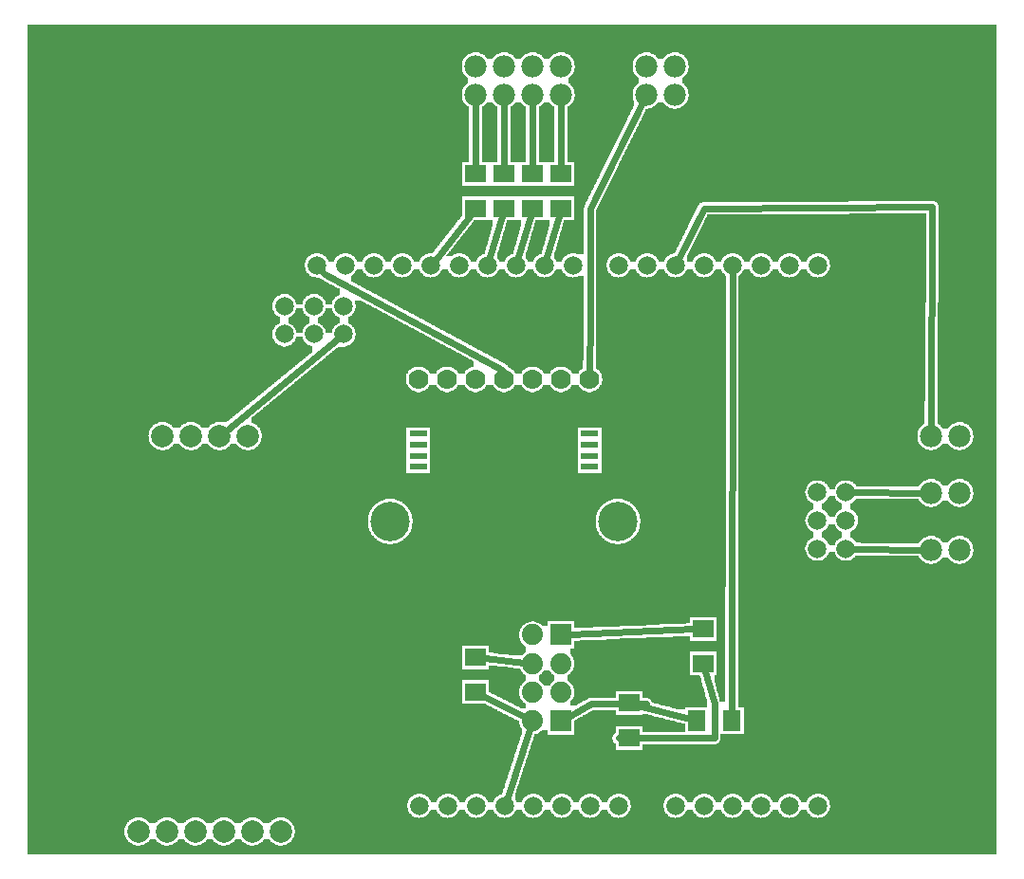
<source format=gtl>
G04 MADE WITH FRITZING*
G04 WWW.FRITZING.ORG*
G04 DOUBLE SIDED*
G04 HOLES PLATED*
G04 CONTOUR ON CENTER OF CONTOUR VECTOR*
%ASAXBY*%
%FSLAX23Y23*%
%MOIN*%
%OFA0B0*%
%SFA1.0B1.0*%
%ADD10C,0.075000*%
%ADD11C,0.078000*%
%ADD12C,0.065278*%
%ADD13C,0.078861*%
%ADD14C,0.078833*%
%ADD15C,0.074472*%
%ADD16C,0.070000*%
%ADD17C,0.138425*%
%ADD18R,0.074108X0.074472*%
%ADD19R,0.061024X0.023622*%
%ADD20R,0.074803X0.062992*%
%ADD21R,0.062992X0.074803*%
%ADD22C,0.024000*%
%LNCOPPER1*%
G90*
G70*
G54D10*
X1420Y1993D03*
X2378Y2887D03*
G54D11*
X1612Y2813D03*
X1612Y2713D03*
X1812Y2813D03*
X1812Y2713D03*
X1712Y2813D03*
X1712Y2713D03*
X3212Y1113D03*
X3312Y1113D03*
X3212Y1313D03*
X3312Y1313D03*
X2312Y2813D03*
X2312Y2713D03*
X2212Y2813D03*
X2212Y2713D03*
X1912Y2813D03*
X1912Y2713D03*
X3312Y1513D03*
X3212Y1513D03*
G54D12*
X2415Y213D03*
X2515Y213D03*
X2615Y213D03*
X2715Y213D03*
X2815Y213D03*
X1955Y2113D03*
X1855Y2113D03*
X1755Y2113D03*
X1655Y2113D03*
X1555Y2113D03*
X1455Y2113D03*
X1355Y2113D03*
X1255Y2113D03*
X1155Y2113D03*
X1055Y2113D03*
X2815Y2113D03*
X2715Y2113D03*
X2615Y2113D03*
X2515Y2113D03*
X2415Y2113D03*
X2315Y2113D03*
X2215Y2113D03*
X2115Y2113D03*
X1515Y213D03*
X1415Y213D03*
X1615Y213D03*
X1715Y213D03*
X1815Y213D03*
X1915Y213D03*
X2015Y213D03*
X2115Y213D03*
X2315Y213D03*
X2913Y1316D03*
X2813Y1316D03*
X2913Y1216D03*
X2813Y1216D03*
X2913Y1117D03*
X2813Y1117D03*
X1045Y1970D03*
X1045Y1871D03*
X1149Y1970D03*
X1149Y1871D03*
X941Y1970D03*
X941Y1871D03*
G54D13*
X928Y123D03*
X828Y123D03*
X728Y123D03*
X628Y123D03*
X528Y123D03*
X428Y123D03*
G54D14*
X812Y1513D03*
X712Y1513D03*
X612Y1513D03*
X512Y1513D03*
G54D15*
X1912Y814D03*
X1812Y814D03*
X1912Y713D03*
X1812Y713D03*
X1912Y612D03*
X1812Y612D03*
X1912Y512D03*
X1812Y512D03*
X1912Y814D03*
X1812Y814D03*
X1912Y713D03*
X1812Y713D03*
X1912Y612D03*
X1812Y612D03*
X1912Y512D03*
X1812Y512D03*
G54D16*
X1512Y1713D03*
X1712Y1713D03*
G54D17*
X2112Y1213D03*
G54D16*
X1812Y1713D03*
X1612Y1713D03*
X1412Y1713D03*
G54D17*
X1312Y1213D03*
G54D16*
X2012Y1713D03*
X1912Y1713D03*
G54D18*
X1912Y814D03*
X1912Y814D03*
X1912Y512D03*
G54D19*
X1411Y1522D03*
X1411Y1483D03*
X1411Y1443D03*
X1411Y1404D03*
X2013Y1404D03*
X2013Y1443D03*
X2013Y1483D03*
X2013Y1522D03*
G54D20*
X2151Y574D03*
X2151Y452D03*
X2412Y713D03*
X2412Y835D03*
X1612Y613D03*
X1612Y735D03*
G54D21*
X2512Y513D03*
X2390Y513D03*
G54D20*
X1912Y2313D03*
X1912Y2435D03*
X1812Y2313D03*
X1812Y2435D03*
X1712Y2313D03*
X1712Y2435D03*
X1612Y2313D03*
X1612Y2435D03*
G54D22*
X1912Y2683D02*
X1912Y2461D01*
D02*
X1812Y2683D02*
X1812Y2461D01*
D02*
X1712Y2683D02*
X1712Y2461D01*
D02*
X1612Y2683D02*
X1612Y2461D01*
D02*
X3182Y1313D02*
X2945Y1315D01*
D02*
X3182Y1113D02*
X2945Y1117D01*
D02*
X2015Y2313D02*
X2015Y1913D01*
D02*
X2015Y1913D02*
X2013Y1744D01*
D02*
X3217Y2318D02*
X3212Y1543D01*
D02*
X2414Y2313D02*
X3217Y2318D01*
D02*
X2329Y2141D02*
X2414Y2313D01*
D02*
X2199Y2686D02*
X2015Y2313D01*
D02*
X2515Y2082D02*
X2512Y545D01*
D02*
X2364Y520D02*
X2183Y566D01*
D02*
X1940Y527D02*
X2019Y571D01*
D02*
X1944Y815D02*
X2380Y834D01*
D02*
X2419Y687D02*
X2451Y571D01*
D02*
X2211Y571D02*
X2183Y572D01*
D02*
X2019Y571D02*
X2211Y571D01*
D02*
X1644Y731D02*
X1781Y716D01*
D02*
X2115Y451D02*
X2119Y451D01*
D02*
X2451Y451D02*
X2115Y451D01*
D02*
X2451Y571D02*
X2451Y451D01*
D02*
X1805Y2287D02*
X1763Y2143D01*
D02*
X1905Y2287D02*
X1863Y2143D01*
D02*
X1644Y597D02*
X1784Y526D01*
D02*
X1724Y243D02*
X1803Y482D01*
D02*
X1705Y2287D02*
X1663Y2143D01*
D02*
X1592Y2287D02*
X1474Y2137D01*
D02*
X1707Y1747D02*
X1083Y2083D01*
D02*
X1707Y1743D02*
X1707Y1747D01*
D02*
X1083Y2083D02*
X1076Y2090D01*
D02*
X741Y1536D02*
X1125Y1851D01*
G36*
X1652Y2685D02*
X1652Y2683D01*
X1650Y2683D01*
X1650Y2681D01*
X1648Y2681D01*
X1648Y2679D01*
X1646Y2679D01*
X1646Y2677D01*
X1644Y2677D01*
X1644Y2675D01*
X1642Y2675D01*
X1642Y2673D01*
X1640Y2673D01*
X1640Y2671D01*
X1636Y2671D01*
X1636Y2669D01*
X1634Y2669D01*
X1634Y2477D01*
X1690Y2477D01*
X1690Y2669D01*
X1688Y2669D01*
X1688Y2671D01*
X1684Y2671D01*
X1684Y2673D01*
X1682Y2673D01*
X1682Y2675D01*
X1680Y2675D01*
X1680Y2677D01*
X1678Y2677D01*
X1678Y2679D01*
X1676Y2679D01*
X1676Y2681D01*
X1674Y2681D01*
X1674Y2683D01*
X1672Y2683D01*
X1672Y2685D01*
X1652Y2685D01*
G37*
D02*
G36*
X1752Y2685D02*
X1752Y2683D01*
X1750Y2683D01*
X1750Y2681D01*
X1748Y2681D01*
X1748Y2679D01*
X1746Y2679D01*
X1746Y2677D01*
X1744Y2677D01*
X1744Y2675D01*
X1742Y2675D01*
X1742Y2673D01*
X1740Y2673D01*
X1740Y2671D01*
X1736Y2671D01*
X1736Y2669D01*
X1734Y2669D01*
X1734Y2477D01*
X1790Y2477D01*
X1790Y2669D01*
X1788Y2669D01*
X1788Y2671D01*
X1784Y2671D01*
X1784Y2673D01*
X1782Y2673D01*
X1782Y2675D01*
X1780Y2675D01*
X1780Y2677D01*
X1778Y2677D01*
X1778Y2679D01*
X1776Y2679D01*
X1776Y2681D01*
X1774Y2681D01*
X1774Y2683D01*
X1772Y2683D01*
X1772Y2685D01*
X1752Y2685D01*
G37*
D02*
G36*
X1852Y2685D02*
X1852Y2683D01*
X1850Y2683D01*
X1850Y2681D01*
X1848Y2681D01*
X1848Y2679D01*
X1846Y2679D01*
X1846Y2677D01*
X1844Y2677D01*
X1844Y2675D01*
X1842Y2675D01*
X1842Y2673D01*
X1840Y2673D01*
X1840Y2671D01*
X1836Y2671D01*
X1836Y2669D01*
X1834Y2669D01*
X1834Y2477D01*
X1890Y2477D01*
X1890Y2669D01*
X1888Y2669D01*
X1888Y2671D01*
X1884Y2671D01*
X1884Y2673D01*
X1882Y2673D01*
X1882Y2675D01*
X1880Y2675D01*
X1880Y2677D01*
X1878Y2677D01*
X1878Y2679D01*
X1876Y2679D01*
X1876Y2681D01*
X1874Y2681D01*
X1874Y2683D01*
X1872Y2683D01*
X1872Y2685D01*
X1852Y2685D01*
G37*
D02*
G36*
X1606Y2271D02*
X1606Y2267D01*
X1604Y2267D01*
X1604Y2265D01*
X1602Y2265D01*
X1602Y2263D01*
X1600Y2263D01*
X1600Y2261D01*
X1598Y2261D01*
X1598Y2257D01*
X1596Y2257D01*
X1596Y2255D01*
X1594Y2255D01*
X1594Y2253D01*
X1592Y2253D01*
X1592Y2249D01*
X1590Y2249D01*
X1590Y2247D01*
X1588Y2247D01*
X1588Y2245D01*
X1586Y2245D01*
X1586Y2243D01*
X1584Y2243D01*
X1584Y2239D01*
X1582Y2239D01*
X1582Y2237D01*
X1580Y2237D01*
X1580Y2235D01*
X1578Y2235D01*
X1578Y2233D01*
X1576Y2233D01*
X1576Y2229D01*
X1574Y2229D01*
X1574Y2227D01*
X1572Y2227D01*
X1572Y2225D01*
X1570Y2225D01*
X1570Y2221D01*
X1568Y2221D01*
X1568Y2219D01*
X1566Y2219D01*
X1566Y2217D01*
X1564Y2217D01*
X1564Y2215D01*
X1562Y2215D01*
X1562Y2211D01*
X1560Y2211D01*
X1560Y2209D01*
X1558Y2209D01*
X1558Y2207D01*
X1556Y2207D01*
X1556Y2205D01*
X1554Y2205D01*
X1554Y2201D01*
X1552Y2201D01*
X1552Y2199D01*
X1550Y2199D01*
X1550Y2197D01*
X1548Y2197D01*
X1548Y2195D01*
X1546Y2195D01*
X1546Y2191D01*
X1544Y2191D01*
X1544Y2189D01*
X1542Y2189D01*
X1542Y2187D01*
X1540Y2187D01*
X1540Y2183D01*
X1538Y2183D01*
X1538Y2181D01*
X1536Y2181D01*
X1536Y2179D01*
X1534Y2179D01*
X1534Y2177D01*
X1532Y2177D01*
X1532Y2173D01*
X1530Y2173D01*
X1530Y2171D01*
X1528Y2171D01*
X1528Y2169D01*
X1526Y2169D01*
X1526Y2167D01*
X1524Y2167D01*
X1524Y2163D01*
X1522Y2163D01*
X1522Y2161D01*
X1520Y2161D01*
X1520Y2159D01*
X1518Y2159D01*
X1518Y2155D01*
X1564Y2155D01*
X1564Y2153D01*
X1570Y2153D01*
X1570Y2151D01*
X1574Y2151D01*
X1574Y2149D01*
X1578Y2149D01*
X1578Y2147D01*
X1580Y2147D01*
X1580Y2145D01*
X1584Y2145D01*
X1584Y2143D01*
X1586Y2143D01*
X1586Y2141D01*
X1588Y2141D01*
X1588Y2137D01*
X1590Y2137D01*
X1590Y2135D01*
X1592Y2135D01*
X1592Y2131D01*
X1594Y2131D01*
X1594Y2125D01*
X1614Y2125D01*
X1614Y2127D01*
X1616Y2127D01*
X1616Y2131D01*
X1618Y2131D01*
X1618Y2135D01*
X1620Y2135D01*
X1620Y2139D01*
X1622Y2139D01*
X1622Y2141D01*
X1624Y2141D01*
X1624Y2143D01*
X1626Y2143D01*
X1626Y2145D01*
X1628Y2145D01*
X1628Y2147D01*
X1632Y2147D01*
X1632Y2149D01*
X1634Y2149D01*
X1634Y2151D01*
X1638Y2151D01*
X1638Y2153D01*
X1644Y2153D01*
X1644Y2159D01*
X1646Y2159D01*
X1646Y2165D01*
X1648Y2165D01*
X1648Y2173D01*
X1650Y2173D01*
X1650Y2179D01*
X1652Y2179D01*
X1652Y2187D01*
X1654Y2187D01*
X1654Y2193D01*
X1656Y2193D01*
X1656Y2199D01*
X1658Y2199D01*
X1658Y2207D01*
X1660Y2207D01*
X1660Y2213D01*
X1662Y2213D01*
X1662Y2221D01*
X1664Y2221D01*
X1664Y2227D01*
X1666Y2227D01*
X1666Y2235D01*
X1668Y2235D01*
X1668Y2241D01*
X1670Y2241D01*
X1670Y2249D01*
X1672Y2249D01*
X1672Y2271D01*
X1606Y2271D01*
G37*
D02*
G36*
X1516Y2155D02*
X1516Y2153D01*
X1514Y2153D01*
X1514Y2151D01*
X1512Y2151D01*
X1512Y2149D01*
X1510Y2149D01*
X1510Y2147D01*
X1532Y2147D01*
X1532Y2149D01*
X1534Y2149D01*
X1534Y2151D01*
X1538Y2151D01*
X1538Y2153D01*
X1546Y2153D01*
X1546Y2155D01*
X1516Y2155D01*
G37*
D02*
G36*
X1722Y2271D02*
X1722Y2263D01*
X1720Y2263D01*
X1720Y2257D01*
X1718Y2257D01*
X1718Y2249D01*
X1716Y2249D01*
X1716Y2243D01*
X1714Y2243D01*
X1714Y2235D01*
X1712Y2235D01*
X1712Y2229D01*
X1710Y2229D01*
X1710Y2221D01*
X1708Y2221D01*
X1708Y2215D01*
X1706Y2215D01*
X1706Y2207D01*
X1704Y2207D01*
X1704Y2201D01*
X1702Y2201D01*
X1702Y2193D01*
X1700Y2193D01*
X1700Y2187D01*
X1698Y2187D01*
X1698Y2179D01*
X1696Y2179D01*
X1696Y2173D01*
X1694Y2173D01*
X1694Y2165D01*
X1692Y2165D01*
X1692Y2159D01*
X1690Y2159D01*
X1690Y2135D01*
X1692Y2135D01*
X1692Y2131D01*
X1694Y2131D01*
X1694Y2125D01*
X1714Y2125D01*
X1714Y2127D01*
X1716Y2127D01*
X1716Y2131D01*
X1718Y2131D01*
X1718Y2135D01*
X1720Y2135D01*
X1720Y2139D01*
X1722Y2139D01*
X1722Y2141D01*
X1724Y2141D01*
X1724Y2143D01*
X1726Y2143D01*
X1726Y2145D01*
X1728Y2145D01*
X1728Y2147D01*
X1732Y2147D01*
X1732Y2149D01*
X1734Y2149D01*
X1734Y2151D01*
X1738Y2151D01*
X1738Y2153D01*
X1744Y2153D01*
X1744Y2159D01*
X1746Y2159D01*
X1746Y2165D01*
X1748Y2165D01*
X1748Y2173D01*
X1750Y2173D01*
X1750Y2179D01*
X1752Y2179D01*
X1752Y2187D01*
X1754Y2187D01*
X1754Y2193D01*
X1756Y2193D01*
X1756Y2199D01*
X1758Y2199D01*
X1758Y2207D01*
X1760Y2207D01*
X1760Y2213D01*
X1762Y2213D01*
X1762Y2221D01*
X1764Y2221D01*
X1764Y2227D01*
X1766Y2227D01*
X1766Y2235D01*
X1768Y2235D01*
X1768Y2241D01*
X1770Y2241D01*
X1770Y2249D01*
X1772Y2249D01*
X1772Y2271D01*
X1722Y2271D01*
G37*
D02*
G36*
X1822Y2271D02*
X1822Y2263D01*
X1820Y2263D01*
X1820Y2257D01*
X1818Y2257D01*
X1818Y2249D01*
X1816Y2249D01*
X1816Y2243D01*
X1814Y2243D01*
X1814Y2235D01*
X1812Y2235D01*
X1812Y2229D01*
X1810Y2229D01*
X1810Y2221D01*
X1808Y2221D01*
X1808Y2215D01*
X1806Y2215D01*
X1806Y2207D01*
X1804Y2207D01*
X1804Y2201D01*
X1802Y2201D01*
X1802Y2193D01*
X1800Y2193D01*
X1800Y2187D01*
X1798Y2187D01*
X1798Y2179D01*
X1796Y2179D01*
X1796Y2173D01*
X1794Y2173D01*
X1794Y2165D01*
X1792Y2165D01*
X1792Y2159D01*
X1790Y2159D01*
X1790Y2135D01*
X1792Y2135D01*
X1792Y2131D01*
X1794Y2131D01*
X1794Y2125D01*
X1814Y2125D01*
X1814Y2127D01*
X1816Y2127D01*
X1816Y2131D01*
X1818Y2131D01*
X1818Y2135D01*
X1820Y2135D01*
X1820Y2139D01*
X1822Y2139D01*
X1822Y2141D01*
X1824Y2141D01*
X1824Y2143D01*
X1826Y2143D01*
X1826Y2145D01*
X1828Y2145D01*
X1828Y2147D01*
X1832Y2147D01*
X1832Y2149D01*
X1834Y2149D01*
X1834Y2151D01*
X1838Y2151D01*
X1838Y2153D01*
X1844Y2153D01*
X1844Y2159D01*
X1846Y2159D01*
X1846Y2165D01*
X1848Y2165D01*
X1848Y2173D01*
X1850Y2173D01*
X1850Y2179D01*
X1852Y2179D01*
X1852Y2187D01*
X1854Y2187D01*
X1854Y2193D01*
X1856Y2193D01*
X1856Y2199D01*
X1858Y2199D01*
X1858Y2207D01*
X1860Y2207D01*
X1860Y2213D01*
X1862Y2213D01*
X1862Y2221D01*
X1864Y2221D01*
X1864Y2227D01*
X1866Y2227D01*
X1866Y2235D01*
X1868Y2235D01*
X1868Y2241D01*
X1870Y2241D01*
X1870Y2249D01*
X1872Y2249D01*
X1872Y2271D01*
X1822Y2271D01*
G37*
D02*
G36*
X1194Y2099D02*
X1194Y2095D01*
X1192Y2095D01*
X1192Y2091D01*
X1190Y2091D01*
X1190Y2087D01*
X1188Y2087D01*
X1188Y2085D01*
X1186Y2085D01*
X1186Y2083D01*
X1184Y2083D01*
X1184Y2081D01*
X1182Y2081D01*
X1182Y2079D01*
X1180Y2079D01*
X1180Y2077D01*
X1176Y2077D01*
X1176Y2069D01*
X1252Y2069D01*
X1252Y2071D01*
X1242Y2071D01*
X1242Y2073D01*
X1236Y2073D01*
X1236Y2075D01*
X1234Y2075D01*
X1234Y2077D01*
X1230Y2077D01*
X1230Y2079D01*
X1228Y2079D01*
X1228Y2081D01*
X1226Y2081D01*
X1226Y2083D01*
X1224Y2083D01*
X1224Y2085D01*
X1222Y2085D01*
X1222Y2087D01*
X1220Y2087D01*
X1220Y2089D01*
X1218Y2089D01*
X1218Y2093D01*
X1216Y2093D01*
X1216Y2097D01*
X1214Y2097D01*
X1214Y2099D01*
X1194Y2099D01*
G37*
D02*
G36*
X1294Y2099D02*
X1294Y2095D01*
X1292Y2095D01*
X1292Y2091D01*
X1290Y2091D01*
X1290Y2087D01*
X1288Y2087D01*
X1288Y2085D01*
X1286Y2085D01*
X1286Y2083D01*
X1284Y2083D01*
X1284Y2081D01*
X1282Y2081D01*
X1282Y2079D01*
X1280Y2079D01*
X1280Y2077D01*
X1276Y2077D01*
X1276Y2075D01*
X1272Y2075D01*
X1272Y2073D01*
X1268Y2073D01*
X1268Y2071D01*
X1256Y2071D01*
X1256Y2069D01*
X1352Y2069D01*
X1352Y2071D01*
X1342Y2071D01*
X1342Y2073D01*
X1336Y2073D01*
X1336Y2075D01*
X1334Y2075D01*
X1334Y2077D01*
X1330Y2077D01*
X1330Y2079D01*
X1328Y2079D01*
X1328Y2081D01*
X1326Y2081D01*
X1326Y2083D01*
X1324Y2083D01*
X1324Y2085D01*
X1322Y2085D01*
X1322Y2087D01*
X1320Y2087D01*
X1320Y2089D01*
X1318Y2089D01*
X1318Y2093D01*
X1316Y2093D01*
X1316Y2097D01*
X1314Y2097D01*
X1314Y2099D01*
X1294Y2099D01*
G37*
D02*
G36*
X1394Y2099D02*
X1394Y2095D01*
X1392Y2095D01*
X1392Y2091D01*
X1390Y2091D01*
X1390Y2087D01*
X1388Y2087D01*
X1388Y2085D01*
X1386Y2085D01*
X1386Y2083D01*
X1384Y2083D01*
X1384Y2081D01*
X1382Y2081D01*
X1382Y2079D01*
X1380Y2079D01*
X1380Y2077D01*
X1376Y2077D01*
X1376Y2075D01*
X1372Y2075D01*
X1372Y2073D01*
X1368Y2073D01*
X1368Y2071D01*
X1356Y2071D01*
X1356Y2069D01*
X1452Y2069D01*
X1452Y2071D01*
X1442Y2071D01*
X1442Y2073D01*
X1436Y2073D01*
X1436Y2075D01*
X1434Y2075D01*
X1434Y2077D01*
X1430Y2077D01*
X1430Y2079D01*
X1428Y2079D01*
X1428Y2081D01*
X1426Y2081D01*
X1426Y2083D01*
X1424Y2083D01*
X1424Y2085D01*
X1422Y2085D01*
X1422Y2087D01*
X1420Y2087D01*
X1420Y2089D01*
X1418Y2089D01*
X1418Y2093D01*
X1416Y2093D01*
X1416Y2097D01*
X1414Y2097D01*
X1414Y2099D01*
X1394Y2099D01*
G37*
D02*
G36*
X1494Y2099D02*
X1494Y2095D01*
X1492Y2095D01*
X1492Y2091D01*
X1490Y2091D01*
X1490Y2087D01*
X1488Y2087D01*
X1488Y2085D01*
X1486Y2085D01*
X1486Y2083D01*
X1484Y2083D01*
X1484Y2081D01*
X1482Y2081D01*
X1482Y2079D01*
X1480Y2079D01*
X1480Y2077D01*
X1476Y2077D01*
X1476Y2075D01*
X1472Y2075D01*
X1472Y2073D01*
X1468Y2073D01*
X1468Y2071D01*
X1456Y2071D01*
X1456Y2069D01*
X1552Y2069D01*
X1552Y2071D01*
X1542Y2071D01*
X1542Y2073D01*
X1536Y2073D01*
X1536Y2075D01*
X1534Y2075D01*
X1534Y2077D01*
X1530Y2077D01*
X1530Y2079D01*
X1528Y2079D01*
X1528Y2081D01*
X1526Y2081D01*
X1526Y2083D01*
X1524Y2083D01*
X1524Y2085D01*
X1522Y2085D01*
X1522Y2087D01*
X1520Y2087D01*
X1520Y2089D01*
X1518Y2089D01*
X1518Y2093D01*
X1516Y2093D01*
X1516Y2097D01*
X1514Y2097D01*
X1514Y2099D01*
X1494Y2099D01*
G37*
D02*
G36*
X1594Y2099D02*
X1594Y2095D01*
X1592Y2095D01*
X1592Y2091D01*
X1590Y2091D01*
X1590Y2087D01*
X1588Y2087D01*
X1588Y2085D01*
X1586Y2085D01*
X1586Y2083D01*
X1584Y2083D01*
X1584Y2081D01*
X1582Y2081D01*
X1582Y2079D01*
X1580Y2079D01*
X1580Y2077D01*
X1576Y2077D01*
X1576Y2075D01*
X1572Y2075D01*
X1572Y2073D01*
X1568Y2073D01*
X1568Y2071D01*
X1556Y2071D01*
X1556Y2069D01*
X1652Y2069D01*
X1652Y2071D01*
X1642Y2071D01*
X1642Y2073D01*
X1636Y2073D01*
X1636Y2075D01*
X1634Y2075D01*
X1634Y2077D01*
X1630Y2077D01*
X1630Y2079D01*
X1628Y2079D01*
X1628Y2081D01*
X1626Y2081D01*
X1626Y2083D01*
X1624Y2083D01*
X1624Y2085D01*
X1622Y2085D01*
X1622Y2087D01*
X1620Y2087D01*
X1620Y2089D01*
X1618Y2089D01*
X1618Y2093D01*
X1616Y2093D01*
X1616Y2097D01*
X1614Y2097D01*
X1614Y2099D01*
X1594Y2099D01*
G37*
D02*
G36*
X1694Y2099D02*
X1694Y2095D01*
X1692Y2095D01*
X1692Y2091D01*
X1690Y2091D01*
X1690Y2087D01*
X1688Y2087D01*
X1688Y2085D01*
X1686Y2085D01*
X1686Y2083D01*
X1684Y2083D01*
X1684Y2081D01*
X1682Y2081D01*
X1682Y2079D01*
X1680Y2079D01*
X1680Y2077D01*
X1676Y2077D01*
X1676Y2075D01*
X1672Y2075D01*
X1672Y2073D01*
X1668Y2073D01*
X1668Y2071D01*
X1656Y2071D01*
X1656Y2069D01*
X1752Y2069D01*
X1752Y2071D01*
X1742Y2071D01*
X1742Y2073D01*
X1736Y2073D01*
X1736Y2075D01*
X1734Y2075D01*
X1734Y2077D01*
X1730Y2077D01*
X1730Y2079D01*
X1728Y2079D01*
X1728Y2081D01*
X1726Y2081D01*
X1726Y2083D01*
X1724Y2083D01*
X1724Y2085D01*
X1722Y2085D01*
X1722Y2087D01*
X1720Y2087D01*
X1720Y2089D01*
X1718Y2089D01*
X1718Y2093D01*
X1716Y2093D01*
X1716Y2097D01*
X1714Y2097D01*
X1714Y2099D01*
X1694Y2099D01*
G37*
D02*
G36*
X1794Y2099D02*
X1794Y2095D01*
X1792Y2095D01*
X1792Y2091D01*
X1790Y2091D01*
X1790Y2087D01*
X1788Y2087D01*
X1788Y2085D01*
X1786Y2085D01*
X1786Y2083D01*
X1784Y2083D01*
X1784Y2081D01*
X1782Y2081D01*
X1782Y2079D01*
X1780Y2079D01*
X1780Y2077D01*
X1776Y2077D01*
X1776Y2075D01*
X1772Y2075D01*
X1772Y2073D01*
X1768Y2073D01*
X1768Y2071D01*
X1756Y2071D01*
X1756Y2069D01*
X1852Y2069D01*
X1852Y2071D01*
X1842Y2071D01*
X1842Y2073D01*
X1836Y2073D01*
X1836Y2075D01*
X1834Y2075D01*
X1834Y2077D01*
X1830Y2077D01*
X1830Y2079D01*
X1828Y2079D01*
X1828Y2081D01*
X1826Y2081D01*
X1826Y2083D01*
X1824Y2083D01*
X1824Y2085D01*
X1822Y2085D01*
X1822Y2087D01*
X1820Y2087D01*
X1820Y2089D01*
X1818Y2089D01*
X1818Y2093D01*
X1816Y2093D01*
X1816Y2097D01*
X1814Y2097D01*
X1814Y2099D01*
X1794Y2099D01*
G37*
D02*
G36*
X1894Y2099D02*
X1894Y2095D01*
X1892Y2095D01*
X1892Y2091D01*
X1890Y2091D01*
X1890Y2087D01*
X1888Y2087D01*
X1888Y2085D01*
X1886Y2085D01*
X1886Y2083D01*
X1884Y2083D01*
X1884Y2081D01*
X1882Y2081D01*
X1882Y2079D01*
X1880Y2079D01*
X1880Y2077D01*
X1876Y2077D01*
X1876Y2075D01*
X1872Y2075D01*
X1872Y2073D01*
X1868Y2073D01*
X1868Y2071D01*
X1856Y2071D01*
X1856Y2069D01*
X1952Y2069D01*
X1952Y2071D01*
X1942Y2071D01*
X1942Y2073D01*
X1936Y2073D01*
X1936Y2075D01*
X1934Y2075D01*
X1934Y2077D01*
X1930Y2077D01*
X1930Y2079D01*
X1928Y2079D01*
X1928Y2081D01*
X1926Y2081D01*
X1926Y2083D01*
X1924Y2083D01*
X1924Y2085D01*
X1922Y2085D01*
X1922Y2087D01*
X1920Y2087D01*
X1920Y2089D01*
X1918Y2089D01*
X1918Y2093D01*
X1916Y2093D01*
X1916Y2097D01*
X1914Y2097D01*
X1914Y2099D01*
X1894Y2099D01*
G37*
D02*
G36*
X1972Y2075D02*
X1972Y2073D01*
X1968Y2073D01*
X1968Y2071D01*
X1956Y2071D01*
X1956Y2069D01*
X1992Y2069D01*
X1992Y2075D01*
X1972Y2075D01*
G37*
D02*
G36*
X1176Y2069D02*
X1176Y2067D01*
X1992Y2067D01*
X1992Y2069D01*
X1176Y2069D01*
G37*
D02*
G36*
X1176Y2069D02*
X1176Y2067D01*
X1992Y2067D01*
X1992Y2069D01*
X1176Y2069D01*
G37*
D02*
G36*
X1176Y2069D02*
X1176Y2067D01*
X1992Y2067D01*
X1992Y2069D01*
X1176Y2069D01*
G37*
D02*
G36*
X1176Y2069D02*
X1176Y2067D01*
X1992Y2067D01*
X1992Y2069D01*
X1176Y2069D01*
G37*
D02*
G36*
X1176Y2069D02*
X1176Y2067D01*
X1992Y2067D01*
X1992Y2069D01*
X1176Y2069D01*
G37*
D02*
G36*
X1176Y2069D02*
X1176Y2067D01*
X1992Y2067D01*
X1992Y2069D01*
X1176Y2069D01*
G37*
D02*
G36*
X1176Y2069D02*
X1176Y2067D01*
X1992Y2067D01*
X1992Y2069D01*
X1176Y2069D01*
G37*
D02*
G36*
X1176Y2069D02*
X1176Y2067D01*
X1992Y2067D01*
X1992Y2069D01*
X1176Y2069D01*
G37*
D02*
G36*
X1176Y2069D02*
X1176Y2067D01*
X1992Y2067D01*
X1992Y2069D01*
X1176Y2069D01*
G37*
D02*
G36*
X1176Y2067D02*
X1176Y2057D01*
X1178Y2057D01*
X1178Y2055D01*
X1182Y2055D01*
X1182Y2053D01*
X1186Y2053D01*
X1186Y2051D01*
X1190Y2051D01*
X1190Y2049D01*
X1194Y2049D01*
X1194Y2047D01*
X1198Y2047D01*
X1198Y2045D01*
X1200Y2045D01*
X1200Y2043D01*
X1204Y2043D01*
X1204Y2041D01*
X1208Y2041D01*
X1208Y2039D01*
X1212Y2039D01*
X1212Y2037D01*
X1216Y2037D01*
X1216Y2035D01*
X1220Y2035D01*
X1220Y2033D01*
X1224Y2033D01*
X1224Y2031D01*
X1226Y2031D01*
X1226Y2029D01*
X1230Y2029D01*
X1230Y2027D01*
X1234Y2027D01*
X1234Y2025D01*
X1238Y2025D01*
X1238Y2023D01*
X1242Y2023D01*
X1242Y2021D01*
X1246Y2021D01*
X1246Y2019D01*
X1250Y2019D01*
X1250Y2017D01*
X1252Y2017D01*
X1252Y2015D01*
X1256Y2015D01*
X1256Y2013D01*
X1260Y2013D01*
X1260Y2011D01*
X1264Y2011D01*
X1264Y2009D01*
X1268Y2009D01*
X1268Y2007D01*
X1272Y2007D01*
X1272Y2005D01*
X1276Y2005D01*
X1276Y2003D01*
X1278Y2003D01*
X1278Y2001D01*
X1282Y2001D01*
X1282Y1999D01*
X1286Y1999D01*
X1286Y1997D01*
X1290Y1997D01*
X1290Y1995D01*
X1294Y1995D01*
X1294Y1993D01*
X1298Y1993D01*
X1298Y1991D01*
X1302Y1991D01*
X1302Y1989D01*
X1304Y1989D01*
X1304Y1987D01*
X1308Y1987D01*
X1308Y1985D01*
X1312Y1985D01*
X1312Y1983D01*
X1316Y1983D01*
X1316Y1981D01*
X1320Y1981D01*
X1320Y1979D01*
X1324Y1979D01*
X1324Y1977D01*
X1328Y1977D01*
X1328Y1975D01*
X1330Y1975D01*
X1330Y1973D01*
X1334Y1973D01*
X1334Y1971D01*
X1338Y1971D01*
X1338Y1969D01*
X1342Y1969D01*
X1342Y1967D01*
X1346Y1967D01*
X1346Y1965D01*
X1350Y1965D01*
X1350Y1963D01*
X1354Y1963D01*
X1354Y1961D01*
X1356Y1961D01*
X1356Y1959D01*
X1360Y1959D01*
X1360Y1957D01*
X1364Y1957D01*
X1364Y1955D01*
X1368Y1955D01*
X1368Y1953D01*
X1372Y1953D01*
X1372Y1951D01*
X1376Y1951D01*
X1376Y1949D01*
X1380Y1949D01*
X1380Y1947D01*
X1382Y1947D01*
X1382Y1945D01*
X1386Y1945D01*
X1386Y1943D01*
X1390Y1943D01*
X1390Y1941D01*
X1394Y1941D01*
X1394Y1939D01*
X1398Y1939D01*
X1398Y1937D01*
X1402Y1937D01*
X1402Y1935D01*
X1406Y1935D01*
X1406Y1933D01*
X1408Y1933D01*
X1408Y1931D01*
X1412Y1931D01*
X1412Y1929D01*
X1416Y1929D01*
X1416Y1927D01*
X1420Y1927D01*
X1420Y1925D01*
X1424Y1925D01*
X1424Y1923D01*
X1428Y1923D01*
X1428Y1921D01*
X1432Y1921D01*
X1432Y1919D01*
X1434Y1919D01*
X1434Y1917D01*
X1438Y1917D01*
X1438Y1915D01*
X1442Y1915D01*
X1442Y1913D01*
X1446Y1913D01*
X1446Y1911D01*
X1450Y1911D01*
X1450Y1909D01*
X1454Y1909D01*
X1454Y1907D01*
X1458Y1907D01*
X1458Y1905D01*
X1460Y1905D01*
X1460Y1903D01*
X1464Y1903D01*
X1464Y1901D01*
X1468Y1901D01*
X1468Y1899D01*
X1472Y1899D01*
X1472Y1897D01*
X1476Y1897D01*
X1476Y1895D01*
X1480Y1895D01*
X1480Y1893D01*
X1484Y1893D01*
X1484Y1891D01*
X1486Y1891D01*
X1486Y1889D01*
X1490Y1889D01*
X1490Y1887D01*
X1494Y1887D01*
X1494Y1885D01*
X1498Y1885D01*
X1498Y1883D01*
X1502Y1883D01*
X1502Y1881D01*
X1506Y1881D01*
X1506Y1879D01*
X1510Y1879D01*
X1510Y1877D01*
X1512Y1877D01*
X1512Y1875D01*
X1516Y1875D01*
X1516Y1873D01*
X1520Y1873D01*
X1520Y1871D01*
X1524Y1871D01*
X1524Y1869D01*
X1528Y1869D01*
X1528Y1867D01*
X1532Y1867D01*
X1532Y1865D01*
X1536Y1865D01*
X1536Y1863D01*
X1538Y1863D01*
X1538Y1861D01*
X1542Y1861D01*
X1542Y1859D01*
X1546Y1859D01*
X1546Y1857D01*
X1550Y1857D01*
X1550Y1855D01*
X1554Y1855D01*
X1554Y1853D01*
X1558Y1853D01*
X1558Y1851D01*
X1562Y1851D01*
X1562Y1849D01*
X1564Y1849D01*
X1564Y1847D01*
X1568Y1847D01*
X1568Y1845D01*
X1572Y1845D01*
X1572Y1843D01*
X1576Y1843D01*
X1576Y1841D01*
X1580Y1841D01*
X1580Y1839D01*
X1584Y1839D01*
X1584Y1837D01*
X1588Y1837D01*
X1588Y1835D01*
X1590Y1835D01*
X1590Y1833D01*
X1594Y1833D01*
X1594Y1831D01*
X1598Y1831D01*
X1598Y1829D01*
X1602Y1829D01*
X1602Y1827D01*
X1606Y1827D01*
X1606Y1825D01*
X1610Y1825D01*
X1610Y1823D01*
X1614Y1823D01*
X1614Y1821D01*
X1616Y1821D01*
X1616Y1819D01*
X1620Y1819D01*
X1620Y1817D01*
X1624Y1817D01*
X1624Y1815D01*
X1628Y1815D01*
X1628Y1813D01*
X1632Y1813D01*
X1632Y1811D01*
X1636Y1811D01*
X1636Y1809D01*
X1640Y1809D01*
X1640Y1807D01*
X1642Y1807D01*
X1642Y1805D01*
X1646Y1805D01*
X1646Y1803D01*
X1650Y1803D01*
X1650Y1801D01*
X1654Y1801D01*
X1654Y1799D01*
X1658Y1799D01*
X1658Y1797D01*
X1662Y1797D01*
X1662Y1795D01*
X1666Y1795D01*
X1666Y1793D01*
X1668Y1793D01*
X1668Y1791D01*
X1672Y1791D01*
X1672Y1789D01*
X1676Y1789D01*
X1676Y1787D01*
X1680Y1787D01*
X1680Y1785D01*
X1684Y1785D01*
X1684Y1783D01*
X1688Y1783D01*
X1688Y1781D01*
X1692Y1781D01*
X1692Y1779D01*
X1694Y1779D01*
X1694Y1777D01*
X1698Y1777D01*
X1698Y1775D01*
X1702Y1775D01*
X1702Y1773D01*
X1706Y1773D01*
X1706Y1771D01*
X1710Y1771D01*
X1710Y1769D01*
X1714Y1769D01*
X1714Y1767D01*
X1718Y1767D01*
X1718Y1765D01*
X1720Y1765D01*
X1720Y1763D01*
X1722Y1763D01*
X1722Y1761D01*
X1724Y1761D01*
X1724Y1759D01*
X1726Y1759D01*
X1726Y1757D01*
X1924Y1757D01*
X1924Y1755D01*
X1930Y1755D01*
X1930Y1753D01*
X1934Y1753D01*
X1934Y1751D01*
X1936Y1751D01*
X1936Y1749D01*
X1940Y1749D01*
X1940Y1747D01*
X1942Y1747D01*
X1942Y1745D01*
X1944Y1745D01*
X1944Y1743D01*
X1946Y1743D01*
X1946Y1741D01*
X1948Y1741D01*
X1948Y1739D01*
X1950Y1739D01*
X1950Y1735D01*
X1952Y1735D01*
X1952Y1731D01*
X1972Y1731D01*
X1972Y1733D01*
X1974Y1733D01*
X1974Y1737D01*
X1976Y1737D01*
X1976Y1741D01*
X1978Y1741D01*
X1978Y1743D01*
X1980Y1743D01*
X1980Y1745D01*
X1982Y1745D01*
X1982Y1747D01*
X1984Y1747D01*
X1984Y1749D01*
X1988Y1749D01*
X1988Y1751D01*
X1990Y1751D01*
X1990Y1779D01*
X1992Y1779D01*
X1992Y2067D01*
X1176Y2067D01*
G37*
D02*
G36*
X1726Y1757D02*
X1726Y1755D01*
X1730Y1755D01*
X1730Y1753D01*
X1734Y1753D01*
X1734Y1751D01*
X1736Y1751D01*
X1736Y1749D01*
X1740Y1749D01*
X1740Y1747D01*
X1742Y1747D01*
X1742Y1745D01*
X1744Y1745D01*
X1744Y1743D01*
X1746Y1743D01*
X1746Y1741D01*
X1748Y1741D01*
X1748Y1739D01*
X1750Y1739D01*
X1750Y1735D01*
X1752Y1735D01*
X1752Y1731D01*
X1772Y1731D01*
X1772Y1733D01*
X1774Y1733D01*
X1774Y1737D01*
X1776Y1737D01*
X1776Y1741D01*
X1778Y1741D01*
X1778Y1743D01*
X1780Y1743D01*
X1780Y1745D01*
X1782Y1745D01*
X1782Y1747D01*
X1784Y1747D01*
X1784Y1749D01*
X1788Y1749D01*
X1788Y1751D01*
X1792Y1751D01*
X1792Y1753D01*
X1794Y1753D01*
X1794Y1755D01*
X1802Y1755D01*
X1802Y1757D01*
X1726Y1757D01*
G37*
D02*
G36*
X1824Y1757D02*
X1824Y1755D01*
X1830Y1755D01*
X1830Y1753D01*
X1834Y1753D01*
X1834Y1751D01*
X1836Y1751D01*
X1836Y1749D01*
X1840Y1749D01*
X1840Y1747D01*
X1842Y1747D01*
X1842Y1745D01*
X1844Y1745D01*
X1844Y1743D01*
X1846Y1743D01*
X1846Y1741D01*
X1848Y1741D01*
X1848Y1739D01*
X1850Y1739D01*
X1850Y1735D01*
X1852Y1735D01*
X1852Y1731D01*
X1872Y1731D01*
X1872Y1733D01*
X1874Y1733D01*
X1874Y1737D01*
X1876Y1737D01*
X1876Y1741D01*
X1878Y1741D01*
X1878Y1743D01*
X1880Y1743D01*
X1880Y1745D01*
X1882Y1745D01*
X1882Y1747D01*
X1884Y1747D01*
X1884Y1749D01*
X1888Y1749D01*
X1888Y1751D01*
X1892Y1751D01*
X1892Y1753D01*
X1894Y1753D01*
X1894Y1755D01*
X1902Y1755D01*
X1902Y1757D01*
X1824Y1757D01*
G37*
D02*
G36*
X982Y1963D02*
X982Y1955D01*
X980Y1955D01*
X980Y1951D01*
X978Y1951D01*
X978Y1947D01*
X976Y1947D01*
X976Y1945D01*
X974Y1945D01*
X974Y1941D01*
X972Y1941D01*
X972Y1939D01*
X970Y1939D01*
X970Y1937D01*
X968Y1937D01*
X968Y1935D01*
X964Y1935D01*
X964Y1933D01*
X960Y1933D01*
X960Y1931D01*
X958Y1931D01*
X958Y1929D01*
X956Y1929D01*
X956Y1909D01*
X960Y1909D01*
X960Y1907D01*
X964Y1907D01*
X964Y1905D01*
X966Y1905D01*
X966Y1903D01*
X970Y1903D01*
X970Y1901D01*
X972Y1901D01*
X972Y1897D01*
X974Y1897D01*
X974Y1895D01*
X976Y1895D01*
X976Y1893D01*
X978Y1893D01*
X978Y1889D01*
X980Y1889D01*
X980Y1885D01*
X982Y1885D01*
X982Y1877D01*
X1004Y1877D01*
X1004Y1885D01*
X1006Y1885D01*
X1006Y1889D01*
X1008Y1889D01*
X1008Y1893D01*
X1010Y1893D01*
X1010Y1895D01*
X1012Y1895D01*
X1012Y1899D01*
X1014Y1899D01*
X1014Y1901D01*
X1016Y1901D01*
X1016Y1903D01*
X1020Y1903D01*
X1020Y1905D01*
X1022Y1905D01*
X1022Y1907D01*
X1026Y1907D01*
X1026Y1909D01*
X1030Y1909D01*
X1030Y1929D01*
X1028Y1929D01*
X1028Y1931D01*
X1024Y1931D01*
X1024Y1933D01*
X1022Y1933D01*
X1022Y1935D01*
X1018Y1935D01*
X1018Y1937D01*
X1016Y1937D01*
X1016Y1939D01*
X1014Y1939D01*
X1014Y1941D01*
X1012Y1941D01*
X1012Y1943D01*
X1010Y1943D01*
X1010Y1947D01*
X1008Y1947D01*
X1008Y1951D01*
X1006Y1951D01*
X1006Y1955D01*
X1004Y1955D01*
X1004Y1961D01*
X1002Y1961D01*
X1002Y1963D01*
X982Y1963D01*
G37*
D02*
G36*
X1086Y1963D02*
X1086Y1955D01*
X1084Y1955D01*
X1084Y1951D01*
X1082Y1951D01*
X1082Y1947D01*
X1080Y1947D01*
X1080Y1945D01*
X1078Y1945D01*
X1078Y1941D01*
X1076Y1941D01*
X1076Y1939D01*
X1074Y1939D01*
X1074Y1937D01*
X1072Y1937D01*
X1072Y1935D01*
X1068Y1935D01*
X1068Y1933D01*
X1064Y1933D01*
X1064Y1931D01*
X1062Y1931D01*
X1062Y1929D01*
X1060Y1929D01*
X1060Y1909D01*
X1064Y1909D01*
X1064Y1907D01*
X1068Y1907D01*
X1068Y1905D01*
X1070Y1905D01*
X1070Y1903D01*
X1072Y1903D01*
X1072Y1901D01*
X1076Y1901D01*
X1076Y1897D01*
X1078Y1897D01*
X1078Y1895D01*
X1080Y1895D01*
X1080Y1893D01*
X1082Y1893D01*
X1082Y1889D01*
X1084Y1889D01*
X1084Y1883D01*
X1086Y1883D01*
X1086Y1877D01*
X1108Y1877D01*
X1108Y1885D01*
X1110Y1885D01*
X1110Y1889D01*
X1112Y1889D01*
X1112Y1893D01*
X1114Y1893D01*
X1114Y1895D01*
X1116Y1895D01*
X1116Y1899D01*
X1118Y1899D01*
X1118Y1901D01*
X1120Y1901D01*
X1120Y1903D01*
X1124Y1903D01*
X1124Y1905D01*
X1126Y1905D01*
X1126Y1907D01*
X1130Y1907D01*
X1130Y1909D01*
X1134Y1909D01*
X1134Y1929D01*
X1132Y1929D01*
X1132Y1931D01*
X1128Y1931D01*
X1128Y1933D01*
X1126Y1933D01*
X1126Y1935D01*
X1122Y1935D01*
X1122Y1937D01*
X1120Y1937D01*
X1120Y1939D01*
X1118Y1939D01*
X1118Y1941D01*
X1116Y1941D01*
X1116Y1943D01*
X1114Y1943D01*
X1114Y1947D01*
X1112Y1947D01*
X1112Y1951D01*
X1110Y1951D01*
X1110Y1955D01*
X1108Y1955D01*
X1108Y1961D01*
X1106Y1961D01*
X1106Y1963D01*
X1086Y1963D01*
G37*
D02*
G36*
X2854Y1303D02*
X2854Y1299D01*
X2852Y1299D01*
X2852Y1295D01*
X2850Y1295D01*
X2850Y1291D01*
X2848Y1291D01*
X2848Y1289D01*
X2846Y1289D01*
X2846Y1287D01*
X2844Y1287D01*
X2844Y1285D01*
X2842Y1285D01*
X2842Y1283D01*
X2840Y1283D01*
X2840Y1281D01*
X2838Y1281D01*
X2838Y1279D01*
X2834Y1279D01*
X2834Y1277D01*
X2830Y1277D01*
X2830Y1275D01*
X2828Y1275D01*
X2828Y1255D01*
X2832Y1255D01*
X2832Y1253D01*
X2836Y1253D01*
X2836Y1251D01*
X2838Y1251D01*
X2838Y1249D01*
X2842Y1249D01*
X2842Y1247D01*
X2844Y1247D01*
X2844Y1245D01*
X2846Y1245D01*
X2846Y1241D01*
X2848Y1241D01*
X2848Y1239D01*
X2850Y1239D01*
X2850Y1235D01*
X2852Y1235D01*
X2852Y1231D01*
X2854Y1231D01*
X2854Y1229D01*
X2874Y1229D01*
X2874Y1235D01*
X2876Y1235D01*
X2876Y1237D01*
X2878Y1237D01*
X2878Y1241D01*
X2880Y1241D01*
X2880Y1243D01*
X2882Y1243D01*
X2882Y1245D01*
X2884Y1245D01*
X2884Y1247D01*
X2886Y1247D01*
X2886Y1249D01*
X2888Y1249D01*
X2888Y1251D01*
X2892Y1251D01*
X2892Y1253D01*
X2894Y1253D01*
X2894Y1255D01*
X2900Y1255D01*
X2900Y1275D01*
X2896Y1275D01*
X2896Y1277D01*
X2894Y1277D01*
X2894Y1279D01*
X2890Y1279D01*
X2890Y1281D01*
X2888Y1281D01*
X2888Y1283D01*
X2884Y1283D01*
X2884Y1285D01*
X2882Y1285D01*
X2882Y1287D01*
X2880Y1287D01*
X2880Y1291D01*
X2878Y1291D01*
X2878Y1293D01*
X2876Y1293D01*
X2876Y1297D01*
X2874Y1297D01*
X2874Y1303D01*
X2854Y1303D01*
G37*
D02*
G36*
X2854Y1203D02*
X2854Y1201D01*
X2852Y1201D01*
X2852Y1197D01*
X2850Y1197D01*
X2850Y1193D01*
X2848Y1193D01*
X2848Y1189D01*
X2846Y1189D01*
X2846Y1187D01*
X2844Y1187D01*
X2844Y1185D01*
X2842Y1185D01*
X2842Y1183D01*
X2838Y1183D01*
X2838Y1181D01*
X2836Y1181D01*
X2836Y1179D01*
X2832Y1179D01*
X2832Y1177D01*
X2828Y1177D01*
X2828Y1157D01*
X2830Y1157D01*
X2830Y1155D01*
X2834Y1155D01*
X2834Y1153D01*
X2838Y1153D01*
X2838Y1151D01*
X2840Y1151D01*
X2840Y1149D01*
X2842Y1149D01*
X2842Y1147D01*
X2844Y1147D01*
X2844Y1145D01*
X2846Y1145D01*
X2846Y1143D01*
X2848Y1143D01*
X2848Y1141D01*
X2850Y1141D01*
X2850Y1137D01*
X2852Y1137D01*
X2852Y1133D01*
X2854Y1133D01*
X2854Y1129D01*
X2874Y1129D01*
X2874Y1135D01*
X2876Y1135D01*
X2876Y1139D01*
X2878Y1139D01*
X2878Y1141D01*
X2880Y1141D01*
X2880Y1145D01*
X2882Y1145D01*
X2882Y1147D01*
X2884Y1147D01*
X2884Y1149D01*
X2888Y1149D01*
X2888Y1151D01*
X2890Y1151D01*
X2890Y1153D01*
X2894Y1153D01*
X2894Y1155D01*
X2898Y1155D01*
X2898Y1157D01*
X2900Y1157D01*
X2900Y1177D01*
X2894Y1177D01*
X2894Y1179D01*
X2890Y1179D01*
X2890Y1181D01*
X2888Y1181D01*
X2888Y1183D01*
X2886Y1183D01*
X2886Y1185D01*
X2884Y1185D01*
X2884Y1187D01*
X2882Y1187D01*
X2882Y1189D01*
X2880Y1189D01*
X2880Y1191D01*
X2878Y1191D01*
X2878Y1195D01*
X2876Y1195D01*
X2876Y1197D01*
X2874Y1197D01*
X2874Y1203D01*
X2854Y1203D01*
G37*
D02*
G36*
X1852Y689D02*
X1852Y685D01*
X1850Y685D01*
X1850Y683D01*
X1848Y683D01*
X1848Y681D01*
X1846Y681D01*
X1846Y679D01*
X1844Y679D01*
X1844Y677D01*
X1842Y677D01*
X1842Y675D01*
X1840Y675D01*
X1840Y673D01*
X1836Y673D01*
X1836Y651D01*
X1840Y651D01*
X1840Y649D01*
X1842Y649D01*
X1842Y647D01*
X1844Y647D01*
X1844Y645D01*
X1846Y645D01*
X1846Y643D01*
X1848Y643D01*
X1848Y641D01*
X1850Y641D01*
X1850Y639D01*
X1852Y639D01*
X1852Y635D01*
X1872Y635D01*
X1872Y637D01*
X1874Y637D01*
X1874Y641D01*
X1876Y641D01*
X1876Y643D01*
X1878Y643D01*
X1878Y645D01*
X1880Y645D01*
X1880Y647D01*
X1882Y647D01*
X1882Y649D01*
X1884Y649D01*
X1884Y651D01*
X1888Y651D01*
X1888Y673D01*
X1886Y673D01*
X1886Y675D01*
X1882Y675D01*
X1882Y677D01*
X1880Y677D01*
X1880Y679D01*
X1878Y679D01*
X1878Y681D01*
X1876Y681D01*
X1876Y683D01*
X1874Y683D01*
X1874Y687D01*
X1872Y687D01*
X1872Y689D01*
X1852Y689D01*
G37*
D02*
G36*
X40Y2959D02*
X40Y2861D01*
X2324Y2861D01*
X2324Y2859D01*
X2330Y2859D01*
X2330Y2857D01*
X2334Y2857D01*
X2334Y2855D01*
X2338Y2855D01*
X2338Y2853D01*
X2340Y2853D01*
X2340Y2851D01*
X2344Y2851D01*
X2344Y2849D01*
X2346Y2849D01*
X2346Y2847D01*
X2348Y2847D01*
X2348Y2845D01*
X2350Y2845D01*
X2350Y2843D01*
X2352Y2843D01*
X2352Y2839D01*
X2354Y2839D01*
X2354Y2835D01*
X2356Y2835D01*
X2356Y2833D01*
X2358Y2833D01*
X2358Y2827D01*
X2360Y2827D01*
X2360Y2817D01*
X2362Y2817D01*
X2362Y2807D01*
X2360Y2807D01*
X2360Y2799D01*
X2358Y2799D01*
X2358Y2793D01*
X2356Y2793D01*
X2356Y2789D01*
X2354Y2789D01*
X2354Y2785D01*
X2352Y2785D01*
X2352Y2783D01*
X2350Y2783D01*
X2350Y2781D01*
X2348Y2781D01*
X2348Y2779D01*
X2346Y2779D01*
X2346Y2777D01*
X2344Y2777D01*
X2344Y2775D01*
X2342Y2775D01*
X2342Y2773D01*
X2340Y2773D01*
X2340Y2751D01*
X2344Y2751D01*
X2344Y2749D01*
X2346Y2749D01*
X2346Y2747D01*
X2348Y2747D01*
X2348Y2745D01*
X2350Y2745D01*
X2350Y2743D01*
X2352Y2743D01*
X2352Y2739D01*
X2354Y2739D01*
X2354Y2735D01*
X2356Y2735D01*
X2356Y2733D01*
X2358Y2733D01*
X2358Y2727D01*
X2360Y2727D01*
X2360Y2717D01*
X2362Y2717D01*
X2362Y2707D01*
X2360Y2707D01*
X2360Y2699D01*
X2358Y2699D01*
X2358Y2693D01*
X2356Y2693D01*
X2356Y2689D01*
X2354Y2689D01*
X2354Y2685D01*
X2352Y2685D01*
X2352Y2683D01*
X2350Y2683D01*
X2350Y2681D01*
X2348Y2681D01*
X2348Y2679D01*
X2346Y2679D01*
X2346Y2677D01*
X2344Y2677D01*
X2344Y2675D01*
X2342Y2675D01*
X2342Y2673D01*
X2340Y2673D01*
X2340Y2671D01*
X2336Y2671D01*
X2336Y2669D01*
X2332Y2669D01*
X2332Y2667D01*
X2326Y2667D01*
X2326Y2665D01*
X2318Y2665D01*
X2318Y2663D01*
X3442Y2663D01*
X3442Y2959D01*
X40Y2959D01*
G37*
D02*
G36*
X40Y2861D02*
X40Y2393D01*
X1564Y2393D01*
X1564Y2475D01*
X1566Y2475D01*
X1566Y2477D01*
X1590Y2477D01*
X1590Y2669D01*
X1588Y2669D01*
X1588Y2671D01*
X1584Y2671D01*
X1584Y2673D01*
X1582Y2673D01*
X1582Y2675D01*
X1580Y2675D01*
X1580Y2677D01*
X1578Y2677D01*
X1578Y2679D01*
X1576Y2679D01*
X1576Y2681D01*
X1574Y2681D01*
X1574Y2683D01*
X1572Y2683D01*
X1572Y2687D01*
X1570Y2687D01*
X1570Y2691D01*
X1568Y2691D01*
X1568Y2693D01*
X1566Y2693D01*
X1566Y2701D01*
X1564Y2701D01*
X1564Y2725D01*
X1566Y2725D01*
X1566Y2731D01*
X1568Y2731D01*
X1568Y2735D01*
X1570Y2735D01*
X1570Y2739D01*
X1572Y2739D01*
X1572Y2741D01*
X1574Y2741D01*
X1574Y2743D01*
X1576Y2743D01*
X1576Y2747D01*
X1578Y2747D01*
X1578Y2749D01*
X1582Y2749D01*
X1582Y2751D01*
X1584Y2751D01*
X1584Y2773D01*
X1582Y2773D01*
X1582Y2775D01*
X1580Y2775D01*
X1580Y2777D01*
X1578Y2777D01*
X1578Y2779D01*
X1576Y2779D01*
X1576Y2781D01*
X1574Y2781D01*
X1574Y2783D01*
X1572Y2783D01*
X1572Y2787D01*
X1570Y2787D01*
X1570Y2791D01*
X1568Y2791D01*
X1568Y2793D01*
X1566Y2793D01*
X1566Y2801D01*
X1564Y2801D01*
X1564Y2825D01*
X1566Y2825D01*
X1566Y2831D01*
X1568Y2831D01*
X1568Y2835D01*
X1570Y2835D01*
X1570Y2839D01*
X1572Y2839D01*
X1572Y2841D01*
X1574Y2841D01*
X1574Y2843D01*
X1576Y2843D01*
X1576Y2847D01*
X1578Y2847D01*
X1578Y2849D01*
X1582Y2849D01*
X1582Y2851D01*
X1584Y2851D01*
X1584Y2853D01*
X1586Y2853D01*
X1586Y2855D01*
X1590Y2855D01*
X1590Y2857D01*
X1594Y2857D01*
X1594Y2859D01*
X1602Y2859D01*
X1602Y2861D01*
X40Y2861D01*
G37*
D02*
G36*
X1624Y2861D02*
X1624Y2859D01*
X1630Y2859D01*
X1630Y2857D01*
X1634Y2857D01*
X1634Y2855D01*
X1638Y2855D01*
X1638Y2853D01*
X1640Y2853D01*
X1640Y2851D01*
X1644Y2851D01*
X1644Y2849D01*
X1646Y2849D01*
X1646Y2847D01*
X1648Y2847D01*
X1648Y2845D01*
X1650Y2845D01*
X1650Y2843D01*
X1652Y2843D01*
X1652Y2839D01*
X1672Y2839D01*
X1672Y2841D01*
X1674Y2841D01*
X1674Y2843D01*
X1676Y2843D01*
X1676Y2847D01*
X1678Y2847D01*
X1678Y2849D01*
X1682Y2849D01*
X1682Y2851D01*
X1684Y2851D01*
X1684Y2853D01*
X1686Y2853D01*
X1686Y2855D01*
X1690Y2855D01*
X1690Y2857D01*
X1694Y2857D01*
X1694Y2859D01*
X1702Y2859D01*
X1702Y2861D01*
X1624Y2861D01*
G37*
D02*
G36*
X1724Y2861D02*
X1724Y2859D01*
X1730Y2859D01*
X1730Y2857D01*
X1734Y2857D01*
X1734Y2855D01*
X1738Y2855D01*
X1738Y2853D01*
X1740Y2853D01*
X1740Y2851D01*
X1744Y2851D01*
X1744Y2849D01*
X1746Y2849D01*
X1746Y2847D01*
X1748Y2847D01*
X1748Y2845D01*
X1750Y2845D01*
X1750Y2843D01*
X1752Y2843D01*
X1752Y2839D01*
X1772Y2839D01*
X1772Y2841D01*
X1774Y2841D01*
X1774Y2843D01*
X1776Y2843D01*
X1776Y2847D01*
X1778Y2847D01*
X1778Y2849D01*
X1782Y2849D01*
X1782Y2851D01*
X1784Y2851D01*
X1784Y2853D01*
X1786Y2853D01*
X1786Y2855D01*
X1790Y2855D01*
X1790Y2857D01*
X1794Y2857D01*
X1794Y2859D01*
X1802Y2859D01*
X1802Y2861D01*
X1724Y2861D01*
G37*
D02*
G36*
X1824Y2861D02*
X1824Y2859D01*
X1830Y2859D01*
X1830Y2857D01*
X1834Y2857D01*
X1834Y2855D01*
X1838Y2855D01*
X1838Y2853D01*
X1840Y2853D01*
X1840Y2851D01*
X1844Y2851D01*
X1844Y2849D01*
X1846Y2849D01*
X1846Y2847D01*
X1848Y2847D01*
X1848Y2845D01*
X1850Y2845D01*
X1850Y2843D01*
X1852Y2843D01*
X1852Y2839D01*
X1872Y2839D01*
X1872Y2841D01*
X1874Y2841D01*
X1874Y2843D01*
X1876Y2843D01*
X1876Y2847D01*
X1878Y2847D01*
X1878Y2849D01*
X1882Y2849D01*
X1882Y2851D01*
X1884Y2851D01*
X1884Y2853D01*
X1886Y2853D01*
X1886Y2855D01*
X1890Y2855D01*
X1890Y2857D01*
X1894Y2857D01*
X1894Y2859D01*
X1902Y2859D01*
X1902Y2861D01*
X1824Y2861D01*
G37*
D02*
G36*
X1924Y2861D02*
X1924Y2859D01*
X1930Y2859D01*
X1930Y2857D01*
X1934Y2857D01*
X1934Y2855D01*
X1938Y2855D01*
X1938Y2853D01*
X1940Y2853D01*
X1940Y2851D01*
X1944Y2851D01*
X1944Y2849D01*
X1946Y2849D01*
X1946Y2847D01*
X1948Y2847D01*
X1948Y2845D01*
X1950Y2845D01*
X1950Y2843D01*
X1952Y2843D01*
X1952Y2839D01*
X1954Y2839D01*
X1954Y2835D01*
X1956Y2835D01*
X1956Y2833D01*
X1958Y2833D01*
X1958Y2827D01*
X1960Y2827D01*
X1960Y2817D01*
X1962Y2817D01*
X1962Y2807D01*
X1960Y2807D01*
X1960Y2799D01*
X1958Y2799D01*
X1958Y2793D01*
X1956Y2793D01*
X1956Y2789D01*
X1954Y2789D01*
X1954Y2785D01*
X1952Y2785D01*
X1952Y2783D01*
X1950Y2783D01*
X1950Y2781D01*
X1948Y2781D01*
X1948Y2779D01*
X1946Y2779D01*
X1946Y2777D01*
X1944Y2777D01*
X1944Y2775D01*
X1942Y2775D01*
X1942Y2773D01*
X1940Y2773D01*
X1940Y2751D01*
X1944Y2751D01*
X1944Y2749D01*
X1946Y2749D01*
X1946Y2747D01*
X1948Y2747D01*
X1948Y2745D01*
X1950Y2745D01*
X1950Y2743D01*
X1952Y2743D01*
X1952Y2739D01*
X1954Y2739D01*
X1954Y2735D01*
X1956Y2735D01*
X1956Y2733D01*
X1958Y2733D01*
X1958Y2727D01*
X1960Y2727D01*
X1960Y2717D01*
X1962Y2717D01*
X1962Y2707D01*
X1960Y2707D01*
X1960Y2699D01*
X1958Y2699D01*
X1958Y2693D01*
X1956Y2693D01*
X1956Y2689D01*
X1954Y2689D01*
X1954Y2685D01*
X1952Y2685D01*
X1952Y2683D01*
X1950Y2683D01*
X1950Y2681D01*
X1948Y2681D01*
X1948Y2679D01*
X1946Y2679D01*
X1946Y2677D01*
X1944Y2677D01*
X1944Y2675D01*
X1942Y2675D01*
X1942Y2673D01*
X1940Y2673D01*
X1940Y2671D01*
X1936Y2671D01*
X1936Y2669D01*
X1934Y2669D01*
X1934Y2477D01*
X1958Y2477D01*
X1958Y2475D01*
X1960Y2475D01*
X1960Y2393D01*
X2030Y2393D01*
X2030Y2395D01*
X2032Y2395D01*
X2032Y2399D01*
X2034Y2399D01*
X2034Y2403D01*
X2036Y2403D01*
X2036Y2407D01*
X2038Y2407D01*
X2038Y2411D01*
X2040Y2411D01*
X2040Y2415D01*
X2042Y2415D01*
X2042Y2419D01*
X2044Y2419D01*
X2044Y2423D01*
X2046Y2423D01*
X2046Y2427D01*
X2048Y2427D01*
X2048Y2431D01*
X2050Y2431D01*
X2050Y2435D01*
X2052Y2435D01*
X2052Y2441D01*
X2054Y2441D01*
X2054Y2445D01*
X2056Y2445D01*
X2056Y2449D01*
X2058Y2449D01*
X2058Y2453D01*
X2060Y2453D01*
X2060Y2457D01*
X2062Y2457D01*
X2062Y2461D01*
X2064Y2461D01*
X2064Y2465D01*
X2066Y2465D01*
X2066Y2469D01*
X2068Y2469D01*
X2068Y2473D01*
X2070Y2473D01*
X2070Y2477D01*
X2072Y2477D01*
X2072Y2481D01*
X2074Y2481D01*
X2074Y2485D01*
X2076Y2485D01*
X2076Y2489D01*
X2078Y2489D01*
X2078Y2493D01*
X2080Y2493D01*
X2080Y2497D01*
X2082Y2497D01*
X2082Y2501D01*
X2084Y2501D01*
X2084Y2505D01*
X2086Y2505D01*
X2086Y2509D01*
X2088Y2509D01*
X2088Y2513D01*
X2090Y2513D01*
X2090Y2517D01*
X2092Y2517D01*
X2092Y2521D01*
X2094Y2521D01*
X2094Y2525D01*
X2096Y2525D01*
X2096Y2529D01*
X2098Y2529D01*
X2098Y2533D01*
X2100Y2533D01*
X2100Y2537D01*
X2102Y2537D01*
X2102Y2541D01*
X2104Y2541D01*
X2104Y2545D01*
X2106Y2545D01*
X2106Y2549D01*
X2108Y2549D01*
X2108Y2553D01*
X2110Y2553D01*
X2110Y2557D01*
X2112Y2557D01*
X2112Y2561D01*
X2114Y2561D01*
X2114Y2565D01*
X2116Y2565D01*
X2116Y2569D01*
X2118Y2569D01*
X2118Y2573D01*
X2120Y2573D01*
X2120Y2577D01*
X2122Y2577D01*
X2122Y2581D01*
X2124Y2581D01*
X2124Y2585D01*
X2126Y2585D01*
X2126Y2589D01*
X2128Y2589D01*
X2128Y2593D01*
X2130Y2593D01*
X2130Y2597D01*
X2132Y2597D01*
X2132Y2601D01*
X2134Y2601D01*
X2134Y2605D01*
X2136Y2605D01*
X2136Y2609D01*
X2138Y2609D01*
X2138Y2613D01*
X2140Y2613D01*
X2140Y2617D01*
X2142Y2617D01*
X2142Y2623D01*
X2144Y2623D01*
X2144Y2627D01*
X2146Y2627D01*
X2146Y2631D01*
X2148Y2631D01*
X2148Y2635D01*
X2150Y2635D01*
X2150Y2639D01*
X2152Y2639D01*
X2152Y2643D01*
X2154Y2643D01*
X2154Y2647D01*
X2156Y2647D01*
X2156Y2651D01*
X2158Y2651D01*
X2158Y2655D01*
X2160Y2655D01*
X2160Y2659D01*
X2162Y2659D01*
X2162Y2663D01*
X2164Y2663D01*
X2164Y2667D01*
X2166Y2667D01*
X2166Y2671D01*
X2168Y2671D01*
X2168Y2693D01*
X2166Y2693D01*
X2166Y2701D01*
X2164Y2701D01*
X2164Y2725D01*
X2166Y2725D01*
X2166Y2731D01*
X2168Y2731D01*
X2168Y2735D01*
X2170Y2735D01*
X2170Y2739D01*
X2172Y2739D01*
X2172Y2741D01*
X2174Y2741D01*
X2174Y2743D01*
X2176Y2743D01*
X2176Y2747D01*
X2178Y2747D01*
X2178Y2749D01*
X2182Y2749D01*
X2182Y2751D01*
X2184Y2751D01*
X2184Y2773D01*
X2182Y2773D01*
X2182Y2775D01*
X2180Y2775D01*
X2180Y2777D01*
X2178Y2777D01*
X2178Y2779D01*
X2176Y2779D01*
X2176Y2781D01*
X2174Y2781D01*
X2174Y2783D01*
X2172Y2783D01*
X2172Y2787D01*
X2170Y2787D01*
X2170Y2791D01*
X2168Y2791D01*
X2168Y2793D01*
X2166Y2793D01*
X2166Y2801D01*
X2164Y2801D01*
X2164Y2825D01*
X2166Y2825D01*
X2166Y2831D01*
X2168Y2831D01*
X2168Y2835D01*
X2170Y2835D01*
X2170Y2839D01*
X2172Y2839D01*
X2172Y2841D01*
X2174Y2841D01*
X2174Y2843D01*
X2176Y2843D01*
X2176Y2847D01*
X2178Y2847D01*
X2178Y2849D01*
X2182Y2849D01*
X2182Y2851D01*
X2184Y2851D01*
X2184Y2853D01*
X2186Y2853D01*
X2186Y2855D01*
X2190Y2855D01*
X2190Y2857D01*
X2194Y2857D01*
X2194Y2859D01*
X2202Y2859D01*
X2202Y2861D01*
X1924Y2861D01*
G37*
D02*
G36*
X2224Y2861D02*
X2224Y2859D01*
X2230Y2859D01*
X2230Y2857D01*
X2234Y2857D01*
X2234Y2855D01*
X2238Y2855D01*
X2238Y2853D01*
X2240Y2853D01*
X2240Y2851D01*
X2244Y2851D01*
X2244Y2849D01*
X2246Y2849D01*
X2246Y2847D01*
X2248Y2847D01*
X2248Y2845D01*
X2250Y2845D01*
X2250Y2843D01*
X2252Y2843D01*
X2252Y2839D01*
X2272Y2839D01*
X2272Y2841D01*
X2274Y2841D01*
X2274Y2843D01*
X2276Y2843D01*
X2276Y2847D01*
X2278Y2847D01*
X2278Y2849D01*
X2282Y2849D01*
X2282Y2851D01*
X2284Y2851D01*
X2284Y2853D01*
X2286Y2853D01*
X2286Y2855D01*
X2290Y2855D01*
X2290Y2857D01*
X2294Y2857D01*
X2294Y2859D01*
X2302Y2859D01*
X2302Y2861D01*
X2224Y2861D01*
G37*
D02*
G36*
X2252Y2685D02*
X2252Y2683D01*
X2250Y2683D01*
X2250Y2681D01*
X2248Y2681D01*
X2248Y2679D01*
X2246Y2679D01*
X2246Y2677D01*
X2244Y2677D01*
X2244Y2675D01*
X2242Y2675D01*
X2242Y2673D01*
X2240Y2673D01*
X2240Y2671D01*
X2236Y2671D01*
X2236Y2669D01*
X2232Y2669D01*
X2232Y2667D01*
X2226Y2667D01*
X2226Y2665D01*
X2218Y2665D01*
X2218Y2663D01*
X2306Y2663D01*
X2306Y2665D01*
X2298Y2665D01*
X2298Y2667D01*
X2292Y2667D01*
X2292Y2669D01*
X2288Y2669D01*
X2288Y2671D01*
X2284Y2671D01*
X2284Y2673D01*
X2282Y2673D01*
X2282Y2675D01*
X2280Y2675D01*
X2280Y2677D01*
X2278Y2677D01*
X2278Y2679D01*
X2276Y2679D01*
X2276Y2681D01*
X2274Y2681D01*
X2274Y2683D01*
X2272Y2683D01*
X2272Y2685D01*
X2252Y2685D01*
G37*
D02*
G36*
X2212Y2663D02*
X2212Y2661D01*
X3442Y2661D01*
X3442Y2663D01*
X2212Y2663D01*
G37*
D02*
G36*
X2212Y2663D02*
X2212Y2661D01*
X3442Y2661D01*
X3442Y2663D01*
X2212Y2663D01*
G37*
D02*
G36*
X2210Y2661D02*
X2210Y2657D01*
X2208Y2657D01*
X2208Y2653D01*
X2206Y2653D01*
X2206Y2649D01*
X2204Y2649D01*
X2204Y2645D01*
X2202Y2645D01*
X2202Y2639D01*
X2200Y2639D01*
X2200Y2635D01*
X2198Y2635D01*
X2198Y2631D01*
X2196Y2631D01*
X2196Y2627D01*
X2194Y2627D01*
X2194Y2623D01*
X2192Y2623D01*
X2192Y2619D01*
X2190Y2619D01*
X2190Y2615D01*
X2188Y2615D01*
X2188Y2611D01*
X2186Y2611D01*
X2186Y2607D01*
X2184Y2607D01*
X2184Y2603D01*
X2182Y2603D01*
X2182Y2599D01*
X2180Y2599D01*
X2180Y2595D01*
X2178Y2595D01*
X2178Y2591D01*
X2176Y2591D01*
X2176Y2587D01*
X2174Y2587D01*
X2174Y2583D01*
X2172Y2583D01*
X2172Y2579D01*
X2170Y2579D01*
X2170Y2575D01*
X2168Y2575D01*
X2168Y2571D01*
X2166Y2571D01*
X2166Y2567D01*
X2164Y2567D01*
X2164Y2563D01*
X2162Y2563D01*
X2162Y2559D01*
X2160Y2559D01*
X2160Y2555D01*
X2158Y2555D01*
X2158Y2551D01*
X2156Y2551D01*
X2156Y2547D01*
X2154Y2547D01*
X2154Y2543D01*
X2152Y2543D01*
X2152Y2539D01*
X2150Y2539D01*
X2150Y2535D01*
X2148Y2535D01*
X2148Y2531D01*
X2146Y2531D01*
X2146Y2527D01*
X2144Y2527D01*
X2144Y2523D01*
X2142Y2523D01*
X2142Y2519D01*
X2140Y2519D01*
X2140Y2515D01*
X2138Y2515D01*
X2138Y2511D01*
X2136Y2511D01*
X2136Y2507D01*
X2134Y2507D01*
X2134Y2503D01*
X2132Y2503D01*
X2132Y2499D01*
X2130Y2499D01*
X2130Y2495D01*
X2128Y2495D01*
X2128Y2491D01*
X2126Y2491D01*
X2126Y2487D01*
X2124Y2487D01*
X2124Y2483D01*
X2122Y2483D01*
X2122Y2479D01*
X2120Y2479D01*
X2120Y2475D01*
X2118Y2475D01*
X2118Y2471D01*
X2116Y2471D01*
X2116Y2467D01*
X2114Y2467D01*
X2114Y2463D01*
X2112Y2463D01*
X2112Y2457D01*
X2110Y2457D01*
X2110Y2453D01*
X2108Y2453D01*
X2108Y2449D01*
X2106Y2449D01*
X2106Y2445D01*
X2104Y2445D01*
X2104Y2441D01*
X2102Y2441D01*
X2102Y2437D01*
X2100Y2437D01*
X2100Y2433D01*
X2098Y2433D01*
X2098Y2429D01*
X2096Y2429D01*
X2096Y2425D01*
X2094Y2425D01*
X2094Y2421D01*
X2092Y2421D01*
X2092Y2417D01*
X2090Y2417D01*
X2090Y2413D01*
X2088Y2413D01*
X2088Y2409D01*
X2086Y2409D01*
X2086Y2405D01*
X2084Y2405D01*
X2084Y2401D01*
X2082Y2401D01*
X2082Y2397D01*
X2080Y2397D01*
X2080Y2393D01*
X2078Y2393D01*
X2078Y2389D01*
X2076Y2389D01*
X2076Y2385D01*
X2074Y2385D01*
X2074Y2381D01*
X2072Y2381D01*
X2072Y2377D01*
X2070Y2377D01*
X2070Y2373D01*
X2068Y2373D01*
X2068Y2369D01*
X2066Y2369D01*
X2066Y2365D01*
X2064Y2365D01*
X2064Y2361D01*
X2062Y2361D01*
X2062Y2357D01*
X2060Y2357D01*
X2060Y2353D01*
X2058Y2353D01*
X2058Y2349D01*
X2056Y2349D01*
X2056Y2345D01*
X2054Y2345D01*
X2054Y2341D01*
X2052Y2341D01*
X2052Y2339D01*
X3226Y2339D01*
X3226Y2337D01*
X3230Y2337D01*
X3230Y2335D01*
X3232Y2335D01*
X3232Y2333D01*
X3234Y2333D01*
X3234Y2331D01*
X3236Y2331D01*
X3236Y2327D01*
X3238Y2327D01*
X3238Y1981D01*
X3236Y1981D01*
X3236Y1635D01*
X3234Y1635D01*
X3234Y1561D01*
X3324Y1561D01*
X3324Y1559D01*
X3330Y1559D01*
X3330Y1557D01*
X3334Y1557D01*
X3334Y1555D01*
X3338Y1555D01*
X3338Y1553D01*
X3340Y1553D01*
X3340Y1551D01*
X3344Y1551D01*
X3344Y1549D01*
X3346Y1549D01*
X3346Y1547D01*
X3348Y1547D01*
X3348Y1545D01*
X3350Y1545D01*
X3350Y1543D01*
X3352Y1543D01*
X3352Y1539D01*
X3354Y1539D01*
X3354Y1535D01*
X3356Y1535D01*
X3356Y1533D01*
X3358Y1533D01*
X3358Y1527D01*
X3360Y1527D01*
X3360Y1517D01*
X3362Y1517D01*
X3362Y1507D01*
X3360Y1507D01*
X3360Y1499D01*
X3358Y1499D01*
X3358Y1493D01*
X3356Y1493D01*
X3356Y1489D01*
X3354Y1489D01*
X3354Y1485D01*
X3352Y1485D01*
X3352Y1483D01*
X3350Y1483D01*
X3350Y1481D01*
X3348Y1481D01*
X3348Y1479D01*
X3346Y1479D01*
X3346Y1477D01*
X3344Y1477D01*
X3344Y1475D01*
X3342Y1475D01*
X3342Y1473D01*
X3340Y1473D01*
X3340Y1471D01*
X3336Y1471D01*
X3336Y1469D01*
X3332Y1469D01*
X3332Y1467D01*
X3326Y1467D01*
X3326Y1465D01*
X3318Y1465D01*
X3318Y1463D01*
X3442Y1463D01*
X3442Y2661D01*
X2210Y2661D01*
G37*
D02*
G36*
X40Y2393D02*
X40Y2391D01*
X2030Y2391D01*
X2030Y2393D01*
X40Y2393D01*
G37*
D02*
G36*
X40Y2393D02*
X40Y2391D01*
X2030Y2391D01*
X2030Y2393D01*
X40Y2393D01*
G37*
D02*
G36*
X40Y2391D02*
X40Y2355D01*
X1958Y2355D01*
X1958Y2353D01*
X1960Y2353D01*
X1960Y2271D01*
X1922Y2271D01*
X1922Y2263D01*
X1920Y2263D01*
X1920Y2257D01*
X1918Y2257D01*
X1918Y2249D01*
X1916Y2249D01*
X1916Y2243D01*
X1914Y2243D01*
X1914Y2235D01*
X1912Y2235D01*
X1912Y2229D01*
X1910Y2229D01*
X1910Y2221D01*
X1908Y2221D01*
X1908Y2215D01*
X1906Y2215D01*
X1906Y2207D01*
X1904Y2207D01*
X1904Y2201D01*
X1902Y2201D01*
X1902Y2193D01*
X1900Y2193D01*
X1900Y2187D01*
X1898Y2187D01*
X1898Y2179D01*
X1896Y2179D01*
X1896Y2173D01*
X1894Y2173D01*
X1894Y2165D01*
X1892Y2165D01*
X1892Y2159D01*
X1890Y2159D01*
X1890Y2155D01*
X1964Y2155D01*
X1964Y2153D01*
X1970Y2153D01*
X1970Y2151D01*
X1992Y2151D01*
X1992Y2317D01*
X1994Y2317D01*
X1994Y2323D01*
X1996Y2323D01*
X1996Y2327D01*
X1998Y2327D01*
X1998Y2331D01*
X2000Y2331D01*
X2000Y2335D01*
X2002Y2335D01*
X2002Y2339D01*
X2004Y2339D01*
X2004Y2343D01*
X2006Y2343D01*
X2006Y2347D01*
X2008Y2347D01*
X2008Y2351D01*
X2010Y2351D01*
X2010Y2355D01*
X2012Y2355D01*
X2012Y2359D01*
X2014Y2359D01*
X2014Y2363D01*
X2016Y2363D01*
X2016Y2367D01*
X2018Y2367D01*
X2018Y2371D01*
X2020Y2371D01*
X2020Y2375D01*
X2022Y2375D01*
X2022Y2379D01*
X2024Y2379D01*
X2024Y2383D01*
X2026Y2383D01*
X2026Y2387D01*
X2028Y2387D01*
X2028Y2391D01*
X40Y2391D01*
G37*
D02*
G36*
X40Y2355D02*
X40Y2155D01*
X1364Y2155D01*
X1364Y2153D01*
X1370Y2153D01*
X1370Y2151D01*
X1374Y2151D01*
X1374Y2149D01*
X1378Y2149D01*
X1378Y2147D01*
X1380Y2147D01*
X1380Y2145D01*
X1384Y2145D01*
X1384Y2143D01*
X1386Y2143D01*
X1386Y2141D01*
X1388Y2141D01*
X1388Y2137D01*
X1390Y2137D01*
X1390Y2135D01*
X1392Y2135D01*
X1392Y2131D01*
X1394Y2131D01*
X1394Y2125D01*
X1414Y2125D01*
X1414Y2127D01*
X1416Y2127D01*
X1416Y2131D01*
X1418Y2131D01*
X1418Y2135D01*
X1420Y2135D01*
X1420Y2139D01*
X1422Y2139D01*
X1422Y2141D01*
X1424Y2141D01*
X1424Y2143D01*
X1426Y2143D01*
X1426Y2145D01*
X1428Y2145D01*
X1428Y2147D01*
X1432Y2147D01*
X1432Y2149D01*
X1434Y2149D01*
X1434Y2151D01*
X1438Y2151D01*
X1438Y2153D01*
X1446Y2153D01*
X1446Y2155D01*
X1462Y2155D01*
X1462Y2159D01*
X1464Y2159D01*
X1464Y2161D01*
X1466Y2161D01*
X1466Y2163D01*
X1468Y2163D01*
X1468Y2167D01*
X1470Y2167D01*
X1470Y2169D01*
X1472Y2169D01*
X1472Y2171D01*
X1474Y2171D01*
X1474Y2173D01*
X1476Y2173D01*
X1476Y2177D01*
X1478Y2177D01*
X1478Y2179D01*
X1480Y2179D01*
X1480Y2181D01*
X1482Y2181D01*
X1482Y2183D01*
X1484Y2183D01*
X1484Y2187D01*
X1486Y2187D01*
X1486Y2189D01*
X1488Y2189D01*
X1488Y2191D01*
X1490Y2191D01*
X1490Y2195D01*
X1492Y2195D01*
X1492Y2197D01*
X1494Y2197D01*
X1494Y2199D01*
X1496Y2199D01*
X1496Y2201D01*
X1498Y2201D01*
X1498Y2205D01*
X1500Y2205D01*
X1500Y2207D01*
X1502Y2207D01*
X1502Y2209D01*
X1504Y2209D01*
X1504Y2211D01*
X1506Y2211D01*
X1506Y2215D01*
X1508Y2215D01*
X1508Y2217D01*
X1510Y2217D01*
X1510Y2219D01*
X1512Y2219D01*
X1512Y2223D01*
X1514Y2223D01*
X1514Y2225D01*
X1516Y2225D01*
X1516Y2227D01*
X1518Y2227D01*
X1518Y2229D01*
X1520Y2229D01*
X1520Y2233D01*
X1522Y2233D01*
X1522Y2235D01*
X1524Y2235D01*
X1524Y2237D01*
X1526Y2237D01*
X1526Y2239D01*
X1528Y2239D01*
X1528Y2243D01*
X1530Y2243D01*
X1530Y2245D01*
X1532Y2245D01*
X1532Y2247D01*
X1534Y2247D01*
X1534Y2249D01*
X1536Y2249D01*
X1536Y2253D01*
X1538Y2253D01*
X1538Y2255D01*
X1540Y2255D01*
X1540Y2257D01*
X1542Y2257D01*
X1542Y2261D01*
X1544Y2261D01*
X1544Y2263D01*
X1546Y2263D01*
X1546Y2265D01*
X1548Y2265D01*
X1548Y2267D01*
X1550Y2267D01*
X1550Y2271D01*
X1552Y2271D01*
X1552Y2273D01*
X1554Y2273D01*
X1554Y2275D01*
X1556Y2275D01*
X1556Y2277D01*
X1558Y2277D01*
X1558Y2281D01*
X1560Y2281D01*
X1560Y2283D01*
X1562Y2283D01*
X1562Y2285D01*
X1564Y2285D01*
X1564Y2353D01*
X1566Y2353D01*
X1566Y2355D01*
X40Y2355D01*
G37*
D02*
G36*
X2052Y2339D02*
X2052Y2337D01*
X2050Y2337D01*
X2050Y2333D01*
X2048Y2333D01*
X2048Y2329D01*
X2046Y2329D01*
X2046Y2325D01*
X2044Y2325D01*
X2044Y2321D01*
X2042Y2321D01*
X2042Y2317D01*
X2040Y2317D01*
X2040Y2313D01*
X2038Y2313D01*
X2038Y2309D01*
X2036Y2309D01*
X2036Y2155D01*
X2224Y2155D01*
X2224Y2153D01*
X2230Y2153D01*
X2230Y2151D01*
X2234Y2151D01*
X2234Y2149D01*
X2238Y2149D01*
X2238Y2147D01*
X2240Y2147D01*
X2240Y2145D01*
X2244Y2145D01*
X2244Y2143D01*
X2246Y2143D01*
X2246Y2141D01*
X2248Y2141D01*
X2248Y2137D01*
X2250Y2137D01*
X2250Y2135D01*
X2252Y2135D01*
X2252Y2131D01*
X2254Y2131D01*
X2254Y2125D01*
X2274Y2125D01*
X2274Y2127D01*
X2276Y2127D01*
X2276Y2131D01*
X2278Y2131D01*
X2278Y2135D01*
X2280Y2135D01*
X2280Y2139D01*
X2282Y2139D01*
X2282Y2141D01*
X2284Y2141D01*
X2284Y2143D01*
X2286Y2143D01*
X2286Y2145D01*
X2288Y2145D01*
X2288Y2147D01*
X2292Y2147D01*
X2292Y2149D01*
X2294Y2149D01*
X2294Y2151D01*
X2298Y2151D01*
X2298Y2153D01*
X2306Y2153D01*
X2306Y2155D01*
X2312Y2155D01*
X2312Y2159D01*
X2314Y2159D01*
X2314Y2163D01*
X2316Y2163D01*
X2316Y2167D01*
X2318Y2167D01*
X2318Y2171D01*
X2320Y2171D01*
X2320Y2175D01*
X2322Y2175D01*
X2322Y2179D01*
X2324Y2179D01*
X2324Y2183D01*
X2326Y2183D01*
X2326Y2187D01*
X2328Y2187D01*
X2328Y2191D01*
X2330Y2191D01*
X2330Y2195D01*
X2332Y2195D01*
X2332Y2199D01*
X2334Y2199D01*
X2334Y2203D01*
X2336Y2203D01*
X2336Y2207D01*
X2338Y2207D01*
X2338Y2211D01*
X2340Y2211D01*
X2340Y2215D01*
X2342Y2215D01*
X2342Y2219D01*
X2344Y2219D01*
X2344Y2223D01*
X2346Y2223D01*
X2346Y2227D01*
X2348Y2227D01*
X2348Y2231D01*
X2350Y2231D01*
X2350Y2235D01*
X2352Y2235D01*
X2352Y2239D01*
X2354Y2239D01*
X2354Y2243D01*
X2356Y2243D01*
X2356Y2247D01*
X2358Y2247D01*
X2358Y2251D01*
X2360Y2251D01*
X2360Y2257D01*
X2362Y2257D01*
X2362Y2261D01*
X2364Y2261D01*
X2364Y2265D01*
X2366Y2265D01*
X2366Y2269D01*
X2368Y2269D01*
X2368Y2273D01*
X2370Y2273D01*
X2370Y2277D01*
X2372Y2277D01*
X2372Y2281D01*
X2374Y2281D01*
X2374Y2285D01*
X2376Y2285D01*
X2376Y2289D01*
X2378Y2289D01*
X2378Y2293D01*
X2380Y2293D01*
X2380Y2297D01*
X2382Y2297D01*
X2382Y2301D01*
X2384Y2301D01*
X2384Y2305D01*
X2386Y2305D01*
X2386Y2309D01*
X2388Y2309D01*
X2388Y2313D01*
X2390Y2313D01*
X2390Y2317D01*
X2392Y2317D01*
X2392Y2321D01*
X2394Y2321D01*
X2394Y2325D01*
X2396Y2325D01*
X2396Y2327D01*
X2398Y2327D01*
X2398Y2329D01*
X2400Y2329D01*
X2400Y2331D01*
X2402Y2331D01*
X2402Y2333D01*
X2408Y2333D01*
X2408Y2335D01*
X2574Y2335D01*
X2574Y2337D01*
X2922Y2337D01*
X2922Y2339D01*
X2052Y2339D01*
G37*
D02*
G36*
X2924Y2295D02*
X2924Y2293D01*
X2576Y2293D01*
X2576Y2291D01*
X2426Y2291D01*
X2426Y2287D01*
X2424Y2287D01*
X2424Y2283D01*
X2422Y2283D01*
X2422Y2279D01*
X2420Y2279D01*
X2420Y2275D01*
X2418Y2275D01*
X2418Y2271D01*
X2416Y2271D01*
X2416Y2267D01*
X2414Y2267D01*
X2414Y2261D01*
X2412Y2261D01*
X2412Y2257D01*
X2410Y2257D01*
X2410Y2253D01*
X2408Y2253D01*
X2408Y2249D01*
X2406Y2249D01*
X2406Y2245D01*
X2404Y2245D01*
X2404Y2241D01*
X2402Y2241D01*
X2402Y2237D01*
X2400Y2237D01*
X2400Y2233D01*
X2398Y2233D01*
X2398Y2229D01*
X2396Y2229D01*
X2396Y2225D01*
X2394Y2225D01*
X2394Y2221D01*
X2392Y2221D01*
X2392Y2217D01*
X2390Y2217D01*
X2390Y2213D01*
X2388Y2213D01*
X2388Y2209D01*
X2386Y2209D01*
X2386Y2205D01*
X2384Y2205D01*
X2384Y2201D01*
X2382Y2201D01*
X2382Y2197D01*
X2380Y2197D01*
X2380Y2193D01*
X2378Y2193D01*
X2378Y2189D01*
X2376Y2189D01*
X2376Y2185D01*
X2374Y2185D01*
X2374Y2181D01*
X2372Y2181D01*
X2372Y2177D01*
X2370Y2177D01*
X2370Y2173D01*
X2368Y2173D01*
X2368Y2169D01*
X2366Y2169D01*
X2366Y2165D01*
X2364Y2165D01*
X2364Y2161D01*
X2362Y2161D01*
X2362Y2157D01*
X2360Y2157D01*
X2360Y2155D01*
X2824Y2155D01*
X2824Y2153D01*
X2830Y2153D01*
X2830Y2151D01*
X2834Y2151D01*
X2834Y2149D01*
X2838Y2149D01*
X2838Y2147D01*
X2840Y2147D01*
X2840Y2145D01*
X2844Y2145D01*
X2844Y2143D01*
X2846Y2143D01*
X2846Y2141D01*
X2848Y2141D01*
X2848Y2137D01*
X2850Y2137D01*
X2850Y2135D01*
X2852Y2135D01*
X2852Y2131D01*
X2854Y2131D01*
X2854Y2125D01*
X2856Y2125D01*
X2856Y2117D01*
X2858Y2117D01*
X2858Y2107D01*
X2856Y2107D01*
X2856Y2099D01*
X2854Y2099D01*
X2854Y2095D01*
X2852Y2095D01*
X2852Y2091D01*
X2850Y2091D01*
X2850Y2087D01*
X2848Y2087D01*
X2848Y2085D01*
X2846Y2085D01*
X2846Y2083D01*
X2844Y2083D01*
X2844Y2081D01*
X2842Y2081D01*
X2842Y2079D01*
X2840Y2079D01*
X2840Y2077D01*
X2836Y2077D01*
X2836Y2075D01*
X2832Y2075D01*
X2832Y2073D01*
X2828Y2073D01*
X2828Y2071D01*
X2816Y2071D01*
X2816Y2069D01*
X3194Y2069D01*
X3194Y2295D01*
X2924Y2295D01*
G37*
D02*
G36*
X40Y2155D02*
X40Y2011D01*
X1058Y2011D01*
X1058Y2009D01*
X1062Y2009D01*
X1062Y2007D01*
X1066Y2007D01*
X1066Y2005D01*
X1070Y2005D01*
X1070Y2003D01*
X1072Y2003D01*
X1072Y2001D01*
X1074Y2001D01*
X1074Y1999D01*
X1076Y1999D01*
X1076Y1997D01*
X1078Y1997D01*
X1078Y1995D01*
X1080Y1995D01*
X1080Y1991D01*
X1082Y1991D01*
X1082Y1989D01*
X1084Y1989D01*
X1084Y1983D01*
X1086Y1983D01*
X1086Y1975D01*
X1106Y1975D01*
X1106Y1977D01*
X1108Y1977D01*
X1108Y1985D01*
X1110Y1985D01*
X1110Y1989D01*
X1112Y1989D01*
X1112Y1993D01*
X1114Y1993D01*
X1114Y1995D01*
X1116Y1995D01*
X1116Y1997D01*
X1118Y1997D01*
X1118Y1999D01*
X1120Y1999D01*
X1120Y2001D01*
X1122Y2001D01*
X1122Y2003D01*
X1124Y2003D01*
X1124Y2005D01*
X1128Y2005D01*
X1128Y2007D01*
X1132Y2007D01*
X1132Y2009D01*
X1136Y2009D01*
X1136Y2029D01*
X1134Y2029D01*
X1134Y2031D01*
X1130Y2031D01*
X1130Y2033D01*
X1126Y2033D01*
X1126Y2035D01*
X1122Y2035D01*
X1122Y2037D01*
X1120Y2037D01*
X1120Y2039D01*
X1116Y2039D01*
X1116Y2041D01*
X1112Y2041D01*
X1112Y2043D01*
X1108Y2043D01*
X1108Y2045D01*
X1104Y2045D01*
X1104Y2047D01*
X1100Y2047D01*
X1100Y2049D01*
X1096Y2049D01*
X1096Y2051D01*
X1094Y2051D01*
X1094Y2053D01*
X1090Y2053D01*
X1090Y2055D01*
X1086Y2055D01*
X1086Y2057D01*
X1082Y2057D01*
X1082Y2059D01*
X1078Y2059D01*
X1078Y2061D01*
X1074Y2061D01*
X1074Y2063D01*
X1072Y2063D01*
X1072Y2065D01*
X1068Y2065D01*
X1068Y2067D01*
X1066Y2067D01*
X1066Y2069D01*
X1052Y2069D01*
X1052Y2071D01*
X1042Y2071D01*
X1042Y2073D01*
X1036Y2073D01*
X1036Y2075D01*
X1034Y2075D01*
X1034Y2077D01*
X1030Y2077D01*
X1030Y2079D01*
X1028Y2079D01*
X1028Y2081D01*
X1026Y2081D01*
X1026Y2083D01*
X1024Y2083D01*
X1024Y2085D01*
X1022Y2085D01*
X1022Y2087D01*
X1020Y2087D01*
X1020Y2089D01*
X1018Y2089D01*
X1018Y2093D01*
X1016Y2093D01*
X1016Y2097D01*
X1014Y2097D01*
X1014Y2105D01*
X1012Y2105D01*
X1012Y2121D01*
X1014Y2121D01*
X1014Y2127D01*
X1016Y2127D01*
X1016Y2131D01*
X1018Y2131D01*
X1018Y2135D01*
X1020Y2135D01*
X1020Y2139D01*
X1022Y2139D01*
X1022Y2141D01*
X1024Y2141D01*
X1024Y2143D01*
X1026Y2143D01*
X1026Y2145D01*
X1028Y2145D01*
X1028Y2147D01*
X1032Y2147D01*
X1032Y2149D01*
X1034Y2149D01*
X1034Y2151D01*
X1038Y2151D01*
X1038Y2153D01*
X1046Y2153D01*
X1046Y2155D01*
X40Y2155D01*
G37*
D02*
G36*
X1064Y2155D02*
X1064Y2153D01*
X1070Y2153D01*
X1070Y2151D01*
X1074Y2151D01*
X1074Y2149D01*
X1078Y2149D01*
X1078Y2147D01*
X1080Y2147D01*
X1080Y2145D01*
X1084Y2145D01*
X1084Y2143D01*
X1086Y2143D01*
X1086Y2141D01*
X1088Y2141D01*
X1088Y2137D01*
X1090Y2137D01*
X1090Y2135D01*
X1092Y2135D01*
X1092Y2131D01*
X1094Y2131D01*
X1094Y2125D01*
X1114Y2125D01*
X1114Y2127D01*
X1116Y2127D01*
X1116Y2131D01*
X1118Y2131D01*
X1118Y2135D01*
X1120Y2135D01*
X1120Y2139D01*
X1122Y2139D01*
X1122Y2141D01*
X1124Y2141D01*
X1124Y2143D01*
X1126Y2143D01*
X1126Y2145D01*
X1128Y2145D01*
X1128Y2147D01*
X1132Y2147D01*
X1132Y2149D01*
X1134Y2149D01*
X1134Y2151D01*
X1138Y2151D01*
X1138Y2153D01*
X1146Y2153D01*
X1146Y2155D01*
X1064Y2155D01*
G37*
D02*
G36*
X1164Y2155D02*
X1164Y2153D01*
X1170Y2153D01*
X1170Y2151D01*
X1174Y2151D01*
X1174Y2149D01*
X1178Y2149D01*
X1178Y2147D01*
X1180Y2147D01*
X1180Y2145D01*
X1184Y2145D01*
X1184Y2143D01*
X1186Y2143D01*
X1186Y2141D01*
X1188Y2141D01*
X1188Y2137D01*
X1190Y2137D01*
X1190Y2135D01*
X1192Y2135D01*
X1192Y2131D01*
X1194Y2131D01*
X1194Y2125D01*
X1214Y2125D01*
X1214Y2127D01*
X1216Y2127D01*
X1216Y2131D01*
X1218Y2131D01*
X1218Y2135D01*
X1220Y2135D01*
X1220Y2139D01*
X1222Y2139D01*
X1222Y2141D01*
X1224Y2141D01*
X1224Y2143D01*
X1226Y2143D01*
X1226Y2145D01*
X1228Y2145D01*
X1228Y2147D01*
X1232Y2147D01*
X1232Y2149D01*
X1234Y2149D01*
X1234Y2151D01*
X1238Y2151D01*
X1238Y2153D01*
X1246Y2153D01*
X1246Y2155D01*
X1164Y2155D01*
G37*
D02*
G36*
X1264Y2155D02*
X1264Y2153D01*
X1270Y2153D01*
X1270Y2151D01*
X1274Y2151D01*
X1274Y2149D01*
X1278Y2149D01*
X1278Y2147D01*
X1280Y2147D01*
X1280Y2145D01*
X1284Y2145D01*
X1284Y2143D01*
X1286Y2143D01*
X1286Y2141D01*
X1288Y2141D01*
X1288Y2137D01*
X1290Y2137D01*
X1290Y2135D01*
X1292Y2135D01*
X1292Y2131D01*
X1294Y2131D01*
X1294Y2125D01*
X1314Y2125D01*
X1314Y2127D01*
X1316Y2127D01*
X1316Y2131D01*
X1318Y2131D01*
X1318Y2135D01*
X1320Y2135D01*
X1320Y2139D01*
X1322Y2139D01*
X1322Y2141D01*
X1324Y2141D01*
X1324Y2143D01*
X1326Y2143D01*
X1326Y2145D01*
X1328Y2145D01*
X1328Y2147D01*
X1332Y2147D01*
X1332Y2149D01*
X1334Y2149D01*
X1334Y2151D01*
X1338Y2151D01*
X1338Y2153D01*
X1346Y2153D01*
X1346Y2155D01*
X1264Y2155D01*
G37*
D02*
G36*
X1890Y2155D02*
X1890Y2135D01*
X1892Y2135D01*
X1892Y2131D01*
X1894Y2131D01*
X1894Y2125D01*
X1914Y2125D01*
X1914Y2127D01*
X1916Y2127D01*
X1916Y2131D01*
X1918Y2131D01*
X1918Y2135D01*
X1920Y2135D01*
X1920Y2139D01*
X1922Y2139D01*
X1922Y2141D01*
X1924Y2141D01*
X1924Y2143D01*
X1926Y2143D01*
X1926Y2145D01*
X1928Y2145D01*
X1928Y2147D01*
X1932Y2147D01*
X1932Y2149D01*
X1934Y2149D01*
X1934Y2151D01*
X1938Y2151D01*
X1938Y2153D01*
X1946Y2153D01*
X1946Y2155D01*
X1890Y2155D01*
G37*
D02*
G36*
X2036Y2155D02*
X2036Y2069D01*
X2112Y2069D01*
X2112Y2071D01*
X2102Y2071D01*
X2102Y2073D01*
X2096Y2073D01*
X2096Y2075D01*
X2094Y2075D01*
X2094Y2077D01*
X2090Y2077D01*
X2090Y2079D01*
X2088Y2079D01*
X2088Y2081D01*
X2086Y2081D01*
X2086Y2083D01*
X2084Y2083D01*
X2084Y2085D01*
X2082Y2085D01*
X2082Y2087D01*
X2080Y2087D01*
X2080Y2089D01*
X2078Y2089D01*
X2078Y2093D01*
X2076Y2093D01*
X2076Y2097D01*
X2074Y2097D01*
X2074Y2105D01*
X2072Y2105D01*
X2072Y2121D01*
X2074Y2121D01*
X2074Y2127D01*
X2076Y2127D01*
X2076Y2131D01*
X2078Y2131D01*
X2078Y2135D01*
X2080Y2135D01*
X2080Y2139D01*
X2082Y2139D01*
X2082Y2141D01*
X2084Y2141D01*
X2084Y2143D01*
X2086Y2143D01*
X2086Y2145D01*
X2088Y2145D01*
X2088Y2147D01*
X2092Y2147D01*
X2092Y2149D01*
X2094Y2149D01*
X2094Y2151D01*
X2098Y2151D01*
X2098Y2153D01*
X2106Y2153D01*
X2106Y2155D01*
X2036Y2155D01*
G37*
D02*
G36*
X2124Y2155D02*
X2124Y2153D01*
X2130Y2153D01*
X2130Y2151D01*
X2134Y2151D01*
X2134Y2149D01*
X2138Y2149D01*
X2138Y2147D01*
X2140Y2147D01*
X2140Y2145D01*
X2144Y2145D01*
X2144Y2143D01*
X2146Y2143D01*
X2146Y2141D01*
X2148Y2141D01*
X2148Y2137D01*
X2150Y2137D01*
X2150Y2135D01*
X2152Y2135D01*
X2152Y2131D01*
X2154Y2131D01*
X2154Y2125D01*
X2174Y2125D01*
X2174Y2127D01*
X2176Y2127D01*
X2176Y2131D01*
X2178Y2131D01*
X2178Y2135D01*
X2180Y2135D01*
X2180Y2139D01*
X2182Y2139D01*
X2182Y2141D01*
X2184Y2141D01*
X2184Y2143D01*
X2186Y2143D01*
X2186Y2145D01*
X2188Y2145D01*
X2188Y2147D01*
X2192Y2147D01*
X2192Y2149D01*
X2194Y2149D01*
X2194Y2151D01*
X2198Y2151D01*
X2198Y2153D01*
X2206Y2153D01*
X2206Y2155D01*
X2124Y2155D01*
G37*
D02*
G36*
X2360Y2155D02*
X2360Y2153D01*
X2358Y2153D01*
X2358Y2149D01*
X2356Y2149D01*
X2356Y2145D01*
X2354Y2145D01*
X2354Y2125D01*
X2374Y2125D01*
X2374Y2127D01*
X2376Y2127D01*
X2376Y2131D01*
X2378Y2131D01*
X2378Y2135D01*
X2380Y2135D01*
X2380Y2139D01*
X2382Y2139D01*
X2382Y2141D01*
X2384Y2141D01*
X2384Y2143D01*
X2386Y2143D01*
X2386Y2145D01*
X2388Y2145D01*
X2388Y2147D01*
X2392Y2147D01*
X2392Y2149D01*
X2394Y2149D01*
X2394Y2151D01*
X2398Y2151D01*
X2398Y2153D01*
X2406Y2153D01*
X2406Y2155D01*
X2360Y2155D01*
G37*
D02*
G36*
X2424Y2155D02*
X2424Y2153D01*
X2430Y2153D01*
X2430Y2151D01*
X2434Y2151D01*
X2434Y2149D01*
X2438Y2149D01*
X2438Y2147D01*
X2440Y2147D01*
X2440Y2145D01*
X2444Y2145D01*
X2444Y2143D01*
X2446Y2143D01*
X2446Y2141D01*
X2448Y2141D01*
X2448Y2137D01*
X2450Y2137D01*
X2450Y2135D01*
X2452Y2135D01*
X2452Y2131D01*
X2454Y2131D01*
X2454Y2125D01*
X2474Y2125D01*
X2474Y2127D01*
X2476Y2127D01*
X2476Y2131D01*
X2478Y2131D01*
X2478Y2135D01*
X2480Y2135D01*
X2480Y2139D01*
X2482Y2139D01*
X2482Y2141D01*
X2484Y2141D01*
X2484Y2143D01*
X2486Y2143D01*
X2486Y2145D01*
X2488Y2145D01*
X2488Y2147D01*
X2492Y2147D01*
X2492Y2149D01*
X2494Y2149D01*
X2494Y2151D01*
X2498Y2151D01*
X2498Y2153D01*
X2506Y2153D01*
X2506Y2155D01*
X2424Y2155D01*
G37*
D02*
G36*
X2524Y2155D02*
X2524Y2153D01*
X2530Y2153D01*
X2530Y2151D01*
X2534Y2151D01*
X2534Y2149D01*
X2538Y2149D01*
X2538Y2147D01*
X2540Y2147D01*
X2540Y2145D01*
X2544Y2145D01*
X2544Y2143D01*
X2546Y2143D01*
X2546Y2141D01*
X2548Y2141D01*
X2548Y2137D01*
X2550Y2137D01*
X2550Y2135D01*
X2552Y2135D01*
X2552Y2131D01*
X2554Y2131D01*
X2554Y2125D01*
X2574Y2125D01*
X2574Y2127D01*
X2576Y2127D01*
X2576Y2131D01*
X2578Y2131D01*
X2578Y2135D01*
X2580Y2135D01*
X2580Y2139D01*
X2582Y2139D01*
X2582Y2141D01*
X2584Y2141D01*
X2584Y2143D01*
X2586Y2143D01*
X2586Y2145D01*
X2588Y2145D01*
X2588Y2147D01*
X2592Y2147D01*
X2592Y2149D01*
X2594Y2149D01*
X2594Y2151D01*
X2598Y2151D01*
X2598Y2153D01*
X2606Y2153D01*
X2606Y2155D01*
X2524Y2155D01*
G37*
D02*
G36*
X2624Y2155D02*
X2624Y2153D01*
X2630Y2153D01*
X2630Y2151D01*
X2634Y2151D01*
X2634Y2149D01*
X2638Y2149D01*
X2638Y2147D01*
X2640Y2147D01*
X2640Y2145D01*
X2644Y2145D01*
X2644Y2143D01*
X2646Y2143D01*
X2646Y2141D01*
X2648Y2141D01*
X2648Y2137D01*
X2650Y2137D01*
X2650Y2135D01*
X2652Y2135D01*
X2652Y2131D01*
X2654Y2131D01*
X2654Y2125D01*
X2674Y2125D01*
X2674Y2127D01*
X2676Y2127D01*
X2676Y2131D01*
X2678Y2131D01*
X2678Y2135D01*
X2680Y2135D01*
X2680Y2139D01*
X2682Y2139D01*
X2682Y2141D01*
X2684Y2141D01*
X2684Y2143D01*
X2686Y2143D01*
X2686Y2145D01*
X2688Y2145D01*
X2688Y2147D01*
X2692Y2147D01*
X2692Y2149D01*
X2694Y2149D01*
X2694Y2151D01*
X2698Y2151D01*
X2698Y2153D01*
X2706Y2153D01*
X2706Y2155D01*
X2624Y2155D01*
G37*
D02*
G36*
X2724Y2155D02*
X2724Y2153D01*
X2730Y2153D01*
X2730Y2151D01*
X2734Y2151D01*
X2734Y2149D01*
X2738Y2149D01*
X2738Y2147D01*
X2740Y2147D01*
X2740Y2145D01*
X2744Y2145D01*
X2744Y2143D01*
X2746Y2143D01*
X2746Y2141D01*
X2748Y2141D01*
X2748Y2137D01*
X2750Y2137D01*
X2750Y2135D01*
X2752Y2135D01*
X2752Y2131D01*
X2754Y2131D01*
X2754Y2125D01*
X2774Y2125D01*
X2774Y2127D01*
X2776Y2127D01*
X2776Y2131D01*
X2778Y2131D01*
X2778Y2135D01*
X2780Y2135D01*
X2780Y2139D01*
X2782Y2139D01*
X2782Y2141D01*
X2784Y2141D01*
X2784Y2143D01*
X2786Y2143D01*
X2786Y2145D01*
X2788Y2145D01*
X2788Y2147D01*
X2792Y2147D01*
X2792Y2149D01*
X2794Y2149D01*
X2794Y2151D01*
X2798Y2151D01*
X2798Y2153D01*
X2806Y2153D01*
X2806Y2155D01*
X2724Y2155D01*
G37*
D02*
G36*
X2154Y2099D02*
X2154Y2095D01*
X2152Y2095D01*
X2152Y2091D01*
X2150Y2091D01*
X2150Y2087D01*
X2148Y2087D01*
X2148Y2085D01*
X2146Y2085D01*
X2146Y2083D01*
X2144Y2083D01*
X2144Y2081D01*
X2142Y2081D01*
X2142Y2079D01*
X2140Y2079D01*
X2140Y2077D01*
X2136Y2077D01*
X2136Y2075D01*
X2132Y2075D01*
X2132Y2073D01*
X2128Y2073D01*
X2128Y2071D01*
X2116Y2071D01*
X2116Y2069D01*
X2212Y2069D01*
X2212Y2071D01*
X2202Y2071D01*
X2202Y2073D01*
X2196Y2073D01*
X2196Y2075D01*
X2194Y2075D01*
X2194Y2077D01*
X2190Y2077D01*
X2190Y2079D01*
X2188Y2079D01*
X2188Y2081D01*
X2186Y2081D01*
X2186Y2083D01*
X2184Y2083D01*
X2184Y2085D01*
X2182Y2085D01*
X2182Y2087D01*
X2180Y2087D01*
X2180Y2089D01*
X2178Y2089D01*
X2178Y2093D01*
X2176Y2093D01*
X2176Y2097D01*
X2174Y2097D01*
X2174Y2099D01*
X2154Y2099D01*
G37*
D02*
G36*
X2254Y2099D02*
X2254Y2095D01*
X2252Y2095D01*
X2252Y2091D01*
X2250Y2091D01*
X2250Y2087D01*
X2248Y2087D01*
X2248Y2085D01*
X2246Y2085D01*
X2246Y2083D01*
X2244Y2083D01*
X2244Y2081D01*
X2242Y2081D01*
X2242Y2079D01*
X2240Y2079D01*
X2240Y2077D01*
X2236Y2077D01*
X2236Y2075D01*
X2232Y2075D01*
X2232Y2073D01*
X2228Y2073D01*
X2228Y2071D01*
X2216Y2071D01*
X2216Y2069D01*
X2312Y2069D01*
X2312Y2071D01*
X2302Y2071D01*
X2302Y2073D01*
X2296Y2073D01*
X2296Y2075D01*
X2294Y2075D01*
X2294Y2077D01*
X2290Y2077D01*
X2290Y2079D01*
X2288Y2079D01*
X2288Y2081D01*
X2286Y2081D01*
X2286Y2083D01*
X2284Y2083D01*
X2284Y2085D01*
X2282Y2085D01*
X2282Y2087D01*
X2280Y2087D01*
X2280Y2089D01*
X2278Y2089D01*
X2278Y2093D01*
X2276Y2093D01*
X2276Y2097D01*
X2274Y2097D01*
X2274Y2099D01*
X2254Y2099D01*
G37*
D02*
G36*
X2354Y2099D02*
X2354Y2095D01*
X2352Y2095D01*
X2352Y2091D01*
X2350Y2091D01*
X2350Y2087D01*
X2348Y2087D01*
X2348Y2085D01*
X2346Y2085D01*
X2346Y2083D01*
X2344Y2083D01*
X2344Y2081D01*
X2342Y2081D01*
X2342Y2079D01*
X2340Y2079D01*
X2340Y2077D01*
X2336Y2077D01*
X2336Y2075D01*
X2332Y2075D01*
X2332Y2073D01*
X2328Y2073D01*
X2328Y2071D01*
X2316Y2071D01*
X2316Y2069D01*
X2412Y2069D01*
X2412Y2071D01*
X2402Y2071D01*
X2402Y2073D01*
X2396Y2073D01*
X2396Y2075D01*
X2394Y2075D01*
X2394Y2077D01*
X2390Y2077D01*
X2390Y2079D01*
X2388Y2079D01*
X2388Y2081D01*
X2386Y2081D01*
X2386Y2083D01*
X2384Y2083D01*
X2384Y2085D01*
X2382Y2085D01*
X2382Y2087D01*
X2380Y2087D01*
X2380Y2089D01*
X2378Y2089D01*
X2378Y2093D01*
X2376Y2093D01*
X2376Y2097D01*
X2374Y2097D01*
X2374Y2099D01*
X2354Y2099D01*
G37*
D02*
G36*
X2454Y2099D02*
X2454Y2095D01*
X2452Y2095D01*
X2452Y2091D01*
X2450Y2091D01*
X2450Y2087D01*
X2448Y2087D01*
X2448Y2085D01*
X2446Y2085D01*
X2446Y2083D01*
X2444Y2083D01*
X2444Y2081D01*
X2442Y2081D01*
X2442Y2079D01*
X2440Y2079D01*
X2440Y2077D01*
X2436Y2077D01*
X2436Y2075D01*
X2432Y2075D01*
X2432Y2073D01*
X2428Y2073D01*
X2428Y2071D01*
X2416Y2071D01*
X2416Y2069D01*
X2492Y2069D01*
X2492Y2077D01*
X2490Y2077D01*
X2490Y2079D01*
X2488Y2079D01*
X2488Y2081D01*
X2486Y2081D01*
X2486Y2083D01*
X2484Y2083D01*
X2484Y2085D01*
X2482Y2085D01*
X2482Y2087D01*
X2480Y2087D01*
X2480Y2089D01*
X2478Y2089D01*
X2478Y2093D01*
X2476Y2093D01*
X2476Y2097D01*
X2474Y2097D01*
X2474Y2099D01*
X2454Y2099D01*
G37*
D02*
G36*
X2554Y2099D02*
X2554Y2095D01*
X2552Y2095D01*
X2552Y2091D01*
X2550Y2091D01*
X2550Y2087D01*
X2548Y2087D01*
X2548Y2085D01*
X2546Y2085D01*
X2546Y2083D01*
X2544Y2083D01*
X2544Y2081D01*
X2542Y2081D01*
X2542Y2079D01*
X2540Y2079D01*
X2540Y2077D01*
X2536Y2077D01*
X2536Y2069D01*
X2612Y2069D01*
X2612Y2071D01*
X2602Y2071D01*
X2602Y2073D01*
X2596Y2073D01*
X2596Y2075D01*
X2594Y2075D01*
X2594Y2077D01*
X2590Y2077D01*
X2590Y2079D01*
X2588Y2079D01*
X2588Y2081D01*
X2586Y2081D01*
X2586Y2083D01*
X2584Y2083D01*
X2584Y2085D01*
X2582Y2085D01*
X2582Y2087D01*
X2580Y2087D01*
X2580Y2089D01*
X2578Y2089D01*
X2578Y2093D01*
X2576Y2093D01*
X2576Y2097D01*
X2574Y2097D01*
X2574Y2099D01*
X2554Y2099D01*
G37*
D02*
G36*
X2654Y2099D02*
X2654Y2093D01*
X2652Y2093D01*
X2652Y2091D01*
X2650Y2091D01*
X2650Y2087D01*
X2648Y2087D01*
X2648Y2085D01*
X2646Y2085D01*
X2646Y2083D01*
X2644Y2083D01*
X2644Y2081D01*
X2642Y2081D01*
X2642Y2079D01*
X2640Y2079D01*
X2640Y2077D01*
X2636Y2077D01*
X2636Y2075D01*
X2632Y2075D01*
X2632Y2073D01*
X2628Y2073D01*
X2628Y2071D01*
X2616Y2071D01*
X2616Y2069D01*
X2712Y2069D01*
X2712Y2071D01*
X2702Y2071D01*
X2702Y2073D01*
X2696Y2073D01*
X2696Y2075D01*
X2694Y2075D01*
X2694Y2077D01*
X2690Y2077D01*
X2690Y2079D01*
X2688Y2079D01*
X2688Y2081D01*
X2686Y2081D01*
X2686Y2083D01*
X2684Y2083D01*
X2684Y2085D01*
X2682Y2085D01*
X2682Y2087D01*
X2680Y2087D01*
X2680Y2089D01*
X2678Y2089D01*
X2678Y2093D01*
X2676Y2093D01*
X2676Y2097D01*
X2674Y2097D01*
X2674Y2099D01*
X2654Y2099D01*
G37*
D02*
G36*
X2754Y2099D02*
X2754Y2095D01*
X2752Y2095D01*
X2752Y2091D01*
X2750Y2091D01*
X2750Y2087D01*
X2748Y2087D01*
X2748Y2085D01*
X2746Y2085D01*
X2746Y2083D01*
X2744Y2083D01*
X2744Y2081D01*
X2742Y2081D01*
X2742Y2079D01*
X2740Y2079D01*
X2740Y2077D01*
X2736Y2077D01*
X2736Y2075D01*
X2732Y2075D01*
X2732Y2073D01*
X2728Y2073D01*
X2728Y2071D01*
X2716Y2071D01*
X2716Y2069D01*
X2812Y2069D01*
X2812Y2071D01*
X2802Y2071D01*
X2802Y2073D01*
X2796Y2073D01*
X2796Y2075D01*
X2794Y2075D01*
X2794Y2077D01*
X2790Y2077D01*
X2790Y2079D01*
X2788Y2079D01*
X2788Y2081D01*
X2786Y2081D01*
X2786Y2083D01*
X2784Y2083D01*
X2784Y2085D01*
X2782Y2085D01*
X2782Y2087D01*
X2780Y2087D01*
X2780Y2089D01*
X2778Y2089D01*
X2778Y2093D01*
X2776Y2093D01*
X2776Y2097D01*
X2774Y2097D01*
X2774Y2099D01*
X2754Y2099D01*
G37*
D02*
G36*
X2036Y2069D02*
X2036Y2067D01*
X2492Y2067D01*
X2492Y2069D01*
X2036Y2069D01*
G37*
D02*
G36*
X2036Y2069D02*
X2036Y2067D01*
X2492Y2067D01*
X2492Y2069D01*
X2036Y2069D01*
G37*
D02*
G36*
X2036Y2069D02*
X2036Y2067D01*
X2492Y2067D01*
X2492Y2069D01*
X2036Y2069D01*
G37*
D02*
G36*
X2036Y2069D02*
X2036Y2067D01*
X2492Y2067D01*
X2492Y2069D01*
X2036Y2069D01*
G37*
D02*
G36*
X2036Y2069D02*
X2036Y2067D01*
X2492Y2067D01*
X2492Y2069D01*
X2036Y2069D01*
G37*
D02*
G36*
X2536Y2069D02*
X2536Y2067D01*
X3194Y2067D01*
X3194Y2069D01*
X2536Y2069D01*
G37*
D02*
G36*
X2536Y2069D02*
X2536Y2067D01*
X3194Y2067D01*
X3194Y2069D01*
X2536Y2069D01*
G37*
D02*
G36*
X2536Y2069D02*
X2536Y2067D01*
X3194Y2067D01*
X3194Y2069D01*
X2536Y2069D01*
G37*
D02*
G36*
X2536Y2069D02*
X2536Y2067D01*
X3194Y2067D01*
X3194Y2069D01*
X2536Y2069D01*
G37*
D02*
G36*
X2036Y2067D02*
X2036Y1777D01*
X2034Y1777D01*
X2034Y1751D01*
X2036Y1751D01*
X2036Y1749D01*
X2040Y1749D01*
X2040Y1747D01*
X2042Y1747D01*
X2042Y1745D01*
X2044Y1745D01*
X2044Y1743D01*
X2046Y1743D01*
X2046Y1741D01*
X2048Y1741D01*
X2048Y1739D01*
X2050Y1739D01*
X2050Y1735D01*
X2052Y1735D01*
X2052Y1731D01*
X2054Y1731D01*
X2054Y1725D01*
X2056Y1725D01*
X2056Y1717D01*
X2058Y1717D01*
X2058Y1707D01*
X2056Y1707D01*
X2056Y1699D01*
X2054Y1699D01*
X2054Y1693D01*
X2052Y1693D01*
X2052Y1691D01*
X2050Y1691D01*
X2050Y1687D01*
X2048Y1687D01*
X2048Y1685D01*
X2046Y1685D01*
X2046Y1681D01*
X2044Y1681D01*
X2044Y1679D01*
X2040Y1679D01*
X2040Y1677D01*
X2038Y1677D01*
X2038Y1675D01*
X2036Y1675D01*
X2036Y1673D01*
X2032Y1673D01*
X2032Y1671D01*
X2026Y1671D01*
X2026Y1669D01*
X2018Y1669D01*
X2018Y1667D01*
X2492Y1667D01*
X2492Y2067D01*
X2036Y2067D01*
G37*
D02*
G36*
X2536Y2067D02*
X2536Y1463D01*
X3206Y1463D01*
X3206Y1465D01*
X3198Y1465D01*
X3198Y1467D01*
X3192Y1467D01*
X3192Y1469D01*
X3188Y1469D01*
X3188Y1471D01*
X3184Y1471D01*
X3184Y1473D01*
X3182Y1473D01*
X3182Y1475D01*
X3180Y1475D01*
X3180Y1477D01*
X3178Y1477D01*
X3178Y1479D01*
X3176Y1479D01*
X3176Y1481D01*
X3174Y1481D01*
X3174Y1483D01*
X3172Y1483D01*
X3172Y1487D01*
X3170Y1487D01*
X3170Y1491D01*
X3168Y1491D01*
X3168Y1493D01*
X3166Y1493D01*
X3166Y1501D01*
X3164Y1501D01*
X3164Y1525D01*
X3166Y1525D01*
X3166Y1531D01*
X3168Y1531D01*
X3168Y1535D01*
X3170Y1535D01*
X3170Y1539D01*
X3172Y1539D01*
X3172Y1541D01*
X3174Y1541D01*
X3174Y1543D01*
X3176Y1543D01*
X3176Y1547D01*
X3178Y1547D01*
X3178Y1549D01*
X3182Y1549D01*
X3182Y1551D01*
X3184Y1551D01*
X3184Y1553D01*
X3186Y1553D01*
X3186Y1555D01*
X3190Y1555D01*
X3190Y1637D01*
X3192Y1637D01*
X3192Y1983D01*
X3194Y1983D01*
X3194Y2067D01*
X2536Y2067D01*
G37*
D02*
G36*
X40Y2011D02*
X40Y1827D01*
X936Y1827D01*
X936Y1829D01*
X928Y1829D01*
X928Y1831D01*
X922Y1831D01*
X922Y1833D01*
X918Y1833D01*
X918Y1835D01*
X916Y1835D01*
X916Y1837D01*
X914Y1837D01*
X914Y1839D01*
X910Y1839D01*
X910Y1843D01*
X908Y1843D01*
X908Y1845D01*
X906Y1845D01*
X906Y1847D01*
X904Y1847D01*
X904Y1851D01*
X902Y1851D01*
X902Y1855D01*
X900Y1855D01*
X900Y1863D01*
X898Y1863D01*
X898Y1877D01*
X900Y1877D01*
X900Y1885D01*
X902Y1885D01*
X902Y1889D01*
X904Y1889D01*
X904Y1893D01*
X906Y1893D01*
X906Y1895D01*
X908Y1895D01*
X908Y1899D01*
X910Y1899D01*
X910Y1901D01*
X912Y1901D01*
X912Y1903D01*
X916Y1903D01*
X916Y1905D01*
X918Y1905D01*
X918Y1907D01*
X922Y1907D01*
X922Y1909D01*
X926Y1909D01*
X926Y1929D01*
X924Y1929D01*
X924Y1931D01*
X920Y1931D01*
X920Y1933D01*
X918Y1933D01*
X918Y1935D01*
X914Y1935D01*
X914Y1937D01*
X912Y1937D01*
X912Y1939D01*
X910Y1939D01*
X910Y1941D01*
X908Y1941D01*
X908Y1943D01*
X906Y1943D01*
X906Y1947D01*
X904Y1947D01*
X904Y1951D01*
X902Y1951D01*
X902Y1955D01*
X900Y1955D01*
X900Y1963D01*
X898Y1963D01*
X898Y1977D01*
X900Y1977D01*
X900Y1983D01*
X902Y1983D01*
X902Y1989D01*
X904Y1989D01*
X904Y1991D01*
X906Y1991D01*
X906Y1995D01*
X908Y1995D01*
X908Y1997D01*
X910Y1997D01*
X910Y1999D01*
X912Y1999D01*
X912Y2001D01*
X914Y2001D01*
X914Y2003D01*
X916Y2003D01*
X916Y2005D01*
X920Y2005D01*
X920Y2007D01*
X924Y2007D01*
X924Y2009D01*
X928Y2009D01*
X928Y2011D01*
X40Y2011D01*
G37*
D02*
G36*
X954Y2011D02*
X954Y2009D01*
X958Y2009D01*
X958Y2007D01*
X962Y2007D01*
X962Y2005D01*
X966Y2005D01*
X966Y2003D01*
X968Y2003D01*
X968Y2001D01*
X970Y2001D01*
X970Y1999D01*
X972Y1999D01*
X972Y1997D01*
X974Y1997D01*
X974Y1995D01*
X976Y1995D01*
X976Y1991D01*
X978Y1991D01*
X978Y1989D01*
X980Y1989D01*
X980Y1983D01*
X982Y1983D01*
X982Y1975D01*
X1002Y1975D01*
X1002Y1977D01*
X1004Y1977D01*
X1004Y1985D01*
X1006Y1985D01*
X1006Y1989D01*
X1008Y1989D01*
X1008Y1993D01*
X1010Y1993D01*
X1010Y1995D01*
X1012Y1995D01*
X1012Y1997D01*
X1014Y1997D01*
X1014Y1999D01*
X1016Y1999D01*
X1016Y2001D01*
X1018Y2001D01*
X1018Y2003D01*
X1020Y2003D01*
X1020Y2005D01*
X1024Y2005D01*
X1024Y2007D01*
X1028Y2007D01*
X1028Y2009D01*
X1032Y2009D01*
X1032Y2011D01*
X954Y2011D01*
G37*
D02*
G36*
X1190Y1989D02*
X1190Y1975D01*
X1192Y1975D01*
X1192Y1963D01*
X1190Y1963D01*
X1190Y1955D01*
X1188Y1955D01*
X1188Y1951D01*
X1186Y1951D01*
X1186Y1947D01*
X1184Y1947D01*
X1184Y1945D01*
X1182Y1945D01*
X1182Y1941D01*
X1180Y1941D01*
X1180Y1939D01*
X1178Y1939D01*
X1178Y1937D01*
X1176Y1937D01*
X1176Y1935D01*
X1172Y1935D01*
X1172Y1933D01*
X1168Y1933D01*
X1168Y1931D01*
X1166Y1931D01*
X1166Y1929D01*
X1164Y1929D01*
X1164Y1909D01*
X1168Y1909D01*
X1168Y1907D01*
X1172Y1907D01*
X1172Y1905D01*
X1174Y1905D01*
X1174Y1903D01*
X1176Y1903D01*
X1176Y1901D01*
X1180Y1901D01*
X1180Y1897D01*
X1182Y1897D01*
X1182Y1895D01*
X1184Y1895D01*
X1184Y1893D01*
X1186Y1893D01*
X1186Y1889D01*
X1188Y1889D01*
X1188Y1883D01*
X1190Y1883D01*
X1190Y1875D01*
X1192Y1875D01*
X1192Y1865D01*
X1190Y1865D01*
X1190Y1857D01*
X1188Y1857D01*
X1188Y1851D01*
X1186Y1851D01*
X1186Y1847D01*
X1184Y1847D01*
X1184Y1845D01*
X1182Y1845D01*
X1182Y1843D01*
X1180Y1843D01*
X1180Y1841D01*
X1178Y1841D01*
X1178Y1839D01*
X1176Y1839D01*
X1176Y1837D01*
X1174Y1837D01*
X1174Y1835D01*
X1172Y1835D01*
X1172Y1833D01*
X1168Y1833D01*
X1168Y1831D01*
X1162Y1831D01*
X1162Y1829D01*
X1154Y1829D01*
X1154Y1827D01*
X1130Y1827D01*
X1130Y1825D01*
X1128Y1825D01*
X1128Y1823D01*
X1124Y1823D01*
X1124Y1821D01*
X1122Y1821D01*
X1122Y1819D01*
X1120Y1819D01*
X1120Y1817D01*
X1118Y1817D01*
X1118Y1815D01*
X1116Y1815D01*
X1116Y1813D01*
X1112Y1813D01*
X1112Y1811D01*
X1110Y1811D01*
X1110Y1809D01*
X1108Y1809D01*
X1108Y1807D01*
X1106Y1807D01*
X1106Y1805D01*
X1102Y1805D01*
X1102Y1803D01*
X1100Y1803D01*
X1100Y1801D01*
X1098Y1801D01*
X1098Y1799D01*
X1096Y1799D01*
X1096Y1797D01*
X1094Y1797D01*
X1094Y1795D01*
X1090Y1795D01*
X1090Y1793D01*
X1088Y1793D01*
X1088Y1791D01*
X1086Y1791D01*
X1086Y1789D01*
X1084Y1789D01*
X1084Y1787D01*
X1080Y1787D01*
X1080Y1785D01*
X1078Y1785D01*
X1078Y1783D01*
X1076Y1783D01*
X1076Y1781D01*
X1074Y1781D01*
X1074Y1779D01*
X1072Y1779D01*
X1072Y1777D01*
X1068Y1777D01*
X1068Y1775D01*
X1066Y1775D01*
X1066Y1773D01*
X1064Y1773D01*
X1064Y1771D01*
X1062Y1771D01*
X1062Y1769D01*
X1058Y1769D01*
X1058Y1767D01*
X1056Y1767D01*
X1056Y1765D01*
X1054Y1765D01*
X1054Y1763D01*
X1052Y1763D01*
X1052Y1761D01*
X1050Y1761D01*
X1050Y1759D01*
X1046Y1759D01*
X1046Y1757D01*
X1524Y1757D01*
X1524Y1755D01*
X1530Y1755D01*
X1530Y1753D01*
X1534Y1753D01*
X1534Y1751D01*
X1536Y1751D01*
X1536Y1749D01*
X1540Y1749D01*
X1540Y1747D01*
X1542Y1747D01*
X1542Y1745D01*
X1544Y1745D01*
X1544Y1743D01*
X1546Y1743D01*
X1546Y1741D01*
X1548Y1741D01*
X1548Y1739D01*
X1550Y1739D01*
X1550Y1735D01*
X1552Y1735D01*
X1552Y1731D01*
X1572Y1731D01*
X1572Y1733D01*
X1574Y1733D01*
X1574Y1737D01*
X1576Y1737D01*
X1576Y1741D01*
X1578Y1741D01*
X1578Y1743D01*
X1580Y1743D01*
X1580Y1745D01*
X1582Y1745D01*
X1582Y1747D01*
X1584Y1747D01*
X1584Y1749D01*
X1588Y1749D01*
X1588Y1751D01*
X1592Y1751D01*
X1592Y1753D01*
X1594Y1753D01*
X1594Y1755D01*
X1602Y1755D01*
X1602Y1757D01*
X1606Y1757D01*
X1606Y1777D01*
X1602Y1777D01*
X1602Y1779D01*
X1598Y1779D01*
X1598Y1781D01*
X1594Y1781D01*
X1594Y1783D01*
X1590Y1783D01*
X1590Y1785D01*
X1588Y1785D01*
X1588Y1787D01*
X1584Y1787D01*
X1584Y1789D01*
X1580Y1789D01*
X1580Y1791D01*
X1576Y1791D01*
X1576Y1793D01*
X1572Y1793D01*
X1572Y1795D01*
X1568Y1795D01*
X1568Y1797D01*
X1564Y1797D01*
X1564Y1799D01*
X1562Y1799D01*
X1562Y1801D01*
X1558Y1801D01*
X1558Y1803D01*
X1554Y1803D01*
X1554Y1805D01*
X1550Y1805D01*
X1550Y1807D01*
X1546Y1807D01*
X1546Y1809D01*
X1542Y1809D01*
X1542Y1811D01*
X1538Y1811D01*
X1538Y1813D01*
X1536Y1813D01*
X1536Y1815D01*
X1532Y1815D01*
X1532Y1817D01*
X1528Y1817D01*
X1528Y1819D01*
X1524Y1819D01*
X1524Y1821D01*
X1520Y1821D01*
X1520Y1823D01*
X1516Y1823D01*
X1516Y1825D01*
X1512Y1825D01*
X1512Y1827D01*
X1510Y1827D01*
X1510Y1829D01*
X1506Y1829D01*
X1506Y1831D01*
X1502Y1831D01*
X1502Y1833D01*
X1498Y1833D01*
X1498Y1835D01*
X1494Y1835D01*
X1494Y1837D01*
X1490Y1837D01*
X1490Y1839D01*
X1486Y1839D01*
X1486Y1841D01*
X1484Y1841D01*
X1484Y1843D01*
X1480Y1843D01*
X1480Y1845D01*
X1476Y1845D01*
X1476Y1847D01*
X1472Y1847D01*
X1472Y1849D01*
X1468Y1849D01*
X1468Y1851D01*
X1464Y1851D01*
X1464Y1853D01*
X1460Y1853D01*
X1460Y1855D01*
X1458Y1855D01*
X1458Y1857D01*
X1454Y1857D01*
X1454Y1859D01*
X1450Y1859D01*
X1450Y1861D01*
X1446Y1861D01*
X1446Y1863D01*
X1442Y1863D01*
X1442Y1865D01*
X1438Y1865D01*
X1438Y1867D01*
X1434Y1867D01*
X1434Y1869D01*
X1432Y1869D01*
X1432Y1871D01*
X1428Y1871D01*
X1428Y1873D01*
X1424Y1873D01*
X1424Y1875D01*
X1420Y1875D01*
X1420Y1877D01*
X1416Y1877D01*
X1416Y1879D01*
X1412Y1879D01*
X1412Y1881D01*
X1408Y1881D01*
X1408Y1883D01*
X1406Y1883D01*
X1406Y1885D01*
X1402Y1885D01*
X1402Y1887D01*
X1398Y1887D01*
X1398Y1889D01*
X1394Y1889D01*
X1394Y1891D01*
X1390Y1891D01*
X1390Y1893D01*
X1386Y1893D01*
X1386Y1895D01*
X1382Y1895D01*
X1382Y1897D01*
X1380Y1897D01*
X1380Y1899D01*
X1376Y1899D01*
X1376Y1901D01*
X1372Y1901D01*
X1372Y1903D01*
X1368Y1903D01*
X1368Y1905D01*
X1364Y1905D01*
X1364Y1907D01*
X1360Y1907D01*
X1360Y1909D01*
X1356Y1909D01*
X1356Y1911D01*
X1354Y1911D01*
X1354Y1913D01*
X1350Y1913D01*
X1350Y1915D01*
X1346Y1915D01*
X1346Y1917D01*
X1342Y1917D01*
X1342Y1919D01*
X1338Y1919D01*
X1338Y1921D01*
X1334Y1921D01*
X1334Y1923D01*
X1330Y1923D01*
X1330Y1925D01*
X1328Y1925D01*
X1328Y1927D01*
X1324Y1927D01*
X1324Y1929D01*
X1320Y1929D01*
X1320Y1931D01*
X1316Y1931D01*
X1316Y1933D01*
X1312Y1933D01*
X1312Y1935D01*
X1308Y1935D01*
X1308Y1937D01*
X1304Y1937D01*
X1304Y1939D01*
X1302Y1939D01*
X1302Y1941D01*
X1298Y1941D01*
X1298Y1943D01*
X1294Y1943D01*
X1294Y1945D01*
X1290Y1945D01*
X1290Y1947D01*
X1286Y1947D01*
X1286Y1949D01*
X1282Y1949D01*
X1282Y1951D01*
X1278Y1951D01*
X1278Y1953D01*
X1276Y1953D01*
X1276Y1955D01*
X1272Y1955D01*
X1272Y1957D01*
X1268Y1957D01*
X1268Y1959D01*
X1264Y1959D01*
X1264Y1961D01*
X1260Y1961D01*
X1260Y1963D01*
X1256Y1963D01*
X1256Y1965D01*
X1252Y1965D01*
X1252Y1967D01*
X1250Y1967D01*
X1250Y1969D01*
X1246Y1969D01*
X1246Y1971D01*
X1242Y1971D01*
X1242Y1973D01*
X1238Y1973D01*
X1238Y1975D01*
X1234Y1975D01*
X1234Y1977D01*
X1230Y1977D01*
X1230Y1979D01*
X1226Y1979D01*
X1226Y1981D01*
X1224Y1981D01*
X1224Y1983D01*
X1220Y1983D01*
X1220Y1985D01*
X1216Y1985D01*
X1216Y1987D01*
X1212Y1987D01*
X1212Y1989D01*
X1190Y1989D01*
G37*
D02*
G36*
X982Y1863D02*
X982Y1857D01*
X980Y1857D01*
X980Y1851D01*
X978Y1851D01*
X978Y1847D01*
X976Y1847D01*
X976Y1845D01*
X974Y1845D01*
X974Y1843D01*
X972Y1843D01*
X972Y1841D01*
X970Y1841D01*
X970Y1839D01*
X968Y1839D01*
X968Y1837D01*
X966Y1837D01*
X966Y1835D01*
X964Y1835D01*
X964Y1833D01*
X960Y1833D01*
X960Y1831D01*
X954Y1831D01*
X954Y1829D01*
X946Y1829D01*
X946Y1827D01*
X1040Y1827D01*
X1040Y1829D01*
X1032Y1829D01*
X1032Y1831D01*
X1026Y1831D01*
X1026Y1833D01*
X1022Y1833D01*
X1022Y1835D01*
X1020Y1835D01*
X1020Y1837D01*
X1018Y1837D01*
X1018Y1839D01*
X1014Y1839D01*
X1014Y1843D01*
X1012Y1843D01*
X1012Y1845D01*
X1010Y1845D01*
X1010Y1847D01*
X1008Y1847D01*
X1008Y1851D01*
X1006Y1851D01*
X1006Y1855D01*
X1004Y1855D01*
X1004Y1863D01*
X982Y1863D01*
G37*
D02*
G36*
X40Y1827D02*
X40Y1825D01*
X1040Y1825D01*
X1040Y1827D01*
X40Y1827D01*
G37*
D02*
G36*
X40Y1827D02*
X40Y1825D01*
X1040Y1825D01*
X1040Y1827D01*
X40Y1827D01*
G37*
D02*
G36*
X40Y1825D02*
X40Y1561D01*
X624Y1561D01*
X624Y1559D01*
X632Y1559D01*
X632Y1557D01*
X636Y1557D01*
X636Y1555D01*
X638Y1555D01*
X638Y1553D01*
X642Y1553D01*
X642Y1551D01*
X644Y1551D01*
X644Y1549D01*
X646Y1549D01*
X646Y1547D01*
X648Y1547D01*
X648Y1545D01*
X650Y1545D01*
X650Y1543D01*
X652Y1543D01*
X652Y1541D01*
X672Y1541D01*
X672Y1543D01*
X674Y1543D01*
X674Y1545D01*
X676Y1545D01*
X676Y1547D01*
X678Y1547D01*
X678Y1549D01*
X680Y1549D01*
X680Y1551D01*
X682Y1551D01*
X682Y1553D01*
X686Y1553D01*
X686Y1555D01*
X690Y1555D01*
X690Y1557D01*
X694Y1557D01*
X694Y1559D01*
X700Y1559D01*
X700Y1561D01*
X738Y1561D01*
X738Y1563D01*
X740Y1563D01*
X740Y1565D01*
X742Y1565D01*
X742Y1567D01*
X746Y1567D01*
X746Y1569D01*
X748Y1569D01*
X748Y1571D01*
X750Y1571D01*
X750Y1573D01*
X752Y1573D01*
X752Y1575D01*
X756Y1575D01*
X756Y1577D01*
X758Y1577D01*
X758Y1579D01*
X760Y1579D01*
X760Y1581D01*
X762Y1581D01*
X762Y1583D01*
X764Y1583D01*
X764Y1585D01*
X768Y1585D01*
X768Y1587D01*
X770Y1587D01*
X770Y1589D01*
X772Y1589D01*
X772Y1591D01*
X774Y1591D01*
X774Y1593D01*
X778Y1593D01*
X778Y1595D01*
X780Y1595D01*
X780Y1597D01*
X782Y1597D01*
X782Y1599D01*
X784Y1599D01*
X784Y1601D01*
X786Y1601D01*
X786Y1603D01*
X790Y1603D01*
X790Y1605D01*
X792Y1605D01*
X792Y1607D01*
X794Y1607D01*
X794Y1609D01*
X796Y1609D01*
X796Y1611D01*
X800Y1611D01*
X800Y1613D01*
X802Y1613D01*
X802Y1615D01*
X804Y1615D01*
X804Y1617D01*
X806Y1617D01*
X806Y1619D01*
X808Y1619D01*
X808Y1621D01*
X812Y1621D01*
X812Y1623D01*
X814Y1623D01*
X814Y1625D01*
X816Y1625D01*
X816Y1627D01*
X818Y1627D01*
X818Y1629D01*
X820Y1629D01*
X820Y1631D01*
X824Y1631D01*
X824Y1633D01*
X826Y1633D01*
X826Y1635D01*
X828Y1635D01*
X828Y1637D01*
X830Y1637D01*
X830Y1639D01*
X834Y1639D01*
X834Y1641D01*
X836Y1641D01*
X836Y1643D01*
X838Y1643D01*
X838Y1645D01*
X840Y1645D01*
X840Y1647D01*
X842Y1647D01*
X842Y1649D01*
X846Y1649D01*
X846Y1651D01*
X848Y1651D01*
X848Y1653D01*
X850Y1653D01*
X850Y1655D01*
X852Y1655D01*
X852Y1657D01*
X856Y1657D01*
X856Y1659D01*
X858Y1659D01*
X858Y1661D01*
X860Y1661D01*
X860Y1663D01*
X862Y1663D01*
X862Y1665D01*
X864Y1665D01*
X864Y1667D01*
X868Y1667D01*
X868Y1669D01*
X870Y1669D01*
X870Y1671D01*
X872Y1671D01*
X872Y1673D01*
X874Y1673D01*
X874Y1675D01*
X878Y1675D01*
X878Y1677D01*
X880Y1677D01*
X880Y1679D01*
X882Y1679D01*
X882Y1681D01*
X884Y1681D01*
X884Y1683D01*
X886Y1683D01*
X886Y1685D01*
X890Y1685D01*
X890Y1687D01*
X892Y1687D01*
X892Y1689D01*
X894Y1689D01*
X894Y1691D01*
X896Y1691D01*
X896Y1693D01*
X900Y1693D01*
X900Y1695D01*
X902Y1695D01*
X902Y1697D01*
X904Y1697D01*
X904Y1699D01*
X906Y1699D01*
X906Y1701D01*
X908Y1701D01*
X908Y1703D01*
X912Y1703D01*
X912Y1705D01*
X914Y1705D01*
X914Y1707D01*
X916Y1707D01*
X916Y1709D01*
X918Y1709D01*
X918Y1711D01*
X922Y1711D01*
X922Y1713D01*
X924Y1713D01*
X924Y1715D01*
X926Y1715D01*
X926Y1717D01*
X928Y1717D01*
X928Y1719D01*
X930Y1719D01*
X930Y1721D01*
X934Y1721D01*
X934Y1723D01*
X936Y1723D01*
X936Y1725D01*
X938Y1725D01*
X938Y1727D01*
X940Y1727D01*
X940Y1729D01*
X944Y1729D01*
X944Y1731D01*
X946Y1731D01*
X946Y1733D01*
X948Y1733D01*
X948Y1735D01*
X950Y1735D01*
X950Y1737D01*
X952Y1737D01*
X952Y1739D01*
X956Y1739D01*
X956Y1741D01*
X958Y1741D01*
X958Y1743D01*
X960Y1743D01*
X960Y1745D01*
X962Y1745D01*
X962Y1747D01*
X966Y1747D01*
X966Y1749D01*
X968Y1749D01*
X968Y1751D01*
X970Y1751D01*
X970Y1753D01*
X972Y1753D01*
X972Y1755D01*
X974Y1755D01*
X974Y1757D01*
X978Y1757D01*
X978Y1759D01*
X980Y1759D01*
X980Y1761D01*
X982Y1761D01*
X982Y1763D01*
X984Y1763D01*
X984Y1765D01*
X986Y1765D01*
X986Y1767D01*
X990Y1767D01*
X990Y1769D01*
X992Y1769D01*
X992Y1771D01*
X994Y1771D01*
X994Y1773D01*
X996Y1773D01*
X996Y1775D01*
X1000Y1775D01*
X1000Y1777D01*
X1002Y1777D01*
X1002Y1779D01*
X1004Y1779D01*
X1004Y1781D01*
X1006Y1781D01*
X1006Y1783D01*
X1008Y1783D01*
X1008Y1785D01*
X1012Y1785D01*
X1012Y1787D01*
X1014Y1787D01*
X1014Y1789D01*
X1016Y1789D01*
X1016Y1791D01*
X1018Y1791D01*
X1018Y1793D01*
X1022Y1793D01*
X1022Y1795D01*
X1024Y1795D01*
X1024Y1797D01*
X1026Y1797D01*
X1026Y1799D01*
X1028Y1799D01*
X1028Y1801D01*
X1030Y1801D01*
X1030Y1803D01*
X1034Y1803D01*
X1034Y1805D01*
X1036Y1805D01*
X1036Y1807D01*
X1038Y1807D01*
X1038Y1809D01*
X1040Y1809D01*
X1040Y1825D01*
X40Y1825D01*
G37*
D02*
G36*
X1044Y1757D02*
X1044Y1755D01*
X1042Y1755D01*
X1042Y1753D01*
X1040Y1753D01*
X1040Y1751D01*
X1036Y1751D01*
X1036Y1749D01*
X1034Y1749D01*
X1034Y1747D01*
X1032Y1747D01*
X1032Y1745D01*
X1030Y1745D01*
X1030Y1743D01*
X1028Y1743D01*
X1028Y1741D01*
X1024Y1741D01*
X1024Y1739D01*
X1022Y1739D01*
X1022Y1737D01*
X1020Y1737D01*
X1020Y1735D01*
X1018Y1735D01*
X1018Y1733D01*
X1014Y1733D01*
X1014Y1731D01*
X1012Y1731D01*
X1012Y1729D01*
X1010Y1729D01*
X1010Y1727D01*
X1008Y1727D01*
X1008Y1725D01*
X1006Y1725D01*
X1006Y1723D01*
X1002Y1723D01*
X1002Y1721D01*
X1000Y1721D01*
X1000Y1719D01*
X998Y1719D01*
X998Y1717D01*
X996Y1717D01*
X996Y1715D01*
X992Y1715D01*
X992Y1713D01*
X990Y1713D01*
X990Y1711D01*
X988Y1711D01*
X988Y1709D01*
X986Y1709D01*
X986Y1707D01*
X984Y1707D01*
X984Y1705D01*
X980Y1705D01*
X980Y1703D01*
X978Y1703D01*
X978Y1701D01*
X976Y1701D01*
X976Y1699D01*
X974Y1699D01*
X974Y1697D01*
X970Y1697D01*
X970Y1695D01*
X968Y1695D01*
X968Y1693D01*
X966Y1693D01*
X966Y1691D01*
X964Y1691D01*
X964Y1689D01*
X962Y1689D01*
X962Y1687D01*
X958Y1687D01*
X958Y1685D01*
X956Y1685D01*
X956Y1683D01*
X954Y1683D01*
X954Y1681D01*
X952Y1681D01*
X952Y1679D01*
X950Y1679D01*
X950Y1677D01*
X946Y1677D01*
X946Y1675D01*
X944Y1675D01*
X944Y1673D01*
X942Y1673D01*
X942Y1671D01*
X940Y1671D01*
X940Y1669D01*
X936Y1669D01*
X936Y1667D01*
X1406Y1667D01*
X1406Y1669D01*
X1398Y1669D01*
X1398Y1671D01*
X1394Y1671D01*
X1394Y1673D01*
X1390Y1673D01*
X1390Y1675D01*
X1386Y1675D01*
X1386Y1677D01*
X1384Y1677D01*
X1384Y1679D01*
X1382Y1679D01*
X1382Y1681D01*
X1380Y1681D01*
X1380Y1683D01*
X1378Y1683D01*
X1378Y1685D01*
X1376Y1685D01*
X1376Y1687D01*
X1374Y1687D01*
X1374Y1691D01*
X1372Y1691D01*
X1372Y1695D01*
X1370Y1695D01*
X1370Y1701D01*
X1368Y1701D01*
X1368Y1723D01*
X1370Y1723D01*
X1370Y1731D01*
X1372Y1731D01*
X1372Y1733D01*
X1374Y1733D01*
X1374Y1737D01*
X1376Y1737D01*
X1376Y1741D01*
X1378Y1741D01*
X1378Y1743D01*
X1380Y1743D01*
X1380Y1745D01*
X1382Y1745D01*
X1382Y1747D01*
X1384Y1747D01*
X1384Y1749D01*
X1388Y1749D01*
X1388Y1751D01*
X1392Y1751D01*
X1392Y1753D01*
X1394Y1753D01*
X1394Y1755D01*
X1402Y1755D01*
X1402Y1757D01*
X1044Y1757D01*
G37*
D02*
G36*
X1424Y1757D02*
X1424Y1755D01*
X1430Y1755D01*
X1430Y1753D01*
X1434Y1753D01*
X1434Y1751D01*
X1436Y1751D01*
X1436Y1749D01*
X1440Y1749D01*
X1440Y1747D01*
X1442Y1747D01*
X1442Y1745D01*
X1444Y1745D01*
X1444Y1743D01*
X1446Y1743D01*
X1446Y1741D01*
X1448Y1741D01*
X1448Y1739D01*
X1450Y1739D01*
X1450Y1735D01*
X1452Y1735D01*
X1452Y1731D01*
X1472Y1731D01*
X1472Y1733D01*
X1474Y1733D01*
X1474Y1737D01*
X1476Y1737D01*
X1476Y1741D01*
X1478Y1741D01*
X1478Y1743D01*
X1480Y1743D01*
X1480Y1745D01*
X1482Y1745D01*
X1482Y1747D01*
X1484Y1747D01*
X1484Y1749D01*
X1488Y1749D01*
X1488Y1751D01*
X1492Y1751D01*
X1492Y1753D01*
X1494Y1753D01*
X1494Y1755D01*
X1502Y1755D01*
X1502Y1757D01*
X1424Y1757D01*
G37*
D02*
G36*
X1452Y1693D02*
X1452Y1691D01*
X1450Y1691D01*
X1450Y1687D01*
X1448Y1687D01*
X1448Y1685D01*
X1446Y1685D01*
X1446Y1681D01*
X1444Y1681D01*
X1444Y1679D01*
X1440Y1679D01*
X1440Y1677D01*
X1438Y1677D01*
X1438Y1675D01*
X1436Y1675D01*
X1436Y1673D01*
X1432Y1673D01*
X1432Y1671D01*
X1426Y1671D01*
X1426Y1669D01*
X1418Y1669D01*
X1418Y1667D01*
X1506Y1667D01*
X1506Y1669D01*
X1498Y1669D01*
X1498Y1671D01*
X1494Y1671D01*
X1494Y1673D01*
X1490Y1673D01*
X1490Y1675D01*
X1486Y1675D01*
X1486Y1677D01*
X1484Y1677D01*
X1484Y1679D01*
X1482Y1679D01*
X1482Y1681D01*
X1480Y1681D01*
X1480Y1683D01*
X1478Y1683D01*
X1478Y1685D01*
X1476Y1685D01*
X1476Y1687D01*
X1474Y1687D01*
X1474Y1691D01*
X1472Y1691D01*
X1472Y1693D01*
X1452Y1693D01*
G37*
D02*
G36*
X1552Y1693D02*
X1552Y1691D01*
X1550Y1691D01*
X1550Y1687D01*
X1548Y1687D01*
X1548Y1685D01*
X1546Y1685D01*
X1546Y1681D01*
X1544Y1681D01*
X1544Y1679D01*
X1540Y1679D01*
X1540Y1677D01*
X1538Y1677D01*
X1538Y1675D01*
X1536Y1675D01*
X1536Y1673D01*
X1532Y1673D01*
X1532Y1671D01*
X1526Y1671D01*
X1526Y1669D01*
X1518Y1669D01*
X1518Y1667D01*
X1606Y1667D01*
X1606Y1669D01*
X1598Y1669D01*
X1598Y1671D01*
X1594Y1671D01*
X1594Y1673D01*
X1590Y1673D01*
X1590Y1675D01*
X1586Y1675D01*
X1586Y1677D01*
X1584Y1677D01*
X1584Y1679D01*
X1582Y1679D01*
X1582Y1681D01*
X1580Y1681D01*
X1580Y1683D01*
X1578Y1683D01*
X1578Y1685D01*
X1576Y1685D01*
X1576Y1687D01*
X1574Y1687D01*
X1574Y1691D01*
X1572Y1691D01*
X1572Y1693D01*
X1552Y1693D01*
G37*
D02*
G36*
X1652Y1693D02*
X1652Y1691D01*
X1650Y1691D01*
X1650Y1687D01*
X1648Y1687D01*
X1648Y1685D01*
X1646Y1685D01*
X1646Y1681D01*
X1644Y1681D01*
X1644Y1679D01*
X1640Y1679D01*
X1640Y1677D01*
X1638Y1677D01*
X1638Y1675D01*
X1636Y1675D01*
X1636Y1673D01*
X1632Y1673D01*
X1632Y1671D01*
X1626Y1671D01*
X1626Y1669D01*
X1618Y1669D01*
X1618Y1667D01*
X1706Y1667D01*
X1706Y1669D01*
X1698Y1669D01*
X1698Y1671D01*
X1694Y1671D01*
X1694Y1673D01*
X1690Y1673D01*
X1690Y1675D01*
X1686Y1675D01*
X1686Y1677D01*
X1684Y1677D01*
X1684Y1679D01*
X1682Y1679D01*
X1682Y1681D01*
X1680Y1681D01*
X1680Y1683D01*
X1678Y1683D01*
X1678Y1685D01*
X1676Y1685D01*
X1676Y1687D01*
X1674Y1687D01*
X1674Y1691D01*
X1672Y1691D01*
X1672Y1693D01*
X1652Y1693D01*
G37*
D02*
G36*
X1752Y1693D02*
X1752Y1691D01*
X1750Y1691D01*
X1750Y1687D01*
X1748Y1687D01*
X1748Y1685D01*
X1746Y1685D01*
X1746Y1681D01*
X1744Y1681D01*
X1744Y1679D01*
X1740Y1679D01*
X1740Y1677D01*
X1738Y1677D01*
X1738Y1675D01*
X1736Y1675D01*
X1736Y1673D01*
X1732Y1673D01*
X1732Y1671D01*
X1726Y1671D01*
X1726Y1669D01*
X1718Y1669D01*
X1718Y1667D01*
X1806Y1667D01*
X1806Y1669D01*
X1798Y1669D01*
X1798Y1671D01*
X1794Y1671D01*
X1794Y1673D01*
X1790Y1673D01*
X1790Y1675D01*
X1786Y1675D01*
X1786Y1677D01*
X1784Y1677D01*
X1784Y1679D01*
X1782Y1679D01*
X1782Y1681D01*
X1780Y1681D01*
X1780Y1683D01*
X1778Y1683D01*
X1778Y1685D01*
X1776Y1685D01*
X1776Y1687D01*
X1774Y1687D01*
X1774Y1691D01*
X1772Y1691D01*
X1772Y1693D01*
X1752Y1693D01*
G37*
D02*
G36*
X1852Y1693D02*
X1852Y1691D01*
X1850Y1691D01*
X1850Y1687D01*
X1848Y1687D01*
X1848Y1685D01*
X1846Y1685D01*
X1846Y1681D01*
X1844Y1681D01*
X1844Y1679D01*
X1840Y1679D01*
X1840Y1677D01*
X1838Y1677D01*
X1838Y1675D01*
X1836Y1675D01*
X1836Y1673D01*
X1832Y1673D01*
X1832Y1671D01*
X1826Y1671D01*
X1826Y1669D01*
X1818Y1669D01*
X1818Y1667D01*
X1906Y1667D01*
X1906Y1669D01*
X1898Y1669D01*
X1898Y1671D01*
X1894Y1671D01*
X1894Y1673D01*
X1890Y1673D01*
X1890Y1675D01*
X1886Y1675D01*
X1886Y1677D01*
X1884Y1677D01*
X1884Y1679D01*
X1882Y1679D01*
X1882Y1681D01*
X1880Y1681D01*
X1880Y1683D01*
X1878Y1683D01*
X1878Y1685D01*
X1876Y1685D01*
X1876Y1687D01*
X1874Y1687D01*
X1874Y1691D01*
X1872Y1691D01*
X1872Y1693D01*
X1852Y1693D01*
G37*
D02*
G36*
X1952Y1693D02*
X1952Y1691D01*
X1950Y1691D01*
X1950Y1687D01*
X1948Y1687D01*
X1948Y1685D01*
X1946Y1685D01*
X1946Y1681D01*
X1944Y1681D01*
X1944Y1679D01*
X1940Y1679D01*
X1940Y1677D01*
X1938Y1677D01*
X1938Y1675D01*
X1936Y1675D01*
X1936Y1673D01*
X1932Y1673D01*
X1932Y1671D01*
X1926Y1671D01*
X1926Y1669D01*
X1918Y1669D01*
X1918Y1667D01*
X2006Y1667D01*
X2006Y1669D01*
X1998Y1669D01*
X1998Y1671D01*
X1994Y1671D01*
X1994Y1673D01*
X1990Y1673D01*
X1990Y1675D01*
X1986Y1675D01*
X1986Y1677D01*
X1984Y1677D01*
X1984Y1679D01*
X1982Y1679D01*
X1982Y1681D01*
X1980Y1681D01*
X1980Y1683D01*
X1978Y1683D01*
X1978Y1685D01*
X1976Y1685D01*
X1976Y1687D01*
X1974Y1687D01*
X1974Y1691D01*
X1972Y1691D01*
X1972Y1693D01*
X1952Y1693D01*
G37*
D02*
G36*
X934Y1667D02*
X934Y1665D01*
X2492Y1665D01*
X2492Y1667D01*
X934Y1667D01*
G37*
D02*
G36*
X934Y1667D02*
X934Y1665D01*
X2492Y1665D01*
X2492Y1667D01*
X934Y1667D01*
G37*
D02*
G36*
X934Y1667D02*
X934Y1665D01*
X2492Y1665D01*
X2492Y1667D01*
X934Y1667D01*
G37*
D02*
G36*
X934Y1667D02*
X934Y1665D01*
X2492Y1665D01*
X2492Y1667D01*
X934Y1667D01*
G37*
D02*
G36*
X934Y1667D02*
X934Y1665D01*
X2492Y1665D01*
X2492Y1667D01*
X934Y1667D01*
G37*
D02*
G36*
X934Y1667D02*
X934Y1665D01*
X2492Y1665D01*
X2492Y1667D01*
X934Y1667D01*
G37*
D02*
G36*
X934Y1667D02*
X934Y1665D01*
X2492Y1665D01*
X2492Y1667D01*
X934Y1667D01*
G37*
D02*
G36*
X934Y1667D02*
X934Y1665D01*
X2492Y1665D01*
X2492Y1667D01*
X934Y1667D01*
G37*
D02*
G36*
X932Y1665D02*
X932Y1663D01*
X930Y1663D01*
X930Y1661D01*
X928Y1661D01*
X928Y1659D01*
X924Y1659D01*
X924Y1657D01*
X922Y1657D01*
X922Y1655D01*
X920Y1655D01*
X920Y1653D01*
X918Y1653D01*
X918Y1651D01*
X914Y1651D01*
X914Y1649D01*
X912Y1649D01*
X912Y1647D01*
X910Y1647D01*
X910Y1645D01*
X908Y1645D01*
X908Y1643D01*
X906Y1643D01*
X906Y1641D01*
X902Y1641D01*
X902Y1639D01*
X900Y1639D01*
X900Y1637D01*
X898Y1637D01*
X898Y1635D01*
X896Y1635D01*
X896Y1633D01*
X892Y1633D01*
X892Y1631D01*
X890Y1631D01*
X890Y1629D01*
X888Y1629D01*
X888Y1627D01*
X886Y1627D01*
X886Y1625D01*
X884Y1625D01*
X884Y1623D01*
X880Y1623D01*
X880Y1621D01*
X878Y1621D01*
X878Y1619D01*
X876Y1619D01*
X876Y1617D01*
X874Y1617D01*
X874Y1615D01*
X870Y1615D01*
X870Y1613D01*
X868Y1613D01*
X868Y1611D01*
X866Y1611D01*
X866Y1609D01*
X864Y1609D01*
X864Y1607D01*
X862Y1607D01*
X862Y1605D01*
X858Y1605D01*
X858Y1603D01*
X856Y1603D01*
X856Y1601D01*
X854Y1601D01*
X854Y1599D01*
X852Y1599D01*
X852Y1597D01*
X848Y1597D01*
X848Y1595D01*
X846Y1595D01*
X846Y1593D01*
X844Y1593D01*
X844Y1591D01*
X842Y1591D01*
X842Y1589D01*
X840Y1589D01*
X840Y1587D01*
X836Y1587D01*
X836Y1585D01*
X834Y1585D01*
X834Y1583D01*
X832Y1583D01*
X832Y1581D01*
X830Y1581D01*
X830Y1579D01*
X826Y1579D01*
X826Y1559D01*
X832Y1559D01*
X832Y1557D01*
X836Y1557D01*
X836Y1555D01*
X838Y1555D01*
X838Y1553D01*
X842Y1553D01*
X842Y1551D01*
X844Y1551D01*
X844Y1549D01*
X846Y1549D01*
X846Y1547D01*
X848Y1547D01*
X848Y1545D01*
X850Y1545D01*
X850Y1543D01*
X2054Y1543D01*
X2054Y1381D01*
X2492Y1381D01*
X2492Y1665D01*
X932Y1665D01*
G37*
D02*
G36*
X40Y1561D02*
X40Y1463D01*
X504Y1463D01*
X504Y1465D01*
X496Y1465D01*
X496Y1467D01*
X492Y1467D01*
X492Y1469D01*
X488Y1469D01*
X488Y1471D01*
X484Y1471D01*
X484Y1473D01*
X482Y1473D01*
X482Y1475D01*
X480Y1475D01*
X480Y1477D01*
X478Y1477D01*
X478Y1479D01*
X476Y1479D01*
X476Y1481D01*
X474Y1481D01*
X474Y1483D01*
X472Y1483D01*
X472Y1485D01*
X470Y1485D01*
X470Y1489D01*
X468Y1489D01*
X468Y1493D01*
X466Y1493D01*
X466Y1499D01*
X464Y1499D01*
X464Y1511D01*
X462Y1511D01*
X462Y1515D01*
X464Y1515D01*
X464Y1525D01*
X466Y1525D01*
X466Y1533D01*
X468Y1533D01*
X468Y1535D01*
X470Y1535D01*
X470Y1539D01*
X472Y1539D01*
X472Y1543D01*
X474Y1543D01*
X474Y1545D01*
X476Y1545D01*
X476Y1547D01*
X478Y1547D01*
X478Y1549D01*
X480Y1549D01*
X480Y1551D01*
X482Y1551D01*
X482Y1553D01*
X486Y1553D01*
X486Y1555D01*
X490Y1555D01*
X490Y1557D01*
X494Y1557D01*
X494Y1559D01*
X500Y1559D01*
X500Y1561D01*
X40Y1561D01*
G37*
D02*
G36*
X526Y1561D02*
X526Y1559D01*
X532Y1559D01*
X532Y1557D01*
X536Y1557D01*
X536Y1555D01*
X538Y1555D01*
X538Y1553D01*
X542Y1553D01*
X542Y1551D01*
X544Y1551D01*
X544Y1549D01*
X546Y1549D01*
X546Y1547D01*
X548Y1547D01*
X548Y1545D01*
X550Y1545D01*
X550Y1543D01*
X552Y1543D01*
X552Y1541D01*
X572Y1541D01*
X572Y1543D01*
X574Y1543D01*
X574Y1545D01*
X576Y1545D01*
X576Y1547D01*
X578Y1547D01*
X578Y1549D01*
X580Y1549D01*
X580Y1551D01*
X582Y1551D01*
X582Y1553D01*
X586Y1553D01*
X586Y1555D01*
X590Y1555D01*
X590Y1557D01*
X594Y1557D01*
X594Y1559D01*
X600Y1559D01*
X600Y1561D01*
X526Y1561D01*
G37*
D02*
G36*
X3234Y1561D02*
X3234Y1555D01*
X3238Y1555D01*
X3238Y1553D01*
X3240Y1553D01*
X3240Y1551D01*
X3244Y1551D01*
X3244Y1549D01*
X3246Y1549D01*
X3246Y1547D01*
X3248Y1547D01*
X3248Y1545D01*
X3250Y1545D01*
X3250Y1543D01*
X3252Y1543D01*
X3252Y1539D01*
X3272Y1539D01*
X3272Y1541D01*
X3274Y1541D01*
X3274Y1543D01*
X3276Y1543D01*
X3276Y1547D01*
X3278Y1547D01*
X3278Y1549D01*
X3282Y1549D01*
X3282Y1551D01*
X3284Y1551D01*
X3284Y1553D01*
X3286Y1553D01*
X3286Y1555D01*
X3290Y1555D01*
X3290Y1557D01*
X3294Y1557D01*
X3294Y1559D01*
X3302Y1559D01*
X3302Y1561D01*
X3234Y1561D01*
G37*
D02*
G36*
X852Y1543D02*
X852Y1541D01*
X854Y1541D01*
X854Y1537D01*
X856Y1537D01*
X856Y1533D01*
X858Y1533D01*
X858Y1527D01*
X860Y1527D01*
X860Y1521D01*
X862Y1521D01*
X862Y1505D01*
X860Y1505D01*
X860Y1497D01*
X858Y1497D01*
X858Y1491D01*
X856Y1491D01*
X856Y1489D01*
X854Y1489D01*
X854Y1485D01*
X852Y1485D01*
X852Y1483D01*
X850Y1483D01*
X850Y1479D01*
X848Y1479D01*
X848Y1477D01*
X846Y1477D01*
X846Y1475D01*
X842Y1475D01*
X842Y1473D01*
X840Y1473D01*
X840Y1471D01*
X838Y1471D01*
X838Y1469D01*
X834Y1469D01*
X834Y1467D01*
X828Y1467D01*
X828Y1465D01*
X822Y1465D01*
X822Y1463D01*
X1370Y1463D01*
X1370Y1543D01*
X852Y1543D01*
G37*
D02*
G36*
X1452Y1543D02*
X1452Y1381D01*
X1974Y1381D01*
X1974Y1383D01*
X1972Y1383D01*
X1972Y1543D01*
X1452Y1543D01*
G37*
D02*
G36*
X552Y1485D02*
X552Y1483D01*
X550Y1483D01*
X550Y1479D01*
X548Y1479D01*
X548Y1477D01*
X546Y1477D01*
X546Y1475D01*
X542Y1475D01*
X542Y1473D01*
X540Y1473D01*
X540Y1471D01*
X538Y1471D01*
X538Y1469D01*
X534Y1469D01*
X534Y1467D01*
X528Y1467D01*
X528Y1465D01*
X522Y1465D01*
X522Y1463D01*
X604Y1463D01*
X604Y1465D01*
X596Y1465D01*
X596Y1467D01*
X592Y1467D01*
X592Y1469D01*
X588Y1469D01*
X588Y1471D01*
X584Y1471D01*
X584Y1473D01*
X582Y1473D01*
X582Y1475D01*
X580Y1475D01*
X580Y1477D01*
X578Y1477D01*
X578Y1479D01*
X576Y1479D01*
X576Y1481D01*
X574Y1481D01*
X574Y1483D01*
X572Y1483D01*
X572Y1485D01*
X552Y1485D01*
G37*
D02*
G36*
X652Y1485D02*
X652Y1483D01*
X650Y1483D01*
X650Y1479D01*
X648Y1479D01*
X648Y1477D01*
X646Y1477D01*
X646Y1475D01*
X642Y1475D01*
X642Y1473D01*
X640Y1473D01*
X640Y1471D01*
X638Y1471D01*
X638Y1469D01*
X634Y1469D01*
X634Y1467D01*
X628Y1467D01*
X628Y1465D01*
X622Y1465D01*
X622Y1463D01*
X704Y1463D01*
X704Y1465D01*
X696Y1465D01*
X696Y1467D01*
X692Y1467D01*
X692Y1469D01*
X688Y1469D01*
X688Y1471D01*
X684Y1471D01*
X684Y1473D01*
X682Y1473D01*
X682Y1475D01*
X680Y1475D01*
X680Y1477D01*
X678Y1477D01*
X678Y1479D01*
X676Y1479D01*
X676Y1481D01*
X674Y1481D01*
X674Y1483D01*
X672Y1483D01*
X672Y1485D01*
X652Y1485D01*
G37*
D02*
G36*
X752Y1485D02*
X752Y1483D01*
X750Y1483D01*
X750Y1479D01*
X748Y1479D01*
X748Y1477D01*
X746Y1477D01*
X746Y1475D01*
X742Y1475D01*
X742Y1473D01*
X740Y1473D01*
X740Y1471D01*
X738Y1471D01*
X738Y1469D01*
X734Y1469D01*
X734Y1467D01*
X728Y1467D01*
X728Y1465D01*
X722Y1465D01*
X722Y1463D01*
X804Y1463D01*
X804Y1465D01*
X796Y1465D01*
X796Y1467D01*
X792Y1467D01*
X792Y1469D01*
X788Y1469D01*
X788Y1471D01*
X784Y1471D01*
X784Y1473D01*
X782Y1473D01*
X782Y1475D01*
X780Y1475D01*
X780Y1477D01*
X778Y1477D01*
X778Y1479D01*
X776Y1479D01*
X776Y1481D01*
X774Y1481D01*
X774Y1483D01*
X772Y1483D01*
X772Y1485D01*
X752Y1485D01*
G37*
D02*
G36*
X3252Y1485D02*
X3252Y1483D01*
X3250Y1483D01*
X3250Y1481D01*
X3248Y1481D01*
X3248Y1479D01*
X3246Y1479D01*
X3246Y1477D01*
X3244Y1477D01*
X3244Y1475D01*
X3242Y1475D01*
X3242Y1473D01*
X3240Y1473D01*
X3240Y1471D01*
X3236Y1471D01*
X3236Y1469D01*
X3232Y1469D01*
X3232Y1467D01*
X3226Y1467D01*
X3226Y1465D01*
X3218Y1465D01*
X3218Y1463D01*
X3306Y1463D01*
X3306Y1465D01*
X3298Y1465D01*
X3298Y1467D01*
X3292Y1467D01*
X3292Y1469D01*
X3288Y1469D01*
X3288Y1471D01*
X3284Y1471D01*
X3284Y1473D01*
X3282Y1473D01*
X3282Y1475D01*
X3280Y1475D01*
X3280Y1477D01*
X3278Y1477D01*
X3278Y1479D01*
X3276Y1479D01*
X3276Y1481D01*
X3274Y1481D01*
X3274Y1483D01*
X3272Y1483D01*
X3272Y1485D01*
X3252Y1485D01*
G37*
D02*
G36*
X40Y1463D02*
X40Y1461D01*
X1370Y1461D01*
X1370Y1463D01*
X40Y1463D01*
G37*
D02*
G36*
X40Y1463D02*
X40Y1461D01*
X1370Y1461D01*
X1370Y1463D01*
X40Y1463D01*
G37*
D02*
G36*
X40Y1463D02*
X40Y1461D01*
X1370Y1461D01*
X1370Y1463D01*
X40Y1463D01*
G37*
D02*
G36*
X40Y1463D02*
X40Y1461D01*
X1370Y1461D01*
X1370Y1463D01*
X40Y1463D01*
G37*
D02*
G36*
X40Y1463D02*
X40Y1461D01*
X1370Y1461D01*
X1370Y1463D01*
X40Y1463D01*
G37*
D02*
G36*
X2536Y1463D02*
X2536Y1461D01*
X3442Y1461D01*
X3442Y1463D01*
X2536Y1463D01*
G37*
D02*
G36*
X2536Y1463D02*
X2536Y1461D01*
X3442Y1461D01*
X3442Y1463D01*
X2536Y1463D01*
G37*
D02*
G36*
X2536Y1463D02*
X2536Y1461D01*
X3442Y1461D01*
X3442Y1463D01*
X2536Y1463D01*
G37*
D02*
G36*
X40Y1461D02*
X40Y1381D01*
X1372Y1381D01*
X1372Y1383D01*
X1370Y1383D01*
X1370Y1461D01*
X40Y1461D01*
G37*
D02*
G36*
X2536Y1461D02*
X2536Y1361D01*
X3324Y1361D01*
X3324Y1359D01*
X3330Y1359D01*
X3330Y1357D01*
X3334Y1357D01*
X3334Y1355D01*
X3338Y1355D01*
X3338Y1353D01*
X3340Y1353D01*
X3340Y1351D01*
X3344Y1351D01*
X3344Y1349D01*
X3346Y1349D01*
X3346Y1347D01*
X3348Y1347D01*
X3348Y1345D01*
X3350Y1345D01*
X3350Y1343D01*
X3352Y1343D01*
X3352Y1339D01*
X3354Y1339D01*
X3354Y1335D01*
X3356Y1335D01*
X3356Y1333D01*
X3358Y1333D01*
X3358Y1327D01*
X3360Y1327D01*
X3360Y1317D01*
X3362Y1317D01*
X3362Y1307D01*
X3360Y1307D01*
X3360Y1299D01*
X3358Y1299D01*
X3358Y1293D01*
X3356Y1293D01*
X3356Y1289D01*
X3354Y1289D01*
X3354Y1285D01*
X3352Y1285D01*
X3352Y1283D01*
X3350Y1283D01*
X3350Y1281D01*
X3348Y1281D01*
X3348Y1279D01*
X3346Y1279D01*
X3346Y1277D01*
X3344Y1277D01*
X3344Y1275D01*
X3342Y1275D01*
X3342Y1273D01*
X3340Y1273D01*
X3340Y1271D01*
X3336Y1271D01*
X3336Y1269D01*
X3332Y1269D01*
X3332Y1267D01*
X3326Y1267D01*
X3326Y1265D01*
X3318Y1265D01*
X3318Y1263D01*
X3442Y1263D01*
X3442Y1461D01*
X2536Y1461D01*
G37*
D02*
G36*
X40Y1381D02*
X40Y1379D01*
X2492Y1379D01*
X2492Y1381D01*
X40Y1381D01*
G37*
D02*
G36*
X40Y1381D02*
X40Y1379D01*
X2492Y1379D01*
X2492Y1381D01*
X40Y1381D01*
G37*
D02*
G36*
X40Y1381D02*
X40Y1379D01*
X2492Y1379D01*
X2492Y1381D01*
X40Y1381D01*
G37*
D02*
G36*
X40Y1379D02*
X40Y1291D01*
X2128Y1291D01*
X2128Y1289D01*
X2136Y1289D01*
X2136Y1287D01*
X2142Y1287D01*
X2142Y1285D01*
X2146Y1285D01*
X2146Y1283D01*
X2150Y1283D01*
X2150Y1281D01*
X2154Y1281D01*
X2154Y1279D01*
X2156Y1279D01*
X2156Y1277D01*
X2160Y1277D01*
X2160Y1275D01*
X2162Y1275D01*
X2162Y1273D01*
X2164Y1273D01*
X2164Y1271D01*
X2166Y1271D01*
X2166Y1269D01*
X2168Y1269D01*
X2168Y1267D01*
X2170Y1267D01*
X2170Y1265D01*
X2172Y1265D01*
X2172Y1263D01*
X2174Y1263D01*
X2174Y1261D01*
X2176Y1261D01*
X2176Y1257D01*
X2178Y1257D01*
X2178Y1255D01*
X2180Y1255D01*
X2180Y1251D01*
X2182Y1251D01*
X2182Y1247D01*
X2184Y1247D01*
X2184Y1243D01*
X2186Y1243D01*
X2186Y1239D01*
X2188Y1239D01*
X2188Y1231D01*
X2190Y1231D01*
X2190Y1221D01*
X2192Y1221D01*
X2192Y1205D01*
X2190Y1205D01*
X2190Y1193D01*
X2188Y1193D01*
X2188Y1187D01*
X2186Y1187D01*
X2186Y1181D01*
X2184Y1181D01*
X2184Y1177D01*
X2182Y1177D01*
X2182Y1173D01*
X2180Y1173D01*
X2180Y1171D01*
X2178Y1171D01*
X2178Y1167D01*
X2176Y1167D01*
X2176Y1165D01*
X2174Y1165D01*
X2174Y1161D01*
X2172Y1161D01*
X2172Y1159D01*
X2170Y1159D01*
X2170Y1157D01*
X2168Y1157D01*
X2168Y1155D01*
X2166Y1155D01*
X2166Y1153D01*
X2164Y1153D01*
X2164Y1151D01*
X2160Y1151D01*
X2160Y1149D01*
X2158Y1149D01*
X2158Y1147D01*
X2156Y1147D01*
X2156Y1145D01*
X2152Y1145D01*
X2152Y1143D01*
X2148Y1143D01*
X2148Y1141D01*
X2144Y1141D01*
X2144Y1139D01*
X2138Y1139D01*
X2138Y1137D01*
X2132Y1137D01*
X2132Y1135D01*
X2122Y1135D01*
X2122Y1133D01*
X2492Y1133D01*
X2492Y1379D01*
X40Y1379D01*
G37*
D02*
G36*
X2536Y1361D02*
X2536Y1357D01*
X2924Y1357D01*
X2924Y1355D01*
X2930Y1355D01*
X2930Y1353D01*
X2934Y1353D01*
X2934Y1351D01*
X2938Y1351D01*
X2938Y1349D01*
X2940Y1349D01*
X2940Y1347D01*
X2942Y1347D01*
X2942Y1345D01*
X2944Y1345D01*
X2944Y1343D01*
X2946Y1343D01*
X2946Y1341D01*
X2948Y1341D01*
X2948Y1339D01*
X2950Y1339D01*
X2950Y1337D01*
X3048Y1337D01*
X3048Y1335D01*
X3170Y1335D01*
X3170Y1339D01*
X3172Y1339D01*
X3172Y1341D01*
X3174Y1341D01*
X3174Y1343D01*
X3176Y1343D01*
X3176Y1347D01*
X3178Y1347D01*
X3178Y1349D01*
X3182Y1349D01*
X3182Y1351D01*
X3184Y1351D01*
X3184Y1353D01*
X3186Y1353D01*
X3186Y1355D01*
X3190Y1355D01*
X3190Y1357D01*
X3194Y1357D01*
X3194Y1359D01*
X3202Y1359D01*
X3202Y1361D01*
X2536Y1361D01*
G37*
D02*
G36*
X3224Y1361D02*
X3224Y1359D01*
X3230Y1359D01*
X3230Y1357D01*
X3234Y1357D01*
X3234Y1355D01*
X3238Y1355D01*
X3238Y1353D01*
X3240Y1353D01*
X3240Y1351D01*
X3244Y1351D01*
X3244Y1349D01*
X3246Y1349D01*
X3246Y1347D01*
X3248Y1347D01*
X3248Y1345D01*
X3250Y1345D01*
X3250Y1343D01*
X3252Y1343D01*
X3252Y1339D01*
X3272Y1339D01*
X3272Y1341D01*
X3274Y1341D01*
X3274Y1343D01*
X3276Y1343D01*
X3276Y1347D01*
X3278Y1347D01*
X3278Y1349D01*
X3282Y1349D01*
X3282Y1351D01*
X3284Y1351D01*
X3284Y1353D01*
X3286Y1353D01*
X3286Y1355D01*
X3290Y1355D01*
X3290Y1357D01*
X3294Y1357D01*
X3294Y1359D01*
X3302Y1359D01*
X3302Y1361D01*
X3224Y1361D01*
G37*
D02*
G36*
X2536Y1357D02*
X2536Y1075D01*
X2802Y1075D01*
X2802Y1077D01*
X2796Y1077D01*
X2796Y1079D01*
X2792Y1079D01*
X2792Y1081D01*
X2788Y1081D01*
X2788Y1083D01*
X2786Y1083D01*
X2786Y1085D01*
X2784Y1085D01*
X2784Y1087D01*
X2782Y1087D01*
X2782Y1089D01*
X2780Y1089D01*
X2780Y1091D01*
X2778Y1091D01*
X2778Y1095D01*
X2776Y1095D01*
X2776Y1099D01*
X2774Y1099D01*
X2774Y1105D01*
X2772Y1105D01*
X2772Y1113D01*
X2770Y1113D01*
X2770Y1121D01*
X2772Y1121D01*
X2772Y1129D01*
X2774Y1129D01*
X2774Y1135D01*
X2776Y1135D01*
X2776Y1139D01*
X2778Y1139D01*
X2778Y1141D01*
X2780Y1141D01*
X2780Y1145D01*
X2782Y1145D01*
X2782Y1147D01*
X2784Y1147D01*
X2784Y1149D01*
X2788Y1149D01*
X2788Y1151D01*
X2790Y1151D01*
X2790Y1153D01*
X2794Y1153D01*
X2794Y1155D01*
X2796Y1155D01*
X2796Y1157D01*
X2800Y1157D01*
X2800Y1177D01*
X2794Y1177D01*
X2794Y1179D01*
X2790Y1179D01*
X2790Y1181D01*
X2788Y1181D01*
X2788Y1183D01*
X2786Y1183D01*
X2786Y1185D01*
X2784Y1185D01*
X2784Y1187D01*
X2782Y1187D01*
X2782Y1189D01*
X2780Y1189D01*
X2780Y1191D01*
X2778Y1191D01*
X2778Y1195D01*
X2776Y1195D01*
X2776Y1197D01*
X2774Y1197D01*
X2774Y1203D01*
X2772Y1203D01*
X2772Y1213D01*
X2770Y1213D01*
X2770Y1219D01*
X2772Y1219D01*
X2772Y1229D01*
X2774Y1229D01*
X2774Y1235D01*
X2776Y1235D01*
X2776Y1237D01*
X2778Y1237D01*
X2778Y1241D01*
X2780Y1241D01*
X2780Y1243D01*
X2782Y1243D01*
X2782Y1245D01*
X2784Y1245D01*
X2784Y1247D01*
X2786Y1247D01*
X2786Y1249D01*
X2788Y1249D01*
X2788Y1251D01*
X2792Y1251D01*
X2792Y1253D01*
X2794Y1253D01*
X2794Y1255D01*
X2800Y1255D01*
X2800Y1275D01*
X2796Y1275D01*
X2796Y1277D01*
X2794Y1277D01*
X2794Y1279D01*
X2790Y1279D01*
X2790Y1281D01*
X2788Y1281D01*
X2788Y1283D01*
X2784Y1283D01*
X2784Y1285D01*
X2782Y1285D01*
X2782Y1287D01*
X2780Y1287D01*
X2780Y1291D01*
X2778Y1291D01*
X2778Y1293D01*
X2776Y1293D01*
X2776Y1297D01*
X2774Y1297D01*
X2774Y1303D01*
X2772Y1303D01*
X2772Y1311D01*
X2770Y1311D01*
X2770Y1319D01*
X2772Y1319D01*
X2772Y1327D01*
X2774Y1327D01*
X2774Y1333D01*
X2776Y1333D01*
X2776Y1337D01*
X2778Y1337D01*
X2778Y1341D01*
X2780Y1341D01*
X2780Y1343D01*
X2782Y1343D01*
X2782Y1345D01*
X2784Y1345D01*
X2784Y1347D01*
X2786Y1347D01*
X2786Y1349D01*
X2790Y1349D01*
X2790Y1351D01*
X2792Y1351D01*
X2792Y1353D01*
X2796Y1353D01*
X2796Y1355D01*
X2802Y1355D01*
X2802Y1357D01*
X2536Y1357D01*
G37*
D02*
G36*
X2824Y1357D02*
X2824Y1355D01*
X2830Y1355D01*
X2830Y1353D01*
X2834Y1353D01*
X2834Y1351D01*
X2838Y1351D01*
X2838Y1349D01*
X2840Y1349D01*
X2840Y1347D01*
X2842Y1347D01*
X2842Y1345D01*
X2844Y1345D01*
X2844Y1343D01*
X2846Y1343D01*
X2846Y1341D01*
X2848Y1341D01*
X2848Y1339D01*
X2850Y1339D01*
X2850Y1335D01*
X2852Y1335D01*
X2852Y1331D01*
X2854Y1331D01*
X2854Y1327D01*
X2874Y1327D01*
X2874Y1333D01*
X2876Y1333D01*
X2876Y1337D01*
X2878Y1337D01*
X2878Y1339D01*
X2880Y1339D01*
X2880Y1343D01*
X2882Y1343D01*
X2882Y1345D01*
X2884Y1345D01*
X2884Y1347D01*
X2886Y1347D01*
X2886Y1349D01*
X2890Y1349D01*
X2890Y1351D01*
X2892Y1351D01*
X2892Y1353D01*
X2896Y1353D01*
X2896Y1355D01*
X2902Y1355D01*
X2902Y1357D01*
X2824Y1357D01*
G37*
D02*
G36*
X2950Y1293D02*
X2950Y1291D01*
X2948Y1291D01*
X2948Y1289D01*
X2946Y1289D01*
X2946Y1287D01*
X2944Y1287D01*
X2944Y1285D01*
X2942Y1285D01*
X2942Y1283D01*
X2940Y1283D01*
X2940Y1281D01*
X2938Y1281D01*
X2938Y1279D01*
X2934Y1279D01*
X2934Y1277D01*
X2930Y1277D01*
X2930Y1275D01*
X2928Y1275D01*
X2928Y1263D01*
X3206Y1263D01*
X3206Y1265D01*
X3198Y1265D01*
X3198Y1267D01*
X3192Y1267D01*
X3192Y1269D01*
X3188Y1269D01*
X3188Y1271D01*
X3184Y1271D01*
X3184Y1273D01*
X3182Y1273D01*
X3182Y1275D01*
X3180Y1275D01*
X3180Y1277D01*
X3178Y1277D01*
X3178Y1279D01*
X3176Y1279D01*
X3176Y1281D01*
X3174Y1281D01*
X3174Y1283D01*
X3172Y1283D01*
X3172Y1287D01*
X3170Y1287D01*
X3170Y1291D01*
X3046Y1291D01*
X3046Y1293D01*
X2950Y1293D01*
G37*
D02*
G36*
X40Y1291D02*
X40Y1133D01*
X1302Y1133D01*
X1302Y1135D01*
X1292Y1135D01*
X1292Y1137D01*
X1286Y1137D01*
X1286Y1139D01*
X1280Y1139D01*
X1280Y1141D01*
X1276Y1141D01*
X1276Y1143D01*
X1272Y1143D01*
X1272Y1145D01*
X1270Y1145D01*
X1270Y1147D01*
X1266Y1147D01*
X1266Y1149D01*
X1264Y1149D01*
X1264Y1151D01*
X1262Y1151D01*
X1262Y1153D01*
X1260Y1153D01*
X1260Y1155D01*
X1256Y1155D01*
X1256Y1157D01*
X1254Y1157D01*
X1254Y1161D01*
X1252Y1161D01*
X1252Y1163D01*
X1250Y1163D01*
X1250Y1165D01*
X1248Y1165D01*
X1248Y1167D01*
X1246Y1167D01*
X1246Y1171D01*
X1244Y1171D01*
X1244Y1175D01*
X1242Y1175D01*
X1242Y1179D01*
X1240Y1179D01*
X1240Y1183D01*
X1238Y1183D01*
X1238Y1189D01*
X1236Y1189D01*
X1236Y1195D01*
X1234Y1195D01*
X1234Y1229D01*
X1236Y1229D01*
X1236Y1237D01*
X1238Y1237D01*
X1238Y1243D01*
X1240Y1243D01*
X1240Y1247D01*
X1242Y1247D01*
X1242Y1251D01*
X1244Y1251D01*
X1244Y1253D01*
X1246Y1253D01*
X1246Y1257D01*
X1248Y1257D01*
X1248Y1259D01*
X1250Y1259D01*
X1250Y1263D01*
X1252Y1263D01*
X1252Y1265D01*
X1254Y1265D01*
X1254Y1267D01*
X1256Y1267D01*
X1256Y1269D01*
X1258Y1269D01*
X1258Y1271D01*
X1260Y1271D01*
X1260Y1273D01*
X1262Y1273D01*
X1262Y1275D01*
X1266Y1275D01*
X1266Y1277D01*
X1268Y1277D01*
X1268Y1279D01*
X1272Y1279D01*
X1272Y1281D01*
X1274Y1281D01*
X1274Y1283D01*
X1278Y1283D01*
X1278Y1285D01*
X1282Y1285D01*
X1282Y1287D01*
X1288Y1287D01*
X1288Y1289D01*
X1296Y1289D01*
X1296Y1291D01*
X40Y1291D01*
G37*
D02*
G36*
X1328Y1291D02*
X1328Y1289D01*
X1336Y1289D01*
X1336Y1287D01*
X1342Y1287D01*
X1342Y1285D01*
X1346Y1285D01*
X1346Y1283D01*
X1350Y1283D01*
X1350Y1281D01*
X1354Y1281D01*
X1354Y1279D01*
X1356Y1279D01*
X1356Y1277D01*
X1360Y1277D01*
X1360Y1275D01*
X1362Y1275D01*
X1362Y1273D01*
X1364Y1273D01*
X1364Y1271D01*
X1366Y1271D01*
X1366Y1269D01*
X1368Y1269D01*
X1368Y1267D01*
X1370Y1267D01*
X1370Y1265D01*
X1372Y1265D01*
X1372Y1263D01*
X1374Y1263D01*
X1374Y1261D01*
X1376Y1261D01*
X1376Y1257D01*
X1378Y1257D01*
X1378Y1255D01*
X1380Y1255D01*
X1380Y1251D01*
X1382Y1251D01*
X1382Y1247D01*
X1384Y1247D01*
X1384Y1243D01*
X1386Y1243D01*
X1386Y1239D01*
X1388Y1239D01*
X1388Y1231D01*
X1390Y1231D01*
X1390Y1221D01*
X1392Y1221D01*
X1392Y1205D01*
X1390Y1205D01*
X1390Y1193D01*
X1388Y1193D01*
X1388Y1187D01*
X1386Y1187D01*
X1386Y1181D01*
X1384Y1181D01*
X1384Y1177D01*
X1382Y1177D01*
X1382Y1173D01*
X1380Y1173D01*
X1380Y1171D01*
X1378Y1171D01*
X1378Y1167D01*
X1376Y1167D01*
X1376Y1165D01*
X1374Y1165D01*
X1374Y1161D01*
X1372Y1161D01*
X1372Y1159D01*
X1370Y1159D01*
X1370Y1157D01*
X1368Y1157D01*
X1368Y1155D01*
X1366Y1155D01*
X1366Y1153D01*
X1364Y1153D01*
X1364Y1151D01*
X1360Y1151D01*
X1360Y1149D01*
X1358Y1149D01*
X1358Y1147D01*
X1356Y1147D01*
X1356Y1145D01*
X1352Y1145D01*
X1352Y1143D01*
X1348Y1143D01*
X1348Y1141D01*
X1344Y1141D01*
X1344Y1139D01*
X1338Y1139D01*
X1338Y1137D01*
X1332Y1137D01*
X1332Y1135D01*
X1322Y1135D01*
X1322Y1133D01*
X2102Y1133D01*
X2102Y1135D01*
X2092Y1135D01*
X2092Y1137D01*
X2086Y1137D01*
X2086Y1139D01*
X2080Y1139D01*
X2080Y1141D01*
X2076Y1141D01*
X2076Y1143D01*
X2072Y1143D01*
X2072Y1145D01*
X2070Y1145D01*
X2070Y1147D01*
X2066Y1147D01*
X2066Y1149D01*
X2064Y1149D01*
X2064Y1151D01*
X2062Y1151D01*
X2062Y1153D01*
X2060Y1153D01*
X2060Y1155D01*
X2056Y1155D01*
X2056Y1157D01*
X2054Y1157D01*
X2054Y1161D01*
X2052Y1161D01*
X2052Y1163D01*
X2050Y1163D01*
X2050Y1165D01*
X2048Y1165D01*
X2048Y1167D01*
X2046Y1167D01*
X2046Y1171D01*
X2044Y1171D01*
X2044Y1175D01*
X2042Y1175D01*
X2042Y1179D01*
X2040Y1179D01*
X2040Y1183D01*
X2038Y1183D01*
X2038Y1189D01*
X2036Y1189D01*
X2036Y1195D01*
X2034Y1195D01*
X2034Y1229D01*
X2036Y1229D01*
X2036Y1237D01*
X2038Y1237D01*
X2038Y1243D01*
X2040Y1243D01*
X2040Y1247D01*
X2042Y1247D01*
X2042Y1251D01*
X2044Y1251D01*
X2044Y1253D01*
X2046Y1253D01*
X2046Y1257D01*
X2048Y1257D01*
X2048Y1259D01*
X2050Y1259D01*
X2050Y1263D01*
X2052Y1263D01*
X2052Y1265D01*
X2054Y1265D01*
X2054Y1267D01*
X2056Y1267D01*
X2056Y1269D01*
X2058Y1269D01*
X2058Y1271D01*
X2060Y1271D01*
X2060Y1273D01*
X2062Y1273D01*
X2062Y1275D01*
X2066Y1275D01*
X2066Y1277D01*
X2068Y1277D01*
X2068Y1279D01*
X2072Y1279D01*
X2072Y1281D01*
X2074Y1281D01*
X2074Y1283D01*
X2078Y1283D01*
X2078Y1285D01*
X2082Y1285D01*
X2082Y1287D01*
X2088Y1287D01*
X2088Y1289D01*
X2096Y1289D01*
X2096Y1291D01*
X1328Y1291D01*
G37*
D02*
G36*
X3252Y1285D02*
X3252Y1283D01*
X3250Y1283D01*
X3250Y1281D01*
X3248Y1281D01*
X3248Y1279D01*
X3246Y1279D01*
X3246Y1277D01*
X3244Y1277D01*
X3244Y1275D01*
X3242Y1275D01*
X3242Y1273D01*
X3240Y1273D01*
X3240Y1271D01*
X3236Y1271D01*
X3236Y1269D01*
X3232Y1269D01*
X3232Y1267D01*
X3226Y1267D01*
X3226Y1265D01*
X3218Y1265D01*
X3218Y1263D01*
X3306Y1263D01*
X3306Y1265D01*
X3298Y1265D01*
X3298Y1267D01*
X3292Y1267D01*
X3292Y1269D01*
X3288Y1269D01*
X3288Y1271D01*
X3284Y1271D01*
X3284Y1273D01*
X3282Y1273D01*
X3282Y1275D01*
X3280Y1275D01*
X3280Y1277D01*
X3278Y1277D01*
X3278Y1279D01*
X3276Y1279D01*
X3276Y1281D01*
X3274Y1281D01*
X3274Y1283D01*
X3272Y1283D01*
X3272Y1285D01*
X3252Y1285D01*
G37*
D02*
G36*
X2928Y1263D02*
X2928Y1261D01*
X3442Y1261D01*
X3442Y1263D01*
X2928Y1263D01*
G37*
D02*
G36*
X2928Y1263D02*
X2928Y1261D01*
X3442Y1261D01*
X3442Y1263D01*
X2928Y1263D01*
G37*
D02*
G36*
X2928Y1263D02*
X2928Y1261D01*
X3442Y1261D01*
X3442Y1263D01*
X2928Y1263D01*
G37*
D02*
G36*
X2928Y1261D02*
X2928Y1255D01*
X2932Y1255D01*
X2932Y1253D01*
X2936Y1253D01*
X2936Y1251D01*
X2938Y1251D01*
X2938Y1249D01*
X2942Y1249D01*
X2942Y1247D01*
X2944Y1247D01*
X2944Y1245D01*
X2946Y1245D01*
X2946Y1241D01*
X2948Y1241D01*
X2948Y1239D01*
X2950Y1239D01*
X2950Y1235D01*
X2952Y1235D01*
X2952Y1231D01*
X2954Y1231D01*
X2954Y1225D01*
X2956Y1225D01*
X2956Y1207D01*
X2954Y1207D01*
X2954Y1201D01*
X2952Y1201D01*
X2952Y1197D01*
X2950Y1197D01*
X2950Y1193D01*
X2948Y1193D01*
X2948Y1189D01*
X2946Y1189D01*
X2946Y1187D01*
X2944Y1187D01*
X2944Y1185D01*
X2942Y1185D01*
X2942Y1183D01*
X2938Y1183D01*
X2938Y1181D01*
X2936Y1181D01*
X2936Y1179D01*
X2932Y1179D01*
X2932Y1177D01*
X2928Y1177D01*
X2928Y1161D01*
X3324Y1161D01*
X3324Y1159D01*
X3330Y1159D01*
X3330Y1157D01*
X3334Y1157D01*
X3334Y1155D01*
X3338Y1155D01*
X3338Y1153D01*
X3340Y1153D01*
X3340Y1151D01*
X3344Y1151D01*
X3344Y1149D01*
X3346Y1149D01*
X3346Y1147D01*
X3348Y1147D01*
X3348Y1145D01*
X3350Y1145D01*
X3350Y1143D01*
X3352Y1143D01*
X3352Y1139D01*
X3354Y1139D01*
X3354Y1135D01*
X3356Y1135D01*
X3356Y1133D01*
X3358Y1133D01*
X3358Y1127D01*
X3360Y1127D01*
X3360Y1117D01*
X3362Y1117D01*
X3362Y1107D01*
X3360Y1107D01*
X3360Y1099D01*
X3358Y1099D01*
X3358Y1093D01*
X3356Y1093D01*
X3356Y1089D01*
X3354Y1089D01*
X3354Y1085D01*
X3352Y1085D01*
X3352Y1083D01*
X3350Y1083D01*
X3350Y1081D01*
X3348Y1081D01*
X3348Y1079D01*
X3346Y1079D01*
X3346Y1077D01*
X3344Y1077D01*
X3344Y1075D01*
X3342Y1075D01*
X3342Y1073D01*
X3340Y1073D01*
X3340Y1071D01*
X3336Y1071D01*
X3336Y1069D01*
X3332Y1069D01*
X3332Y1067D01*
X3326Y1067D01*
X3326Y1065D01*
X3318Y1065D01*
X3318Y1063D01*
X3442Y1063D01*
X3442Y1261D01*
X2928Y1261D01*
G37*
D02*
G36*
X2928Y1161D02*
X2928Y1157D01*
X2930Y1157D01*
X2930Y1155D01*
X2934Y1155D01*
X2934Y1153D01*
X2938Y1153D01*
X2938Y1151D01*
X2940Y1151D01*
X2940Y1149D01*
X2942Y1149D01*
X2942Y1147D01*
X2944Y1147D01*
X2944Y1145D01*
X2946Y1145D01*
X2946Y1143D01*
X2948Y1143D01*
X2948Y1141D01*
X2950Y1141D01*
X2950Y1139D01*
X2966Y1139D01*
X2966Y1137D01*
X3108Y1137D01*
X3108Y1135D01*
X3170Y1135D01*
X3170Y1139D01*
X3172Y1139D01*
X3172Y1141D01*
X3174Y1141D01*
X3174Y1143D01*
X3176Y1143D01*
X3176Y1147D01*
X3178Y1147D01*
X3178Y1149D01*
X3182Y1149D01*
X3182Y1151D01*
X3184Y1151D01*
X3184Y1153D01*
X3186Y1153D01*
X3186Y1155D01*
X3190Y1155D01*
X3190Y1157D01*
X3194Y1157D01*
X3194Y1159D01*
X3202Y1159D01*
X3202Y1161D01*
X2928Y1161D01*
G37*
D02*
G36*
X3224Y1161D02*
X3224Y1159D01*
X3230Y1159D01*
X3230Y1157D01*
X3234Y1157D01*
X3234Y1155D01*
X3238Y1155D01*
X3238Y1153D01*
X3240Y1153D01*
X3240Y1151D01*
X3244Y1151D01*
X3244Y1149D01*
X3246Y1149D01*
X3246Y1147D01*
X3248Y1147D01*
X3248Y1145D01*
X3250Y1145D01*
X3250Y1143D01*
X3252Y1143D01*
X3252Y1139D01*
X3272Y1139D01*
X3272Y1141D01*
X3274Y1141D01*
X3274Y1143D01*
X3276Y1143D01*
X3276Y1147D01*
X3278Y1147D01*
X3278Y1149D01*
X3282Y1149D01*
X3282Y1151D01*
X3284Y1151D01*
X3284Y1153D01*
X3286Y1153D01*
X3286Y1155D01*
X3290Y1155D01*
X3290Y1157D01*
X3294Y1157D01*
X3294Y1159D01*
X3302Y1159D01*
X3302Y1161D01*
X3224Y1161D01*
G37*
D02*
G36*
X40Y1133D02*
X40Y1131D01*
X2492Y1131D01*
X2492Y1133D01*
X40Y1133D01*
G37*
D02*
G36*
X40Y1133D02*
X40Y1131D01*
X2492Y1131D01*
X2492Y1133D01*
X40Y1133D01*
G37*
D02*
G36*
X40Y1133D02*
X40Y1131D01*
X2492Y1131D01*
X2492Y1133D01*
X40Y1133D01*
G37*
D02*
G36*
X40Y1131D02*
X40Y877D01*
X2458Y877D01*
X2458Y875D01*
X2460Y875D01*
X2460Y793D01*
X2490Y793D01*
X2490Y981D01*
X2492Y981D01*
X2492Y1131D01*
X40Y1131D01*
G37*
D02*
G36*
X2854Y1105D02*
X2854Y1101D01*
X2852Y1101D01*
X2852Y1097D01*
X2850Y1097D01*
X2850Y1093D01*
X2848Y1093D01*
X2848Y1091D01*
X2846Y1091D01*
X2846Y1089D01*
X2844Y1089D01*
X2844Y1087D01*
X2842Y1087D01*
X2842Y1085D01*
X2840Y1085D01*
X2840Y1083D01*
X2838Y1083D01*
X2838Y1081D01*
X2834Y1081D01*
X2834Y1079D01*
X2832Y1079D01*
X2832Y1077D01*
X2826Y1077D01*
X2826Y1075D01*
X2902Y1075D01*
X2902Y1077D01*
X2896Y1077D01*
X2896Y1079D01*
X2892Y1079D01*
X2892Y1081D01*
X2888Y1081D01*
X2888Y1083D01*
X2886Y1083D01*
X2886Y1085D01*
X2884Y1085D01*
X2884Y1087D01*
X2882Y1087D01*
X2882Y1089D01*
X2880Y1089D01*
X2880Y1091D01*
X2878Y1091D01*
X2878Y1095D01*
X2876Y1095D01*
X2876Y1099D01*
X2874Y1099D01*
X2874Y1105D01*
X2854Y1105D01*
G37*
D02*
G36*
X2948Y1093D02*
X2948Y1091D01*
X2946Y1091D01*
X2946Y1089D01*
X2944Y1089D01*
X2944Y1087D01*
X2942Y1087D01*
X2942Y1085D01*
X2940Y1085D01*
X2940Y1083D01*
X2938Y1083D01*
X2938Y1081D01*
X2934Y1081D01*
X2934Y1079D01*
X2932Y1079D01*
X2932Y1077D01*
X2926Y1077D01*
X2926Y1075D01*
X3180Y1075D01*
X3180Y1077D01*
X3178Y1077D01*
X3178Y1079D01*
X3176Y1079D01*
X3176Y1081D01*
X3174Y1081D01*
X3174Y1083D01*
X3172Y1083D01*
X3172Y1087D01*
X3170Y1087D01*
X3170Y1091D01*
X3106Y1091D01*
X3106Y1093D01*
X2948Y1093D01*
G37*
D02*
G36*
X3252Y1085D02*
X3252Y1083D01*
X3250Y1083D01*
X3250Y1081D01*
X3248Y1081D01*
X3248Y1079D01*
X3246Y1079D01*
X3246Y1077D01*
X3244Y1077D01*
X3244Y1075D01*
X3242Y1075D01*
X3242Y1073D01*
X3240Y1073D01*
X3240Y1071D01*
X3236Y1071D01*
X3236Y1069D01*
X3232Y1069D01*
X3232Y1067D01*
X3226Y1067D01*
X3226Y1065D01*
X3218Y1065D01*
X3218Y1063D01*
X3306Y1063D01*
X3306Y1065D01*
X3298Y1065D01*
X3298Y1067D01*
X3292Y1067D01*
X3292Y1069D01*
X3288Y1069D01*
X3288Y1071D01*
X3284Y1071D01*
X3284Y1073D01*
X3282Y1073D01*
X3282Y1075D01*
X3280Y1075D01*
X3280Y1077D01*
X3278Y1077D01*
X3278Y1079D01*
X3276Y1079D01*
X3276Y1081D01*
X3274Y1081D01*
X3274Y1083D01*
X3272Y1083D01*
X3272Y1085D01*
X3252Y1085D01*
G37*
D02*
G36*
X2536Y1075D02*
X2536Y1073D01*
X3182Y1073D01*
X3182Y1075D01*
X2536Y1075D01*
G37*
D02*
G36*
X2536Y1075D02*
X2536Y1073D01*
X3182Y1073D01*
X3182Y1075D01*
X2536Y1075D01*
G37*
D02*
G36*
X2536Y1075D02*
X2536Y1073D01*
X3182Y1073D01*
X3182Y1075D01*
X2536Y1075D01*
G37*
D02*
G36*
X2536Y1073D02*
X2536Y1063D01*
X3206Y1063D01*
X3206Y1065D01*
X3198Y1065D01*
X3198Y1067D01*
X3192Y1067D01*
X3192Y1069D01*
X3188Y1069D01*
X3188Y1071D01*
X3184Y1071D01*
X3184Y1073D01*
X2536Y1073D01*
G37*
D02*
G36*
X2536Y1063D02*
X2536Y1061D01*
X3442Y1061D01*
X3442Y1063D01*
X2536Y1063D01*
G37*
D02*
G36*
X2536Y1063D02*
X2536Y1061D01*
X3442Y1061D01*
X3442Y1063D01*
X2536Y1063D01*
G37*
D02*
G36*
X2536Y1063D02*
X2536Y1061D01*
X3442Y1061D01*
X3442Y1063D01*
X2536Y1063D01*
G37*
D02*
G36*
X2536Y1061D02*
X2536Y973D01*
X2534Y973D01*
X2534Y559D01*
X2554Y559D01*
X2554Y465D01*
X2472Y465D01*
X2472Y443D01*
X2470Y443D01*
X2470Y439D01*
X2468Y439D01*
X2468Y437D01*
X2466Y437D01*
X2466Y435D01*
X2464Y435D01*
X2464Y433D01*
X2462Y433D01*
X2462Y431D01*
X2458Y431D01*
X2458Y429D01*
X2198Y429D01*
X2198Y409D01*
X3442Y409D01*
X3442Y1061D01*
X2536Y1061D01*
G37*
D02*
G36*
X40Y877D02*
X40Y861D01*
X1958Y861D01*
X1958Y859D01*
X1960Y859D01*
X1960Y839D01*
X2024Y839D01*
X2024Y841D01*
X2072Y841D01*
X2072Y843D01*
X2118Y843D01*
X2118Y845D01*
X2164Y845D01*
X2164Y847D01*
X2212Y847D01*
X2212Y849D01*
X2258Y849D01*
X2258Y851D01*
X2304Y851D01*
X2304Y853D01*
X2352Y853D01*
X2352Y855D01*
X2364Y855D01*
X2364Y875D01*
X2366Y875D01*
X2366Y877D01*
X40Y877D01*
G37*
D02*
G36*
X40Y861D02*
X40Y777D01*
X1658Y777D01*
X1658Y775D01*
X1660Y775D01*
X1660Y751D01*
X1674Y751D01*
X1674Y749D01*
X1692Y749D01*
X1692Y747D01*
X1710Y747D01*
X1710Y745D01*
X1728Y745D01*
X1728Y743D01*
X1746Y743D01*
X1746Y741D01*
X1776Y741D01*
X1776Y743D01*
X1778Y743D01*
X1778Y745D01*
X1780Y745D01*
X1780Y747D01*
X1782Y747D01*
X1782Y749D01*
X1784Y749D01*
X1784Y751D01*
X1786Y751D01*
X1786Y753D01*
X1790Y753D01*
X1790Y773D01*
X1786Y773D01*
X1786Y775D01*
X1784Y775D01*
X1784Y777D01*
X1782Y777D01*
X1782Y779D01*
X1778Y779D01*
X1778Y783D01*
X1776Y783D01*
X1776Y785D01*
X1774Y785D01*
X1774Y787D01*
X1772Y787D01*
X1772Y791D01*
X1770Y791D01*
X1770Y795D01*
X1768Y795D01*
X1768Y801D01*
X1766Y801D01*
X1766Y825D01*
X1768Y825D01*
X1768Y831D01*
X1770Y831D01*
X1770Y835D01*
X1772Y835D01*
X1772Y839D01*
X1774Y839D01*
X1774Y841D01*
X1776Y841D01*
X1776Y845D01*
X1778Y845D01*
X1778Y847D01*
X1780Y847D01*
X1780Y849D01*
X1784Y849D01*
X1784Y851D01*
X1786Y851D01*
X1786Y853D01*
X1790Y853D01*
X1790Y855D01*
X1792Y855D01*
X1792Y857D01*
X1798Y857D01*
X1798Y859D01*
X1808Y859D01*
X1808Y861D01*
X40Y861D01*
G37*
D02*
G36*
X1818Y861D02*
X1818Y859D01*
X1826Y859D01*
X1826Y857D01*
X1832Y857D01*
X1832Y855D01*
X1836Y855D01*
X1836Y853D01*
X1838Y853D01*
X1838Y851D01*
X1842Y851D01*
X1842Y849D01*
X1844Y849D01*
X1844Y847D01*
X1846Y847D01*
X1846Y845D01*
X1866Y845D01*
X1866Y861D01*
X1818Y861D01*
G37*
D02*
G36*
X2306Y809D02*
X2306Y807D01*
X2260Y807D01*
X2260Y805D01*
X2212Y805D01*
X2212Y803D01*
X2166Y803D01*
X2166Y801D01*
X2120Y801D01*
X2120Y799D01*
X2072Y799D01*
X2072Y797D01*
X2026Y797D01*
X2026Y795D01*
X1980Y795D01*
X1980Y793D01*
X2364Y793D01*
X2364Y809D01*
X2306Y809D01*
G37*
D02*
G36*
X1960Y793D02*
X1960Y791D01*
X2490Y791D01*
X2490Y793D01*
X1960Y793D01*
G37*
D02*
G36*
X1960Y793D02*
X1960Y791D01*
X2490Y791D01*
X2490Y793D01*
X1960Y793D01*
G37*
D02*
G36*
X1960Y791D02*
X1960Y767D01*
X1958Y767D01*
X1958Y765D01*
X1946Y765D01*
X1946Y755D01*
X2458Y755D01*
X2458Y753D01*
X2460Y753D01*
X2460Y671D01*
X2452Y671D01*
X2452Y647D01*
X2454Y647D01*
X2454Y639D01*
X2456Y639D01*
X2456Y631D01*
X2458Y631D01*
X2458Y623D01*
X2460Y623D01*
X2460Y617D01*
X2462Y617D01*
X2462Y609D01*
X2464Y609D01*
X2464Y601D01*
X2466Y601D01*
X2466Y595D01*
X2468Y595D01*
X2468Y587D01*
X2470Y587D01*
X2470Y579D01*
X2490Y579D01*
X2490Y791D01*
X1960Y791D01*
G37*
D02*
G36*
X40Y777D02*
X40Y693D01*
X1564Y693D01*
X1564Y775D01*
X1566Y775D01*
X1566Y777D01*
X40Y777D01*
G37*
D02*
G36*
X1946Y755D02*
X1946Y745D01*
X1948Y745D01*
X1948Y741D01*
X1950Y741D01*
X1950Y739D01*
X1952Y739D01*
X1952Y735D01*
X1954Y735D01*
X1954Y733D01*
X1956Y733D01*
X1956Y727D01*
X1958Y727D01*
X1958Y719D01*
X1960Y719D01*
X1960Y707D01*
X1958Y707D01*
X1958Y699D01*
X1956Y699D01*
X1956Y693D01*
X1954Y693D01*
X1954Y689D01*
X1952Y689D01*
X1952Y685D01*
X1950Y685D01*
X1950Y683D01*
X1948Y683D01*
X1948Y681D01*
X1946Y681D01*
X1946Y679D01*
X1944Y679D01*
X1944Y677D01*
X1942Y677D01*
X1942Y675D01*
X1940Y675D01*
X1940Y673D01*
X1936Y673D01*
X1936Y651D01*
X1940Y651D01*
X1940Y649D01*
X1942Y649D01*
X1942Y647D01*
X1944Y647D01*
X1944Y645D01*
X1946Y645D01*
X1946Y643D01*
X1948Y643D01*
X1948Y641D01*
X1950Y641D01*
X1950Y639D01*
X1952Y639D01*
X1952Y635D01*
X1954Y635D01*
X1954Y631D01*
X1956Y631D01*
X1956Y627D01*
X1958Y627D01*
X1958Y619D01*
X1960Y619D01*
X1960Y615D01*
X2198Y615D01*
X2198Y593D01*
X2216Y593D01*
X2216Y591D01*
X2220Y591D01*
X2220Y589D01*
X2224Y589D01*
X2224Y587D01*
X2226Y587D01*
X2226Y585D01*
X2228Y585D01*
X2228Y583D01*
X2230Y583D01*
X2230Y579D01*
X2232Y579D01*
X2232Y575D01*
X2238Y575D01*
X2238Y573D01*
X2246Y573D01*
X2246Y571D01*
X2254Y571D01*
X2254Y569D01*
X2262Y569D01*
X2262Y567D01*
X2270Y567D01*
X2270Y565D01*
X2278Y565D01*
X2278Y563D01*
X2286Y563D01*
X2286Y561D01*
X2294Y561D01*
X2294Y559D01*
X2302Y559D01*
X2302Y557D01*
X2308Y557D01*
X2308Y555D01*
X2316Y555D01*
X2316Y553D01*
X2324Y553D01*
X2324Y551D01*
X2348Y551D01*
X2348Y559D01*
X2426Y559D01*
X2426Y581D01*
X2424Y581D01*
X2424Y589D01*
X2422Y589D01*
X2422Y595D01*
X2420Y595D01*
X2420Y603D01*
X2418Y603D01*
X2418Y611D01*
X2416Y611D01*
X2416Y617D01*
X2414Y617D01*
X2414Y625D01*
X2412Y625D01*
X2412Y633D01*
X2410Y633D01*
X2410Y641D01*
X2408Y641D01*
X2408Y647D01*
X2406Y647D01*
X2406Y655D01*
X2404Y655D01*
X2404Y663D01*
X2402Y663D01*
X2402Y669D01*
X2400Y669D01*
X2400Y671D01*
X2364Y671D01*
X2364Y753D01*
X2366Y753D01*
X2366Y755D01*
X1946Y755D01*
G37*
D02*
G36*
X1660Y705D02*
X1660Y693D01*
X1768Y693D01*
X1768Y695D01*
X1762Y695D01*
X1762Y697D01*
X1744Y697D01*
X1744Y699D01*
X1726Y699D01*
X1726Y701D01*
X1706Y701D01*
X1706Y703D01*
X1688Y703D01*
X1688Y705D01*
X1660Y705D01*
G37*
D02*
G36*
X40Y693D02*
X40Y691D01*
X1770Y691D01*
X1770Y693D01*
X40Y693D01*
G37*
D02*
G36*
X40Y693D02*
X40Y691D01*
X1770Y691D01*
X1770Y693D01*
X40Y693D01*
G37*
D02*
G36*
X40Y691D02*
X40Y655D01*
X1658Y655D01*
X1658Y653D01*
X1660Y653D01*
X1660Y613D01*
X1662Y613D01*
X1662Y611D01*
X1666Y611D01*
X1666Y609D01*
X1670Y609D01*
X1670Y607D01*
X1674Y607D01*
X1674Y605D01*
X1678Y605D01*
X1678Y603D01*
X1682Y603D01*
X1682Y601D01*
X1686Y601D01*
X1686Y599D01*
X1690Y599D01*
X1690Y597D01*
X1694Y597D01*
X1694Y595D01*
X1698Y595D01*
X1698Y593D01*
X1702Y593D01*
X1702Y591D01*
X1706Y591D01*
X1706Y589D01*
X1710Y589D01*
X1710Y587D01*
X1714Y587D01*
X1714Y585D01*
X1718Y585D01*
X1718Y583D01*
X1722Y583D01*
X1722Y581D01*
X1726Y581D01*
X1726Y579D01*
X1730Y579D01*
X1730Y577D01*
X1734Y577D01*
X1734Y575D01*
X1738Y575D01*
X1738Y573D01*
X1742Y573D01*
X1742Y571D01*
X1744Y571D01*
X1744Y569D01*
X1748Y569D01*
X1748Y567D01*
X1752Y567D01*
X1752Y565D01*
X1756Y565D01*
X1756Y563D01*
X1760Y563D01*
X1760Y561D01*
X1764Y561D01*
X1764Y559D01*
X1768Y559D01*
X1768Y557D01*
X1788Y557D01*
X1788Y573D01*
X1784Y573D01*
X1784Y575D01*
X1782Y575D01*
X1782Y577D01*
X1780Y577D01*
X1780Y579D01*
X1778Y579D01*
X1778Y581D01*
X1776Y581D01*
X1776Y583D01*
X1774Y583D01*
X1774Y585D01*
X1772Y585D01*
X1772Y589D01*
X1770Y589D01*
X1770Y593D01*
X1768Y593D01*
X1768Y599D01*
X1766Y599D01*
X1766Y625D01*
X1768Y625D01*
X1768Y631D01*
X1770Y631D01*
X1770Y635D01*
X1772Y635D01*
X1772Y637D01*
X1774Y637D01*
X1774Y641D01*
X1776Y641D01*
X1776Y643D01*
X1778Y643D01*
X1778Y645D01*
X1780Y645D01*
X1780Y647D01*
X1782Y647D01*
X1782Y649D01*
X1784Y649D01*
X1784Y651D01*
X1788Y651D01*
X1788Y673D01*
X1786Y673D01*
X1786Y675D01*
X1782Y675D01*
X1782Y677D01*
X1780Y677D01*
X1780Y679D01*
X1778Y679D01*
X1778Y681D01*
X1776Y681D01*
X1776Y683D01*
X1774Y683D01*
X1774Y687D01*
X1772Y687D01*
X1772Y691D01*
X40Y691D01*
G37*
D02*
G36*
X40Y655D02*
X40Y255D01*
X1624Y255D01*
X1624Y253D01*
X1630Y253D01*
X1630Y251D01*
X1634Y251D01*
X1634Y249D01*
X1638Y249D01*
X1638Y247D01*
X1640Y247D01*
X1640Y245D01*
X1644Y245D01*
X1644Y243D01*
X1646Y243D01*
X1646Y241D01*
X1648Y241D01*
X1648Y237D01*
X1650Y237D01*
X1650Y235D01*
X1652Y235D01*
X1652Y231D01*
X1654Y231D01*
X1654Y225D01*
X1674Y225D01*
X1674Y227D01*
X1676Y227D01*
X1676Y231D01*
X1678Y231D01*
X1678Y235D01*
X1680Y235D01*
X1680Y239D01*
X1682Y239D01*
X1682Y241D01*
X1684Y241D01*
X1684Y243D01*
X1686Y243D01*
X1686Y245D01*
X1688Y245D01*
X1688Y247D01*
X1692Y247D01*
X1692Y249D01*
X1694Y249D01*
X1694Y251D01*
X1698Y251D01*
X1698Y253D01*
X1706Y253D01*
X1706Y259D01*
X1708Y259D01*
X1708Y265D01*
X1710Y265D01*
X1710Y271D01*
X1712Y271D01*
X1712Y277D01*
X1714Y277D01*
X1714Y285D01*
X1716Y285D01*
X1716Y291D01*
X1718Y291D01*
X1718Y297D01*
X1720Y297D01*
X1720Y303D01*
X1722Y303D01*
X1722Y309D01*
X1724Y309D01*
X1724Y315D01*
X1726Y315D01*
X1726Y321D01*
X1728Y321D01*
X1728Y327D01*
X1730Y327D01*
X1730Y333D01*
X1732Y333D01*
X1732Y339D01*
X1734Y339D01*
X1734Y345D01*
X1736Y345D01*
X1736Y351D01*
X1738Y351D01*
X1738Y357D01*
X1740Y357D01*
X1740Y363D01*
X1742Y363D01*
X1742Y369D01*
X1744Y369D01*
X1744Y377D01*
X1746Y377D01*
X1746Y383D01*
X1748Y383D01*
X1748Y389D01*
X1750Y389D01*
X1750Y395D01*
X1752Y395D01*
X1752Y401D01*
X1754Y401D01*
X1754Y407D01*
X1756Y407D01*
X1756Y413D01*
X1758Y413D01*
X1758Y419D01*
X1760Y419D01*
X1760Y425D01*
X1762Y425D01*
X1762Y431D01*
X1764Y431D01*
X1764Y437D01*
X1766Y437D01*
X1766Y443D01*
X1768Y443D01*
X1768Y449D01*
X1770Y449D01*
X1770Y455D01*
X1772Y455D01*
X1772Y461D01*
X1774Y461D01*
X1774Y485D01*
X1772Y485D01*
X1772Y489D01*
X1770Y489D01*
X1770Y493D01*
X1768Y493D01*
X1768Y499D01*
X1766Y499D01*
X1766Y511D01*
X1762Y511D01*
X1762Y513D01*
X1758Y513D01*
X1758Y515D01*
X1754Y515D01*
X1754Y517D01*
X1750Y517D01*
X1750Y519D01*
X1746Y519D01*
X1746Y521D01*
X1742Y521D01*
X1742Y523D01*
X1738Y523D01*
X1738Y525D01*
X1734Y525D01*
X1734Y527D01*
X1730Y527D01*
X1730Y529D01*
X1726Y529D01*
X1726Y531D01*
X1722Y531D01*
X1722Y533D01*
X1718Y533D01*
X1718Y535D01*
X1714Y535D01*
X1714Y537D01*
X1710Y537D01*
X1710Y539D01*
X1706Y539D01*
X1706Y541D01*
X1702Y541D01*
X1702Y543D01*
X1698Y543D01*
X1698Y545D01*
X1694Y545D01*
X1694Y547D01*
X1690Y547D01*
X1690Y549D01*
X1688Y549D01*
X1688Y551D01*
X1684Y551D01*
X1684Y553D01*
X1680Y553D01*
X1680Y555D01*
X1676Y555D01*
X1676Y557D01*
X1672Y557D01*
X1672Y559D01*
X1668Y559D01*
X1668Y561D01*
X1664Y561D01*
X1664Y563D01*
X1660Y563D01*
X1660Y565D01*
X1656Y565D01*
X1656Y567D01*
X1652Y567D01*
X1652Y569D01*
X1648Y569D01*
X1648Y571D01*
X1564Y571D01*
X1564Y653D01*
X1566Y653D01*
X1566Y655D01*
X40Y655D01*
G37*
D02*
G36*
X1960Y615D02*
X1960Y605D01*
X1958Y605D01*
X1958Y597D01*
X1956Y597D01*
X1956Y593D01*
X1954Y593D01*
X1954Y589D01*
X1952Y589D01*
X1952Y585D01*
X1950Y585D01*
X1950Y583D01*
X1948Y583D01*
X1948Y581D01*
X1946Y581D01*
X1946Y565D01*
X1966Y565D01*
X1966Y567D01*
X1968Y567D01*
X1968Y569D01*
X1972Y569D01*
X1972Y571D01*
X1976Y571D01*
X1976Y573D01*
X1980Y573D01*
X1980Y575D01*
X1982Y575D01*
X1982Y577D01*
X1986Y577D01*
X1986Y579D01*
X1990Y579D01*
X1990Y581D01*
X1994Y581D01*
X1994Y583D01*
X1998Y583D01*
X1998Y585D01*
X2000Y585D01*
X2000Y587D01*
X2004Y587D01*
X2004Y589D01*
X2008Y589D01*
X2008Y591D01*
X2014Y591D01*
X2014Y593D01*
X2104Y593D01*
X2104Y615D01*
X1960Y615D01*
G37*
D02*
G36*
X2022Y549D02*
X2022Y547D01*
X2020Y547D01*
X2020Y545D01*
X2016Y545D01*
X2016Y543D01*
X2012Y543D01*
X2012Y541D01*
X2008Y541D01*
X2008Y539D01*
X2006Y539D01*
X2006Y537D01*
X2002Y537D01*
X2002Y535D01*
X1998Y535D01*
X1998Y533D01*
X2104Y533D01*
X2104Y549D01*
X2022Y549D01*
G37*
D02*
G36*
X2198Y535D02*
X2198Y533D01*
X2218Y533D01*
X2218Y535D01*
X2198Y535D01*
G37*
D02*
G36*
X1994Y533D02*
X1994Y531D01*
X2224Y531D01*
X2224Y533D01*
X1994Y533D01*
G37*
D02*
G36*
X1994Y533D02*
X1994Y531D01*
X2224Y531D01*
X2224Y533D01*
X1994Y533D01*
G37*
D02*
G36*
X1990Y531D02*
X1990Y529D01*
X1988Y529D01*
X1988Y527D01*
X1984Y527D01*
X1984Y525D01*
X1980Y525D01*
X1980Y523D01*
X1976Y523D01*
X1976Y521D01*
X1972Y521D01*
X1972Y519D01*
X1970Y519D01*
X1970Y517D01*
X1966Y517D01*
X1966Y515D01*
X1962Y515D01*
X1962Y513D01*
X1960Y513D01*
X1960Y493D01*
X2198Y493D01*
X2198Y473D01*
X2348Y473D01*
X2348Y501D01*
X2342Y501D01*
X2342Y503D01*
X2334Y503D01*
X2334Y505D01*
X2326Y505D01*
X2326Y507D01*
X2318Y507D01*
X2318Y509D01*
X2312Y509D01*
X2312Y511D01*
X2304Y511D01*
X2304Y513D01*
X2296Y513D01*
X2296Y515D01*
X2288Y515D01*
X2288Y517D01*
X2280Y517D01*
X2280Y519D01*
X2272Y519D01*
X2272Y521D01*
X2264Y521D01*
X2264Y523D01*
X2256Y523D01*
X2256Y525D01*
X2248Y525D01*
X2248Y527D01*
X2240Y527D01*
X2240Y529D01*
X2232Y529D01*
X2232Y531D01*
X1990Y531D01*
G37*
D02*
G36*
X1960Y493D02*
X1960Y465D01*
X1958Y465D01*
X1958Y463D01*
X2098Y463D01*
X2098Y467D01*
X2102Y467D01*
X2102Y469D01*
X2104Y469D01*
X2104Y493D01*
X1960Y493D01*
G37*
D02*
G36*
X1846Y479D02*
X1846Y477D01*
X1844Y477D01*
X1844Y475D01*
X1840Y475D01*
X1840Y473D01*
X1838Y473D01*
X1838Y471D01*
X1834Y471D01*
X1834Y469D01*
X1832Y469D01*
X1832Y467D01*
X1824Y467D01*
X1824Y465D01*
X1820Y465D01*
X1820Y463D01*
X1866Y463D01*
X1866Y479D01*
X1846Y479D01*
G37*
D02*
G36*
X1820Y463D02*
X1820Y461D01*
X2096Y461D01*
X2096Y463D01*
X1820Y463D01*
G37*
D02*
G36*
X1820Y463D02*
X1820Y461D01*
X2096Y461D01*
X2096Y463D01*
X1820Y463D01*
G37*
D02*
G36*
X1818Y461D02*
X1818Y455D01*
X1816Y455D01*
X1816Y449D01*
X1814Y449D01*
X1814Y443D01*
X1812Y443D01*
X1812Y437D01*
X1810Y437D01*
X1810Y431D01*
X1808Y431D01*
X1808Y425D01*
X1806Y425D01*
X1806Y419D01*
X1804Y419D01*
X1804Y411D01*
X1802Y411D01*
X1802Y409D01*
X2104Y409D01*
X2104Y433D01*
X2100Y433D01*
X2100Y435D01*
X2098Y435D01*
X2098Y437D01*
X2096Y437D01*
X2096Y441D01*
X2094Y441D01*
X2094Y447D01*
X2092Y447D01*
X2092Y455D01*
X2094Y455D01*
X2094Y461D01*
X1818Y461D01*
G37*
D02*
G36*
X1802Y409D02*
X1802Y407D01*
X3442Y407D01*
X3442Y409D01*
X1802Y409D01*
G37*
D02*
G36*
X1802Y409D02*
X1802Y407D01*
X3442Y407D01*
X3442Y409D01*
X1802Y409D01*
G37*
D02*
G36*
X1802Y407D02*
X1802Y405D01*
X1800Y405D01*
X1800Y399D01*
X1798Y399D01*
X1798Y393D01*
X1796Y393D01*
X1796Y387D01*
X1794Y387D01*
X1794Y381D01*
X1792Y381D01*
X1792Y375D01*
X1790Y375D01*
X1790Y369D01*
X1788Y369D01*
X1788Y363D01*
X1786Y363D01*
X1786Y357D01*
X1784Y357D01*
X1784Y351D01*
X1782Y351D01*
X1782Y345D01*
X1780Y345D01*
X1780Y339D01*
X1778Y339D01*
X1778Y333D01*
X1776Y333D01*
X1776Y327D01*
X1774Y327D01*
X1774Y321D01*
X1772Y321D01*
X1772Y313D01*
X1770Y313D01*
X1770Y307D01*
X1768Y307D01*
X1768Y301D01*
X1766Y301D01*
X1766Y295D01*
X1764Y295D01*
X1764Y289D01*
X1762Y289D01*
X1762Y283D01*
X1760Y283D01*
X1760Y277D01*
X1758Y277D01*
X1758Y271D01*
X1756Y271D01*
X1756Y265D01*
X1754Y265D01*
X1754Y259D01*
X1752Y259D01*
X1752Y255D01*
X2824Y255D01*
X2824Y253D01*
X2830Y253D01*
X2830Y251D01*
X2834Y251D01*
X2834Y249D01*
X2838Y249D01*
X2838Y247D01*
X2840Y247D01*
X2840Y245D01*
X2844Y245D01*
X2844Y243D01*
X2846Y243D01*
X2846Y241D01*
X2848Y241D01*
X2848Y237D01*
X2850Y237D01*
X2850Y235D01*
X2852Y235D01*
X2852Y231D01*
X2854Y231D01*
X2854Y225D01*
X2856Y225D01*
X2856Y217D01*
X2858Y217D01*
X2858Y207D01*
X2856Y207D01*
X2856Y199D01*
X2854Y199D01*
X2854Y195D01*
X2852Y195D01*
X2852Y191D01*
X2850Y191D01*
X2850Y187D01*
X2848Y187D01*
X2848Y185D01*
X2846Y185D01*
X2846Y183D01*
X2844Y183D01*
X2844Y181D01*
X2842Y181D01*
X2842Y179D01*
X2840Y179D01*
X2840Y177D01*
X2836Y177D01*
X2836Y175D01*
X2832Y175D01*
X2832Y173D01*
X2828Y173D01*
X2828Y171D01*
X2816Y171D01*
X2816Y169D01*
X3442Y169D01*
X3442Y407D01*
X1802Y407D01*
G37*
D02*
G36*
X40Y255D02*
X40Y173D01*
X930Y173D01*
X930Y171D01*
X942Y171D01*
X942Y169D01*
X1412Y169D01*
X1412Y171D01*
X1402Y171D01*
X1402Y173D01*
X1396Y173D01*
X1396Y175D01*
X1394Y175D01*
X1394Y177D01*
X1390Y177D01*
X1390Y179D01*
X1388Y179D01*
X1388Y181D01*
X1386Y181D01*
X1386Y183D01*
X1384Y183D01*
X1384Y185D01*
X1382Y185D01*
X1382Y187D01*
X1380Y187D01*
X1380Y189D01*
X1378Y189D01*
X1378Y193D01*
X1376Y193D01*
X1376Y197D01*
X1374Y197D01*
X1374Y205D01*
X1372Y205D01*
X1372Y221D01*
X1374Y221D01*
X1374Y227D01*
X1376Y227D01*
X1376Y231D01*
X1378Y231D01*
X1378Y235D01*
X1380Y235D01*
X1380Y239D01*
X1382Y239D01*
X1382Y241D01*
X1384Y241D01*
X1384Y243D01*
X1386Y243D01*
X1386Y245D01*
X1388Y245D01*
X1388Y247D01*
X1392Y247D01*
X1392Y249D01*
X1394Y249D01*
X1394Y251D01*
X1398Y251D01*
X1398Y253D01*
X1406Y253D01*
X1406Y255D01*
X40Y255D01*
G37*
D02*
G36*
X1424Y255D02*
X1424Y253D01*
X1430Y253D01*
X1430Y251D01*
X1434Y251D01*
X1434Y249D01*
X1438Y249D01*
X1438Y247D01*
X1440Y247D01*
X1440Y245D01*
X1444Y245D01*
X1444Y243D01*
X1446Y243D01*
X1446Y241D01*
X1448Y241D01*
X1448Y237D01*
X1450Y237D01*
X1450Y235D01*
X1452Y235D01*
X1452Y231D01*
X1454Y231D01*
X1454Y225D01*
X1474Y225D01*
X1474Y227D01*
X1476Y227D01*
X1476Y231D01*
X1478Y231D01*
X1478Y235D01*
X1480Y235D01*
X1480Y239D01*
X1482Y239D01*
X1482Y241D01*
X1484Y241D01*
X1484Y243D01*
X1486Y243D01*
X1486Y245D01*
X1488Y245D01*
X1488Y247D01*
X1492Y247D01*
X1492Y249D01*
X1494Y249D01*
X1494Y251D01*
X1498Y251D01*
X1498Y253D01*
X1506Y253D01*
X1506Y255D01*
X1424Y255D01*
G37*
D02*
G36*
X1524Y255D02*
X1524Y253D01*
X1530Y253D01*
X1530Y251D01*
X1534Y251D01*
X1534Y249D01*
X1538Y249D01*
X1538Y247D01*
X1540Y247D01*
X1540Y245D01*
X1544Y245D01*
X1544Y243D01*
X1546Y243D01*
X1546Y241D01*
X1548Y241D01*
X1548Y237D01*
X1550Y237D01*
X1550Y235D01*
X1552Y235D01*
X1552Y231D01*
X1554Y231D01*
X1554Y225D01*
X1574Y225D01*
X1574Y227D01*
X1576Y227D01*
X1576Y231D01*
X1578Y231D01*
X1578Y235D01*
X1580Y235D01*
X1580Y239D01*
X1582Y239D01*
X1582Y241D01*
X1584Y241D01*
X1584Y243D01*
X1586Y243D01*
X1586Y245D01*
X1588Y245D01*
X1588Y247D01*
X1592Y247D01*
X1592Y249D01*
X1594Y249D01*
X1594Y251D01*
X1598Y251D01*
X1598Y253D01*
X1606Y253D01*
X1606Y255D01*
X1524Y255D01*
G37*
D02*
G36*
X1752Y255D02*
X1752Y231D01*
X1754Y231D01*
X1754Y225D01*
X1774Y225D01*
X1774Y227D01*
X1776Y227D01*
X1776Y231D01*
X1778Y231D01*
X1778Y235D01*
X1780Y235D01*
X1780Y239D01*
X1782Y239D01*
X1782Y241D01*
X1784Y241D01*
X1784Y243D01*
X1786Y243D01*
X1786Y245D01*
X1788Y245D01*
X1788Y247D01*
X1792Y247D01*
X1792Y249D01*
X1794Y249D01*
X1794Y251D01*
X1798Y251D01*
X1798Y253D01*
X1806Y253D01*
X1806Y255D01*
X1752Y255D01*
G37*
D02*
G36*
X1824Y255D02*
X1824Y253D01*
X1830Y253D01*
X1830Y251D01*
X1834Y251D01*
X1834Y249D01*
X1838Y249D01*
X1838Y247D01*
X1840Y247D01*
X1840Y245D01*
X1844Y245D01*
X1844Y243D01*
X1846Y243D01*
X1846Y241D01*
X1848Y241D01*
X1848Y237D01*
X1850Y237D01*
X1850Y235D01*
X1852Y235D01*
X1852Y231D01*
X1854Y231D01*
X1854Y225D01*
X1874Y225D01*
X1874Y227D01*
X1876Y227D01*
X1876Y231D01*
X1878Y231D01*
X1878Y235D01*
X1880Y235D01*
X1880Y239D01*
X1882Y239D01*
X1882Y241D01*
X1884Y241D01*
X1884Y243D01*
X1886Y243D01*
X1886Y245D01*
X1888Y245D01*
X1888Y247D01*
X1892Y247D01*
X1892Y249D01*
X1894Y249D01*
X1894Y251D01*
X1898Y251D01*
X1898Y253D01*
X1906Y253D01*
X1906Y255D01*
X1824Y255D01*
G37*
D02*
G36*
X1924Y255D02*
X1924Y253D01*
X1930Y253D01*
X1930Y251D01*
X1934Y251D01*
X1934Y249D01*
X1938Y249D01*
X1938Y247D01*
X1940Y247D01*
X1940Y245D01*
X1944Y245D01*
X1944Y243D01*
X1946Y243D01*
X1946Y241D01*
X1948Y241D01*
X1948Y237D01*
X1950Y237D01*
X1950Y235D01*
X1952Y235D01*
X1952Y231D01*
X1954Y231D01*
X1954Y225D01*
X1974Y225D01*
X1974Y227D01*
X1976Y227D01*
X1976Y231D01*
X1978Y231D01*
X1978Y235D01*
X1980Y235D01*
X1980Y239D01*
X1982Y239D01*
X1982Y241D01*
X1984Y241D01*
X1984Y243D01*
X1986Y243D01*
X1986Y245D01*
X1988Y245D01*
X1988Y247D01*
X1992Y247D01*
X1992Y249D01*
X1994Y249D01*
X1994Y251D01*
X1998Y251D01*
X1998Y253D01*
X2006Y253D01*
X2006Y255D01*
X1924Y255D01*
G37*
D02*
G36*
X2024Y255D02*
X2024Y253D01*
X2030Y253D01*
X2030Y251D01*
X2034Y251D01*
X2034Y249D01*
X2038Y249D01*
X2038Y247D01*
X2040Y247D01*
X2040Y245D01*
X2044Y245D01*
X2044Y243D01*
X2046Y243D01*
X2046Y241D01*
X2048Y241D01*
X2048Y237D01*
X2050Y237D01*
X2050Y235D01*
X2052Y235D01*
X2052Y231D01*
X2054Y231D01*
X2054Y225D01*
X2074Y225D01*
X2074Y227D01*
X2076Y227D01*
X2076Y231D01*
X2078Y231D01*
X2078Y235D01*
X2080Y235D01*
X2080Y239D01*
X2082Y239D01*
X2082Y241D01*
X2084Y241D01*
X2084Y243D01*
X2086Y243D01*
X2086Y245D01*
X2088Y245D01*
X2088Y247D01*
X2092Y247D01*
X2092Y249D01*
X2094Y249D01*
X2094Y251D01*
X2098Y251D01*
X2098Y253D01*
X2106Y253D01*
X2106Y255D01*
X2024Y255D01*
G37*
D02*
G36*
X2124Y255D02*
X2124Y253D01*
X2130Y253D01*
X2130Y251D01*
X2134Y251D01*
X2134Y249D01*
X2138Y249D01*
X2138Y247D01*
X2140Y247D01*
X2140Y245D01*
X2144Y245D01*
X2144Y243D01*
X2146Y243D01*
X2146Y241D01*
X2148Y241D01*
X2148Y237D01*
X2150Y237D01*
X2150Y235D01*
X2152Y235D01*
X2152Y231D01*
X2154Y231D01*
X2154Y225D01*
X2156Y225D01*
X2156Y217D01*
X2158Y217D01*
X2158Y207D01*
X2156Y207D01*
X2156Y199D01*
X2154Y199D01*
X2154Y195D01*
X2152Y195D01*
X2152Y191D01*
X2150Y191D01*
X2150Y187D01*
X2148Y187D01*
X2148Y185D01*
X2146Y185D01*
X2146Y183D01*
X2144Y183D01*
X2144Y181D01*
X2142Y181D01*
X2142Y179D01*
X2140Y179D01*
X2140Y177D01*
X2136Y177D01*
X2136Y175D01*
X2132Y175D01*
X2132Y173D01*
X2128Y173D01*
X2128Y171D01*
X2116Y171D01*
X2116Y169D01*
X2312Y169D01*
X2312Y171D01*
X2302Y171D01*
X2302Y173D01*
X2296Y173D01*
X2296Y175D01*
X2294Y175D01*
X2294Y177D01*
X2290Y177D01*
X2290Y179D01*
X2288Y179D01*
X2288Y181D01*
X2286Y181D01*
X2286Y183D01*
X2284Y183D01*
X2284Y185D01*
X2282Y185D01*
X2282Y187D01*
X2280Y187D01*
X2280Y189D01*
X2278Y189D01*
X2278Y193D01*
X2276Y193D01*
X2276Y197D01*
X2274Y197D01*
X2274Y205D01*
X2272Y205D01*
X2272Y221D01*
X2274Y221D01*
X2274Y227D01*
X2276Y227D01*
X2276Y231D01*
X2278Y231D01*
X2278Y235D01*
X2280Y235D01*
X2280Y239D01*
X2282Y239D01*
X2282Y241D01*
X2284Y241D01*
X2284Y243D01*
X2286Y243D01*
X2286Y245D01*
X2288Y245D01*
X2288Y247D01*
X2292Y247D01*
X2292Y249D01*
X2294Y249D01*
X2294Y251D01*
X2298Y251D01*
X2298Y253D01*
X2306Y253D01*
X2306Y255D01*
X2124Y255D01*
G37*
D02*
G36*
X2324Y255D02*
X2324Y253D01*
X2330Y253D01*
X2330Y251D01*
X2334Y251D01*
X2334Y249D01*
X2338Y249D01*
X2338Y247D01*
X2340Y247D01*
X2340Y245D01*
X2344Y245D01*
X2344Y243D01*
X2346Y243D01*
X2346Y241D01*
X2348Y241D01*
X2348Y237D01*
X2350Y237D01*
X2350Y235D01*
X2352Y235D01*
X2352Y231D01*
X2354Y231D01*
X2354Y225D01*
X2374Y225D01*
X2374Y227D01*
X2376Y227D01*
X2376Y231D01*
X2378Y231D01*
X2378Y235D01*
X2380Y235D01*
X2380Y239D01*
X2382Y239D01*
X2382Y241D01*
X2384Y241D01*
X2384Y243D01*
X2386Y243D01*
X2386Y245D01*
X2388Y245D01*
X2388Y247D01*
X2392Y247D01*
X2392Y249D01*
X2394Y249D01*
X2394Y251D01*
X2398Y251D01*
X2398Y253D01*
X2406Y253D01*
X2406Y255D01*
X2324Y255D01*
G37*
D02*
G36*
X2424Y255D02*
X2424Y253D01*
X2430Y253D01*
X2430Y251D01*
X2434Y251D01*
X2434Y249D01*
X2438Y249D01*
X2438Y247D01*
X2440Y247D01*
X2440Y245D01*
X2444Y245D01*
X2444Y243D01*
X2446Y243D01*
X2446Y241D01*
X2448Y241D01*
X2448Y237D01*
X2450Y237D01*
X2450Y235D01*
X2452Y235D01*
X2452Y231D01*
X2454Y231D01*
X2454Y225D01*
X2474Y225D01*
X2474Y227D01*
X2476Y227D01*
X2476Y231D01*
X2478Y231D01*
X2478Y235D01*
X2480Y235D01*
X2480Y239D01*
X2482Y239D01*
X2482Y241D01*
X2484Y241D01*
X2484Y243D01*
X2486Y243D01*
X2486Y245D01*
X2488Y245D01*
X2488Y247D01*
X2492Y247D01*
X2492Y249D01*
X2494Y249D01*
X2494Y251D01*
X2498Y251D01*
X2498Y253D01*
X2506Y253D01*
X2506Y255D01*
X2424Y255D01*
G37*
D02*
G36*
X2524Y255D02*
X2524Y253D01*
X2530Y253D01*
X2530Y251D01*
X2534Y251D01*
X2534Y249D01*
X2538Y249D01*
X2538Y247D01*
X2540Y247D01*
X2540Y245D01*
X2544Y245D01*
X2544Y243D01*
X2546Y243D01*
X2546Y241D01*
X2548Y241D01*
X2548Y237D01*
X2550Y237D01*
X2550Y235D01*
X2552Y235D01*
X2552Y231D01*
X2554Y231D01*
X2554Y225D01*
X2574Y225D01*
X2574Y227D01*
X2576Y227D01*
X2576Y231D01*
X2578Y231D01*
X2578Y235D01*
X2580Y235D01*
X2580Y239D01*
X2582Y239D01*
X2582Y241D01*
X2584Y241D01*
X2584Y243D01*
X2586Y243D01*
X2586Y245D01*
X2588Y245D01*
X2588Y247D01*
X2592Y247D01*
X2592Y249D01*
X2594Y249D01*
X2594Y251D01*
X2598Y251D01*
X2598Y253D01*
X2606Y253D01*
X2606Y255D01*
X2524Y255D01*
G37*
D02*
G36*
X2624Y255D02*
X2624Y253D01*
X2630Y253D01*
X2630Y251D01*
X2634Y251D01*
X2634Y249D01*
X2638Y249D01*
X2638Y247D01*
X2640Y247D01*
X2640Y245D01*
X2644Y245D01*
X2644Y243D01*
X2646Y243D01*
X2646Y241D01*
X2648Y241D01*
X2648Y237D01*
X2650Y237D01*
X2650Y235D01*
X2652Y235D01*
X2652Y231D01*
X2654Y231D01*
X2654Y225D01*
X2674Y225D01*
X2674Y227D01*
X2676Y227D01*
X2676Y231D01*
X2678Y231D01*
X2678Y235D01*
X2680Y235D01*
X2680Y239D01*
X2682Y239D01*
X2682Y241D01*
X2684Y241D01*
X2684Y243D01*
X2686Y243D01*
X2686Y245D01*
X2688Y245D01*
X2688Y247D01*
X2692Y247D01*
X2692Y249D01*
X2694Y249D01*
X2694Y251D01*
X2698Y251D01*
X2698Y253D01*
X2706Y253D01*
X2706Y255D01*
X2624Y255D01*
G37*
D02*
G36*
X2724Y255D02*
X2724Y253D01*
X2730Y253D01*
X2730Y251D01*
X2734Y251D01*
X2734Y249D01*
X2738Y249D01*
X2738Y247D01*
X2740Y247D01*
X2740Y245D01*
X2744Y245D01*
X2744Y243D01*
X2746Y243D01*
X2746Y241D01*
X2748Y241D01*
X2748Y237D01*
X2750Y237D01*
X2750Y235D01*
X2752Y235D01*
X2752Y231D01*
X2754Y231D01*
X2754Y225D01*
X2774Y225D01*
X2774Y227D01*
X2776Y227D01*
X2776Y231D01*
X2778Y231D01*
X2778Y235D01*
X2780Y235D01*
X2780Y239D01*
X2782Y239D01*
X2782Y241D01*
X2784Y241D01*
X2784Y243D01*
X2786Y243D01*
X2786Y245D01*
X2788Y245D01*
X2788Y247D01*
X2792Y247D01*
X2792Y249D01*
X2794Y249D01*
X2794Y251D01*
X2798Y251D01*
X2798Y253D01*
X2806Y253D01*
X2806Y255D01*
X2724Y255D01*
G37*
D02*
G36*
X1454Y199D02*
X1454Y195D01*
X1452Y195D01*
X1452Y191D01*
X1450Y191D01*
X1450Y187D01*
X1448Y187D01*
X1448Y185D01*
X1446Y185D01*
X1446Y183D01*
X1444Y183D01*
X1444Y181D01*
X1442Y181D01*
X1442Y179D01*
X1440Y179D01*
X1440Y177D01*
X1436Y177D01*
X1436Y175D01*
X1432Y175D01*
X1432Y173D01*
X1428Y173D01*
X1428Y171D01*
X1416Y171D01*
X1416Y169D01*
X1512Y169D01*
X1512Y171D01*
X1502Y171D01*
X1502Y173D01*
X1496Y173D01*
X1496Y175D01*
X1494Y175D01*
X1494Y177D01*
X1490Y177D01*
X1490Y179D01*
X1488Y179D01*
X1488Y181D01*
X1486Y181D01*
X1486Y183D01*
X1484Y183D01*
X1484Y185D01*
X1482Y185D01*
X1482Y187D01*
X1480Y187D01*
X1480Y189D01*
X1478Y189D01*
X1478Y193D01*
X1476Y193D01*
X1476Y197D01*
X1474Y197D01*
X1474Y199D01*
X1454Y199D01*
G37*
D02*
G36*
X1554Y199D02*
X1554Y195D01*
X1552Y195D01*
X1552Y191D01*
X1550Y191D01*
X1550Y187D01*
X1548Y187D01*
X1548Y185D01*
X1546Y185D01*
X1546Y183D01*
X1544Y183D01*
X1544Y181D01*
X1542Y181D01*
X1542Y179D01*
X1540Y179D01*
X1540Y177D01*
X1536Y177D01*
X1536Y175D01*
X1532Y175D01*
X1532Y173D01*
X1528Y173D01*
X1528Y171D01*
X1516Y171D01*
X1516Y169D01*
X1612Y169D01*
X1612Y171D01*
X1602Y171D01*
X1602Y173D01*
X1596Y173D01*
X1596Y175D01*
X1594Y175D01*
X1594Y177D01*
X1590Y177D01*
X1590Y179D01*
X1588Y179D01*
X1588Y181D01*
X1586Y181D01*
X1586Y183D01*
X1584Y183D01*
X1584Y185D01*
X1582Y185D01*
X1582Y187D01*
X1580Y187D01*
X1580Y189D01*
X1578Y189D01*
X1578Y193D01*
X1576Y193D01*
X1576Y197D01*
X1574Y197D01*
X1574Y199D01*
X1554Y199D01*
G37*
D02*
G36*
X1654Y199D02*
X1654Y195D01*
X1652Y195D01*
X1652Y191D01*
X1650Y191D01*
X1650Y187D01*
X1648Y187D01*
X1648Y185D01*
X1646Y185D01*
X1646Y183D01*
X1644Y183D01*
X1644Y181D01*
X1642Y181D01*
X1642Y179D01*
X1640Y179D01*
X1640Y177D01*
X1636Y177D01*
X1636Y175D01*
X1632Y175D01*
X1632Y173D01*
X1628Y173D01*
X1628Y171D01*
X1616Y171D01*
X1616Y169D01*
X1712Y169D01*
X1712Y171D01*
X1702Y171D01*
X1702Y173D01*
X1696Y173D01*
X1696Y175D01*
X1694Y175D01*
X1694Y177D01*
X1690Y177D01*
X1690Y179D01*
X1688Y179D01*
X1688Y181D01*
X1686Y181D01*
X1686Y183D01*
X1684Y183D01*
X1684Y185D01*
X1682Y185D01*
X1682Y187D01*
X1680Y187D01*
X1680Y189D01*
X1678Y189D01*
X1678Y193D01*
X1676Y193D01*
X1676Y197D01*
X1674Y197D01*
X1674Y199D01*
X1654Y199D01*
G37*
D02*
G36*
X1754Y199D02*
X1754Y195D01*
X1752Y195D01*
X1752Y191D01*
X1750Y191D01*
X1750Y187D01*
X1748Y187D01*
X1748Y185D01*
X1746Y185D01*
X1746Y183D01*
X1744Y183D01*
X1744Y181D01*
X1742Y181D01*
X1742Y179D01*
X1740Y179D01*
X1740Y177D01*
X1736Y177D01*
X1736Y175D01*
X1732Y175D01*
X1732Y173D01*
X1728Y173D01*
X1728Y171D01*
X1716Y171D01*
X1716Y169D01*
X1812Y169D01*
X1812Y171D01*
X1802Y171D01*
X1802Y173D01*
X1796Y173D01*
X1796Y175D01*
X1794Y175D01*
X1794Y177D01*
X1790Y177D01*
X1790Y179D01*
X1788Y179D01*
X1788Y181D01*
X1786Y181D01*
X1786Y183D01*
X1784Y183D01*
X1784Y185D01*
X1782Y185D01*
X1782Y187D01*
X1780Y187D01*
X1780Y189D01*
X1778Y189D01*
X1778Y193D01*
X1776Y193D01*
X1776Y197D01*
X1774Y197D01*
X1774Y199D01*
X1754Y199D01*
G37*
D02*
G36*
X1854Y199D02*
X1854Y195D01*
X1852Y195D01*
X1852Y191D01*
X1850Y191D01*
X1850Y187D01*
X1848Y187D01*
X1848Y185D01*
X1846Y185D01*
X1846Y183D01*
X1844Y183D01*
X1844Y181D01*
X1842Y181D01*
X1842Y179D01*
X1840Y179D01*
X1840Y177D01*
X1836Y177D01*
X1836Y175D01*
X1832Y175D01*
X1832Y173D01*
X1828Y173D01*
X1828Y171D01*
X1816Y171D01*
X1816Y169D01*
X1912Y169D01*
X1912Y171D01*
X1902Y171D01*
X1902Y173D01*
X1896Y173D01*
X1896Y175D01*
X1894Y175D01*
X1894Y177D01*
X1890Y177D01*
X1890Y179D01*
X1888Y179D01*
X1888Y181D01*
X1886Y181D01*
X1886Y183D01*
X1884Y183D01*
X1884Y185D01*
X1882Y185D01*
X1882Y187D01*
X1880Y187D01*
X1880Y189D01*
X1878Y189D01*
X1878Y193D01*
X1876Y193D01*
X1876Y197D01*
X1874Y197D01*
X1874Y199D01*
X1854Y199D01*
G37*
D02*
G36*
X1954Y199D02*
X1954Y195D01*
X1952Y195D01*
X1952Y191D01*
X1950Y191D01*
X1950Y187D01*
X1948Y187D01*
X1948Y185D01*
X1946Y185D01*
X1946Y183D01*
X1944Y183D01*
X1944Y181D01*
X1942Y181D01*
X1942Y179D01*
X1940Y179D01*
X1940Y177D01*
X1936Y177D01*
X1936Y175D01*
X1932Y175D01*
X1932Y173D01*
X1928Y173D01*
X1928Y171D01*
X1916Y171D01*
X1916Y169D01*
X2012Y169D01*
X2012Y171D01*
X2002Y171D01*
X2002Y173D01*
X1996Y173D01*
X1996Y175D01*
X1994Y175D01*
X1994Y177D01*
X1990Y177D01*
X1990Y179D01*
X1988Y179D01*
X1988Y181D01*
X1986Y181D01*
X1986Y183D01*
X1984Y183D01*
X1984Y185D01*
X1982Y185D01*
X1982Y187D01*
X1980Y187D01*
X1980Y189D01*
X1978Y189D01*
X1978Y193D01*
X1976Y193D01*
X1976Y197D01*
X1974Y197D01*
X1974Y199D01*
X1954Y199D01*
G37*
D02*
G36*
X2054Y199D02*
X2054Y195D01*
X2052Y195D01*
X2052Y191D01*
X2050Y191D01*
X2050Y187D01*
X2048Y187D01*
X2048Y185D01*
X2046Y185D01*
X2046Y183D01*
X2044Y183D01*
X2044Y181D01*
X2042Y181D01*
X2042Y179D01*
X2040Y179D01*
X2040Y177D01*
X2036Y177D01*
X2036Y175D01*
X2032Y175D01*
X2032Y173D01*
X2028Y173D01*
X2028Y171D01*
X2016Y171D01*
X2016Y169D01*
X2112Y169D01*
X2112Y171D01*
X2102Y171D01*
X2102Y173D01*
X2096Y173D01*
X2096Y175D01*
X2094Y175D01*
X2094Y177D01*
X2090Y177D01*
X2090Y179D01*
X2088Y179D01*
X2088Y181D01*
X2086Y181D01*
X2086Y183D01*
X2084Y183D01*
X2084Y185D01*
X2082Y185D01*
X2082Y187D01*
X2080Y187D01*
X2080Y189D01*
X2078Y189D01*
X2078Y193D01*
X2076Y193D01*
X2076Y197D01*
X2074Y197D01*
X2074Y199D01*
X2054Y199D01*
G37*
D02*
G36*
X2354Y199D02*
X2354Y195D01*
X2352Y195D01*
X2352Y191D01*
X2350Y191D01*
X2350Y187D01*
X2348Y187D01*
X2348Y185D01*
X2346Y185D01*
X2346Y183D01*
X2344Y183D01*
X2344Y181D01*
X2342Y181D01*
X2342Y179D01*
X2340Y179D01*
X2340Y177D01*
X2336Y177D01*
X2336Y175D01*
X2332Y175D01*
X2332Y173D01*
X2328Y173D01*
X2328Y171D01*
X2316Y171D01*
X2316Y169D01*
X2412Y169D01*
X2412Y171D01*
X2402Y171D01*
X2402Y173D01*
X2396Y173D01*
X2396Y175D01*
X2394Y175D01*
X2394Y177D01*
X2390Y177D01*
X2390Y179D01*
X2388Y179D01*
X2388Y181D01*
X2386Y181D01*
X2386Y183D01*
X2384Y183D01*
X2384Y185D01*
X2382Y185D01*
X2382Y187D01*
X2380Y187D01*
X2380Y189D01*
X2378Y189D01*
X2378Y193D01*
X2376Y193D01*
X2376Y197D01*
X2374Y197D01*
X2374Y199D01*
X2354Y199D01*
G37*
D02*
G36*
X2454Y199D02*
X2454Y195D01*
X2452Y195D01*
X2452Y191D01*
X2450Y191D01*
X2450Y187D01*
X2448Y187D01*
X2448Y185D01*
X2446Y185D01*
X2446Y183D01*
X2444Y183D01*
X2444Y181D01*
X2442Y181D01*
X2442Y179D01*
X2440Y179D01*
X2440Y177D01*
X2436Y177D01*
X2436Y175D01*
X2432Y175D01*
X2432Y173D01*
X2428Y173D01*
X2428Y171D01*
X2416Y171D01*
X2416Y169D01*
X2512Y169D01*
X2512Y171D01*
X2502Y171D01*
X2502Y173D01*
X2496Y173D01*
X2496Y175D01*
X2494Y175D01*
X2494Y177D01*
X2490Y177D01*
X2490Y179D01*
X2488Y179D01*
X2488Y181D01*
X2486Y181D01*
X2486Y183D01*
X2484Y183D01*
X2484Y185D01*
X2482Y185D01*
X2482Y187D01*
X2480Y187D01*
X2480Y189D01*
X2478Y189D01*
X2478Y193D01*
X2476Y193D01*
X2476Y197D01*
X2474Y197D01*
X2474Y199D01*
X2454Y199D01*
G37*
D02*
G36*
X2554Y199D02*
X2554Y195D01*
X2552Y195D01*
X2552Y191D01*
X2550Y191D01*
X2550Y187D01*
X2548Y187D01*
X2548Y185D01*
X2546Y185D01*
X2546Y183D01*
X2544Y183D01*
X2544Y181D01*
X2542Y181D01*
X2542Y179D01*
X2540Y179D01*
X2540Y177D01*
X2536Y177D01*
X2536Y175D01*
X2532Y175D01*
X2532Y173D01*
X2528Y173D01*
X2528Y171D01*
X2516Y171D01*
X2516Y169D01*
X2612Y169D01*
X2612Y171D01*
X2602Y171D01*
X2602Y173D01*
X2596Y173D01*
X2596Y175D01*
X2594Y175D01*
X2594Y177D01*
X2590Y177D01*
X2590Y179D01*
X2588Y179D01*
X2588Y181D01*
X2586Y181D01*
X2586Y183D01*
X2584Y183D01*
X2584Y185D01*
X2582Y185D01*
X2582Y187D01*
X2580Y187D01*
X2580Y189D01*
X2578Y189D01*
X2578Y193D01*
X2576Y193D01*
X2576Y197D01*
X2574Y197D01*
X2574Y199D01*
X2554Y199D01*
G37*
D02*
G36*
X2654Y199D02*
X2654Y193D01*
X2652Y193D01*
X2652Y191D01*
X2650Y191D01*
X2650Y187D01*
X2648Y187D01*
X2648Y185D01*
X2646Y185D01*
X2646Y183D01*
X2644Y183D01*
X2644Y181D01*
X2642Y181D01*
X2642Y179D01*
X2640Y179D01*
X2640Y177D01*
X2636Y177D01*
X2636Y175D01*
X2632Y175D01*
X2632Y173D01*
X2628Y173D01*
X2628Y171D01*
X2616Y171D01*
X2616Y169D01*
X2712Y169D01*
X2712Y171D01*
X2702Y171D01*
X2702Y173D01*
X2696Y173D01*
X2696Y175D01*
X2694Y175D01*
X2694Y177D01*
X2690Y177D01*
X2690Y179D01*
X2688Y179D01*
X2688Y181D01*
X2686Y181D01*
X2686Y183D01*
X2684Y183D01*
X2684Y185D01*
X2682Y185D01*
X2682Y187D01*
X2680Y187D01*
X2680Y189D01*
X2678Y189D01*
X2678Y193D01*
X2676Y193D01*
X2676Y197D01*
X2674Y197D01*
X2674Y199D01*
X2654Y199D01*
G37*
D02*
G36*
X2754Y199D02*
X2754Y195D01*
X2752Y195D01*
X2752Y191D01*
X2750Y191D01*
X2750Y187D01*
X2748Y187D01*
X2748Y185D01*
X2746Y185D01*
X2746Y183D01*
X2744Y183D01*
X2744Y181D01*
X2742Y181D01*
X2742Y179D01*
X2740Y179D01*
X2740Y177D01*
X2736Y177D01*
X2736Y175D01*
X2732Y175D01*
X2732Y173D01*
X2728Y173D01*
X2728Y171D01*
X2716Y171D01*
X2716Y169D01*
X2812Y169D01*
X2812Y171D01*
X2802Y171D01*
X2802Y173D01*
X2796Y173D01*
X2796Y175D01*
X2794Y175D01*
X2794Y177D01*
X2790Y177D01*
X2790Y179D01*
X2788Y179D01*
X2788Y181D01*
X2786Y181D01*
X2786Y183D01*
X2784Y183D01*
X2784Y185D01*
X2782Y185D01*
X2782Y187D01*
X2780Y187D01*
X2780Y189D01*
X2778Y189D01*
X2778Y193D01*
X2776Y193D01*
X2776Y197D01*
X2774Y197D01*
X2774Y199D01*
X2754Y199D01*
G37*
D02*
G36*
X40Y173D02*
X40Y73D01*
X420Y73D01*
X420Y75D01*
X412Y75D01*
X412Y77D01*
X408Y77D01*
X408Y79D01*
X404Y79D01*
X404Y81D01*
X400Y81D01*
X400Y83D01*
X398Y83D01*
X398Y85D01*
X396Y85D01*
X396Y87D01*
X392Y87D01*
X392Y91D01*
X390Y91D01*
X390Y93D01*
X388Y93D01*
X388Y95D01*
X386Y95D01*
X386Y99D01*
X384Y99D01*
X384Y103D01*
X382Y103D01*
X382Y109D01*
X380Y109D01*
X380Y117D01*
X378Y117D01*
X378Y127D01*
X380Y127D01*
X380Y137D01*
X382Y137D01*
X382Y143D01*
X384Y143D01*
X384Y147D01*
X386Y147D01*
X386Y149D01*
X388Y149D01*
X388Y153D01*
X390Y153D01*
X390Y155D01*
X392Y155D01*
X392Y157D01*
X394Y157D01*
X394Y159D01*
X396Y159D01*
X396Y161D01*
X398Y161D01*
X398Y163D01*
X402Y163D01*
X402Y165D01*
X404Y165D01*
X404Y167D01*
X408Y167D01*
X408Y169D01*
X414Y169D01*
X414Y171D01*
X426Y171D01*
X426Y173D01*
X40Y173D01*
G37*
D02*
G36*
X430Y173D02*
X430Y171D01*
X442Y171D01*
X442Y169D01*
X448Y169D01*
X448Y167D01*
X452Y167D01*
X452Y165D01*
X454Y165D01*
X454Y163D01*
X458Y163D01*
X458Y161D01*
X460Y161D01*
X460Y159D01*
X462Y159D01*
X462Y157D01*
X464Y157D01*
X464Y155D01*
X466Y155D01*
X466Y153D01*
X468Y153D01*
X468Y151D01*
X488Y151D01*
X488Y153D01*
X490Y153D01*
X490Y155D01*
X492Y155D01*
X492Y157D01*
X494Y157D01*
X494Y159D01*
X496Y159D01*
X496Y161D01*
X498Y161D01*
X498Y163D01*
X502Y163D01*
X502Y165D01*
X504Y165D01*
X504Y167D01*
X508Y167D01*
X508Y169D01*
X514Y169D01*
X514Y171D01*
X526Y171D01*
X526Y173D01*
X430Y173D01*
G37*
D02*
G36*
X530Y173D02*
X530Y171D01*
X542Y171D01*
X542Y169D01*
X548Y169D01*
X548Y167D01*
X552Y167D01*
X552Y165D01*
X554Y165D01*
X554Y163D01*
X558Y163D01*
X558Y161D01*
X560Y161D01*
X560Y159D01*
X562Y159D01*
X562Y157D01*
X564Y157D01*
X564Y155D01*
X566Y155D01*
X566Y153D01*
X568Y153D01*
X568Y151D01*
X588Y151D01*
X588Y153D01*
X590Y153D01*
X590Y155D01*
X592Y155D01*
X592Y157D01*
X594Y157D01*
X594Y159D01*
X596Y159D01*
X596Y161D01*
X598Y161D01*
X598Y163D01*
X602Y163D01*
X602Y165D01*
X604Y165D01*
X604Y167D01*
X608Y167D01*
X608Y169D01*
X614Y169D01*
X614Y171D01*
X626Y171D01*
X626Y173D01*
X530Y173D01*
G37*
D02*
G36*
X630Y173D02*
X630Y171D01*
X642Y171D01*
X642Y169D01*
X648Y169D01*
X648Y167D01*
X652Y167D01*
X652Y165D01*
X654Y165D01*
X654Y163D01*
X658Y163D01*
X658Y161D01*
X660Y161D01*
X660Y159D01*
X662Y159D01*
X662Y157D01*
X664Y157D01*
X664Y155D01*
X666Y155D01*
X666Y153D01*
X668Y153D01*
X668Y151D01*
X688Y151D01*
X688Y153D01*
X690Y153D01*
X690Y155D01*
X692Y155D01*
X692Y157D01*
X694Y157D01*
X694Y159D01*
X696Y159D01*
X696Y161D01*
X698Y161D01*
X698Y163D01*
X702Y163D01*
X702Y165D01*
X704Y165D01*
X704Y167D01*
X708Y167D01*
X708Y169D01*
X714Y169D01*
X714Y171D01*
X726Y171D01*
X726Y173D01*
X630Y173D01*
G37*
D02*
G36*
X730Y173D02*
X730Y171D01*
X742Y171D01*
X742Y169D01*
X748Y169D01*
X748Y167D01*
X752Y167D01*
X752Y165D01*
X754Y165D01*
X754Y163D01*
X758Y163D01*
X758Y161D01*
X760Y161D01*
X760Y159D01*
X762Y159D01*
X762Y157D01*
X764Y157D01*
X764Y155D01*
X766Y155D01*
X766Y153D01*
X768Y153D01*
X768Y151D01*
X788Y151D01*
X788Y153D01*
X790Y153D01*
X790Y155D01*
X792Y155D01*
X792Y157D01*
X794Y157D01*
X794Y159D01*
X796Y159D01*
X796Y161D01*
X798Y161D01*
X798Y163D01*
X802Y163D01*
X802Y165D01*
X804Y165D01*
X804Y167D01*
X808Y167D01*
X808Y169D01*
X814Y169D01*
X814Y171D01*
X826Y171D01*
X826Y173D01*
X730Y173D01*
G37*
D02*
G36*
X830Y173D02*
X830Y171D01*
X842Y171D01*
X842Y169D01*
X848Y169D01*
X848Y167D01*
X852Y167D01*
X852Y165D01*
X854Y165D01*
X854Y163D01*
X858Y163D01*
X858Y161D01*
X860Y161D01*
X860Y159D01*
X862Y159D01*
X862Y157D01*
X864Y157D01*
X864Y155D01*
X866Y155D01*
X866Y153D01*
X868Y153D01*
X868Y151D01*
X888Y151D01*
X888Y153D01*
X890Y153D01*
X890Y155D01*
X892Y155D01*
X892Y157D01*
X894Y157D01*
X894Y159D01*
X896Y159D01*
X896Y161D01*
X898Y161D01*
X898Y163D01*
X902Y163D01*
X902Y165D01*
X904Y165D01*
X904Y167D01*
X908Y167D01*
X908Y169D01*
X914Y169D01*
X914Y171D01*
X926Y171D01*
X926Y173D01*
X830Y173D01*
G37*
D02*
G36*
X948Y169D02*
X948Y167D01*
X3442Y167D01*
X3442Y169D01*
X948Y169D01*
G37*
D02*
G36*
X948Y169D02*
X948Y167D01*
X3442Y167D01*
X3442Y169D01*
X948Y169D01*
G37*
D02*
G36*
X948Y169D02*
X948Y167D01*
X3442Y167D01*
X3442Y169D01*
X948Y169D01*
G37*
D02*
G36*
X948Y169D02*
X948Y167D01*
X3442Y167D01*
X3442Y169D01*
X948Y169D01*
G37*
D02*
G36*
X948Y169D02*
X948Y167D01*
X3442Y167D01*
X3442Y169D01*
X948Y169D01*
G37*
D02*
G36*
X948Y169D02*
X948Y167D01*
X3442Y167D01*
X3442Y169D01*
X948Y169D01*
G37*
D02*
G36*
X948Y169D02*
X948Y167D01*
X3442Y167D01*
X3442Y169D01*
X948Y169D01*
G37*
D02*
G36*
X948Y169D02*
X948Y167D01*
X3442Y167D01*
X3442Y169D01*
X948Y169D01*
G37*
D02*
G36*
X948Y169D02*
X948Y167D01*
X3442Y167D01*
X3442Y169D01*
X948Y169D01*
G37*
D02*
G36*
X948Y169D02*
X948Y167D01*
X3442Y167D01*
X3442Y169D01*
X948Y169D01*
G37*
D02*
G36*
X948Y169D02*
X948Y167D01*
X3442Y167D01*
X3442Y169D01*
X948Y169D01*
G37*
D02*
G36*
X948Y169D02*
X948Y167D01*
X3442Y167D01*
X3442Y169D01*
X948Y169D01*
G37*
D02*
G36*
X948Y169D02*
X948Y167D01*
X3442Y167D01*
X3442Y169D01*
X948Y169D01*
G37*
D02*
G36*
X948Y169D02*
X948Y167D01*
X3442Y167D01*
X3442Y169D01*
X948Y169D01*
G37*
D02*
G36*
X948Y169D02*
X948Y167D01*
X3442Y167D01*
X3442Y169D01*
X948Y169D01*
G37*
D02*
G36*
X952Y167D02*
X952Y165D01*
X954Y165D01*
X954Y163D01*
X958Y163D01*
X958Y161D01*
X960Y161D01*
X960Y159D01*
X962Y159D01*
X962Y157D01*
X964Y157D01*
X964Y155D01*
X966Y155D01*
X966Y153D01*
X968Y153D01*
X968Y151D01*
X970Y151D01*
X970Y147D01*
X972Y147D01*
X972Y143D01*
X974Y143D01*
X974Y137D01*
X976Y137D01*
X976Y129D01*
X978Y129D01*
X978Y117D01*
X976Y117D01*
X976Y109D01*
X974Y109D01*
X974Y103D01*
X972Y103D01*
X972Y99D01*
X970Y99D01*
X970Y95D01*
X968Y95D01*
X968Y93D01*
X966Y93D01*
X966Y91D01*
X964Y91D01*
X964Y87D01*
X960Y87D01*
X960Y85D01*
X958Y85D01*
X958Y83D01*
X956Y83D01*
X956Y81D01*
X952Y81D01*
X952Y79D01*
X948Y79D01*
X948Y77D01*
X944Y77D01*
X944Y75D01*
X936Y75D01*
X936Y73D01*
X3442Y73D01*
X3442Y167D01*
X952Y167D01*
G37*
D02*
G36*
X468Y95D02*
X468Y93D01*
X466Y93D01*
X466Y91D01*
X464Y91D01*
X464Y87D01*
X460Y87D01*
X460Y85D01*
X458Y85D01*
X458Y83D01*
X456Y83D01*
X456Y81D01*
X452Y81D01*
X452Y79D01*
X448Y79D01*
X448Y77D01*
X444Y77D01*
X444Y75D01*
X436Y75D01*
X436Y73D01*
X520Y73D01*
X520Y75D01*
X512Y75D01*
X512Y77D01*
X508Y77D01*
X508Y79D01*
X504Y79D01*
X504Y81D01*
X500Y81D01*
X500Y83D01*
X498Y83D01*
X498Y85D01*
X496Y85D01*
X496Y87D01*
X492Y87D01*
X492Y91D01*
X490Y91D01*
X490Y93D01*
X488Y93D01*
X488Y95D01*
X468Y95D01*
G37*
D02*
G36*
X568Y95D02*
X568Y93D01*
X566Y93D01*
X566Y91D01*
X564Y91D01*
X564Y87D01*
X560Y87D01*
X560Y85D01*
X558Y85D01*
X558Y83D01*
X556Y83D01*
X556Y81D01*
X552Y81D01*
X552Y79D01*
X548Y79D01*
X548Y77D01*
X544Y77D01*
X544Y75D01*
X536Y75D01*
X536Y73D01*
X620Y73D01*
X620Y75D01*
X612Y75D01*
X612Y77D01*
X608Y77D01*
X608Y79D01*
X604Y79D01*
X604Y81D01*
X600Y81D01*
X600Y83D01*
X598Y83D01*
X598Y85D01*
X596Y85D01*
X596Y87D01*
X592Y87D01*
X592Y91D01*
X590Y91D01*
X590Y93D01*
X588Y93D01*
X588Y95D01*
X568Y95D01*
G37*
D02*
G36*
X668Y95D02*
X668Y93D01*
X666Y93D01*
X666Y91D01*
X664Y91D01*
X664Y87D01*
X660Y87D01*
X660Y85D01*
X658Y85D01*
X658Y83D01*
X656Y83D01*
X656Y81D01*
X652Y81D01*
X652Y79D01*
X648Y79D01*
X648Y77D01*
X644Y77D01*
X644Y75D01*
X636Y75D01*
X636Y73D01*
X720Y73D01*
X720Y75D01*
X712Y75D01*
X712Y77D01*
X708Y77D01*
X708Y79D01*
X704Y79D01*
X704Y81D01*
X700Y81D01*
X700Y83D01*
X698Y83D01*
X698Y85D01*
X696Y85D01*
X696Y87D01*
X692Y87D01*
X692Y91D01*
X690Y91D01*
X690Y93D01*
X688Y93D01*
X688Y95D01*
X668Y95D01*
G37*
D02*
G36*
X768Y95D02*
X768Y93D01*
X766Y93D01*
X766Y91D01*
X764Y91D01*
X764Y87D01*
X760Y87D01*
X760Y85D01*
X758Y85D01*
X758Y83D01*
X756Y83D01*
X756Y81D01*
X752Y81D01*
X752Y79D01*
X748Y79D01*
X748Y77D01*
X744Y77D01*
X744Y75D01*
X736Y75D01*
X736Y73D01*
X820Y73D01*
X820Y75D01*
X812Y75D01*
X812Y77D01*
X808Y77D01*
X808Y79D01*
X804Y79D01*
X804Y81D01*
X800Y81D01*
X800Y83D01*
X798Y83D01*
X798Y85D01*
X796Y85D01*
X796Y87D01*
X792Y87D01*
X792Y91D01*
X790Y91D01*
X790Y93D01*
X788Y93D01*
X788Y95D01*
X768Y95D01*
G37*
D02*
G36*
X868Y95D02*
X868Y93D01*
X866Y93D01*
X866Y91D01*
X864Y91D01*
X864Y87D01*
X860Y87D01*
X860Y85D01*
X858Y85D01*
X858Y83D01*
X856Y83D01*
X856Y81D01*
X852Y81D01*
X852Y79D01*
X848Y79D01*
X848Y77D01*
X844Y77D01*
X844Y75D01*
X836Y75D01*
X836Y73D01*
X920Y73D01*
X920Y75D01*
X912Y75D01*
X912Y77D01*
X908Y77D01*
X908Y79D01*
X904Y79D01*
X904Y81D01*
X900Y81D01*
X900Y83D01*
X898Y83D01*
X898Y85D01*
X896Y85D01*
X896Y87D01*
X892Y87D01*
X892Y91D01*
X890Y91D01*
X890Y93D01*
X888Y93D01*
X888Y95D01*
X868Y95D01*
G37*
D02*
G36*
X40Y73D02*
X40Y71D01*
X3442Y71D01*
X3442Y73D01*
X40Y73D01*
G37*
D02*
G36*
X40Y73D02*
X40Y71D01*
X3442Y71D01*
X3442Y73D01*
X40Y73D01*
G37*
D02*
G36*
X40Y73D02*
X40Y71D01*
X3442Y71D01*
X3442Y73D01*
X40Y73D01*
G37*
D02*
G36*
X40Y73D02*
X40Y71D01*
X3442Y71D01*
X3442Y73D01*
X40Y73D01*
G37*
D02*
G36*
X40Y73D02*
X40Y71D01*
X3442Y71D01*
X3442Y73D01*
X40Y73D01*
G37*
D02*
G36*
X40Y73D02*
X40Y71D01*
X3442Y71D01*
X3442Y73D01*
X40Y73D01*
G37*
D02*
G36*
X40Y73D02*
X40Y71D01*
X3442Y71D01*
X3442Y73D01*
X40Y73D01*
G37*
D02*
G36*
X40Y71D02*
X40Y41D01*
X3442Y41D01*
X3442Y71D01*
X40Y71D01*
G37*
D02*
G04 End of Copper1*
M02*
</source>
